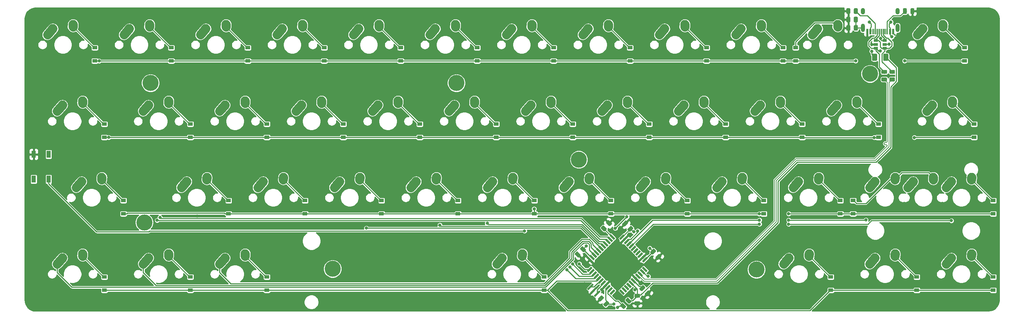
<source format=gbr>
G04 #@! TF.GenerationSoftware,KiCad,Pcbnew,(5.1.4)-1*
G04 #@! TF.CreationDate,2020-11-14T13:14:41-08:00*
G04 #@! TF.ProjectId,vanish,76616e69-7368-42e6-9b69-6361645f7063,rev?*
G04 #@! TF.SameCoordinates,Original*
G04 #@! TF.FileFunction,Copper,L2,Bot*
G04 #@! TF.FilePolarity,Positive*
%FSLAX46Y46*%
G04 Gerber Fmt 4.6, Leading zero omitted, Abs format (unit mm)*
G04 Created by KiCad (PCBNEW (5.1.4)-1) date 2020-11-14 13:14:41*
%MOMM*%
%LPD*%
G04 APERTURE LIST*
%ADD10C,2.250000*%
%ADD11C,2.250000*%
%ADD12C,0.100000*%
%ADD13C,0.975000*%
%ADD14R,0.600000X1.450000*%
%ADD15R,0.300000X1.450000*%
%ADD16O,1.000000X2.100000*%
%ADD17O,1.000000X1.600000*%
%ADD18C,0.500000*%
%ADD19C,4.000000*%
%ADD20C,0.400000*%
%ADD21R,1.060000X0.650000*%
%ADD22R,1.100000X1.800000*%
%ADD23R,1.200000X0.900000*%
%ADD24C,1.250000*%
%ADD25C,0.550000*%
%ADD26C,0.800000*%
%ADD27C,0.250000*%
%ADD28C,0.200000*%
%ADD29C,0.254000*%
G04 APERTURE END LIST*
D10*
X135612500Y-79343750D03*
X134957501Y-80073750D03*
D11*
X134302500Y-80803750D02*
X135612502Y-79343750D01*
D10*
X140652500Y-78263750D03*
X140632500Y-78553750D03*
D11*
X140612500Y-78843750D02*
X140652500Y-78263750D01*
D12*
G36*
X165635719Y-90550362D02*
G01*
X165659380Y-90553872D01*
X165682584Y-90559684D01*
X165705106Y-90567742D01*
X165726730Y-90577970D01*
X165747247Y-90590267D01*
X165766460Y-90604517D01*
X165784184Y-90620581D01*
X166429419Y-91265816D01*
X166445483Y-91283540D01*
X166459733Y-91302753D01*
X166472030Y-91323270D01*
X166482258Y-91344894D01*
X166490316Y-91367416D01*
X166496128Y-91390620D01*
X166499638Y-91414281D01*
X166500812Y-91438173D01*
X166499638Y-91462065D01*
X166496128Y-91485726D01*
X166490316Y-91508930D01*
X166482258Y-91531452D01*
X166472030Y-91553076D01*
X166459733Y-91573593D01*
X166445483Y-91592806D01*
X166429419Y-91610530D01*
X166084704Y-91955245D01*
X166066980Y-91971309D01*
X166047767Y-91985559D01*
X166027250Y-91997856D01*
X166005626Y-92008084D01*
X165983104Y-92016142D01*
X165959900Y-92021954D01*
X165936239Y-92025464D01*
X165912347Y-92026638D01*
X165888455Y-92025464D01*
X165864794Y-92021954D01*
X165841590Y-92016142D01*
X165819068Y-92008084D01*
X165797444Y-91997856D01*
X165776927Y-91985559D01*
X165757714Y-91971309D01*
X165739990Y-91955245D01*
X165094755Y-91310010D01*
X165078691Y-91292286D01*
X165064441Y-91273073D01*
X165052144Y-91252556D01*
X165041916Y-91230932D01*
X165033858Y-91208410D01*
X165028046Y-91185206D01*
X165024536Y-91161545D01*
X165023362Y-91137653D01*
X165024536Y-91113761D01*
X165028046Y-91090100D01*
X165033858Y-91066896D01*
X165041916Y-91044374D01*
X165052144Y-91022750D01*
X165064441Y-91002233D01*
X165078691Y-90983020D01*
X165094755Y-90965296D01*
X165439470Y-90620581D01*
X165457194Y-90604517D01*
X165476407Y-90590267D01*
X165496924Y-90577970D01*
X165518548Y-90567742D01*
X165541070Y-90559684D01*
X165564274Y-90553872D01*
X165587935Y-90550362D01*
X165611827Y-90549188D01*
X165635719Y-90550362D01*
X165635719Y-90550362D01*
G37*
D13*
X165762087Y-91287913D03*
D12*
G36*
X166961545Y-89224536D02*
G01*
X166985206Y-89228046D01*
X167008410Y-89233858D01*
X167030932Y-89241916D01*
X167052556Y-89252144D01*
X167073073Y-89264441D01*
X167092286Y-89278691D01*
X167110010Y-89294755D01*
X167755245Y-89939990D01*
X167771309Y-89957714D01*
X167785559Y-89976927D01*
X167797856Y-89997444D01*
X167808084Y-90019068D01*
X167816142Y-90041590D01*
X167821954Y-90064794D01*
X167825464Y-90088455D01*
X167826638Y-90112347D01*
X167825464Y-90136239D01*
X167821954Y-90159900D01*
X167816142Y-90183104D01*
X167808084Y-90205626D01*
X167797856Y-90227250D01*
X167785559Y-90247767D01*
X167771309Y-90266980D01*
X167755245Y-90284704D01*
X167410530Y-90629419D01*
X167392806Y-90645483D01*
X167373593Y-90659733D01*
X167353076Y-90672030D01*
X167331452Y-90682258D01*
X167308930Y-90690316D01*
X167285726Y-90696128D01*
X167262065Y-90699638D01*
X167238173Y-90700812D01*
X167214281Y-90699638D01*
X167190620Y-90696128D01*
X167167416Y-90690316D01*
X167144894Y-90682258D01*
X167123270Y-90672030D01*
X167102753Y-90659733D01*
X167083540Y-90645483D01*
X167065816Y-90629419D01*
X166420581Y-89984184D01*
X166404517Y-89966460D01*
X166390267Y-89947247D01*
X166377970Y-89926730D01*
X166367742Y-89905106D01*
X166359684Y-89882584D01*
X166353872Y-89859380D01*
X166350362Y-89835719D01*
X166349188Y-89811827D01*
X166350362Y-89787935D01*
X166353872Y-89764274D01*
X166359684Y-89741070D01*
X166367742Y-89718548D01*
X166377970Y-89696924D01*
X166390267Y-89676407D01*
X166404517Y-89657194D01*
X166420581Y-89639470D01*
X166765296Y-89294755D01*
X166783020Y-89278691D01*
X166802233Y-89264441D01*
X166822750Y-89252144D01*
X166844374Y-89241916D01*
X166866896Y-89233858D01*
X166890100Y-89228046D01*
X166913761Y-89224536D01*
X166937653Y-89223362D01*
X166961545Y-89224536D01*
X166961545Y-89224536D01*
G37*
D13*
X167087913Y-89962087D03*
D12*
G36*
X172037065Y-87425362D02*
G01*
X172060726Y-87428872D01*
X172083930Y-87434684D01*
X172106452Y-87442742D01*
X172128076Y-87452970D01*
X172148593Y-87465267D01*
X172167806Y-87479517D01*
X172185530Y-87495581D01*
X172530245Y-87840296D01*
X172546309Y-87858020D01*
X172560559Y-87877233D01*
X172572856Y-87897750D01*
X172583084Y-87919374D01*
X172591142Y-87941896D01*
X172596954Y-87965100D01*
X172600464Y-87988761D01*
X172601638Y-88012653D01*
X172600464Y-88036545D01*
X172596954Y-88060206D01*
X172591142Y-88083410D01*
X172583084Y-88105932D01*
X172572856Y-88127556D01*
X172560559Y-88148073D01*
X172546309Y-88167286D01*
X172530245Y-88185010D01*
X171885010Y-88830245D01*
X171867286Y-88846309D01*
X171848073Y-88860559D01*
X171827556Y-88872856D01*
X171805932Y-88883084D01*
X171783410Y-88891142D01*
X171760206Y-88896954D01*
X171736545Y-88900464D01*
X171712653Y-88901638D01*
X171688761Y-88900464D01*
X171665100Y-88896954D01*
X171641896Y-88891142D01*
X171619374Y-88883084D01*
X171597750Y-88872856D01*
X171577233Y-88860559D01*
X171558020Y-88846309D01*
X171540296Y-88830245D01*
X171195581Y-88485530D01*
X171179517Y-88467806D01*
X171165267Y-88448593D01*
X171152970Y-88428076D01*
X171142742Y-88406452D01*
X171134684Y-88383930D01*
X171128872Y-88360726D01*
X171125362Y-88337065D01*
X171124188Y-88313173D01*
X171125362Y-88289281D01*
X171128872Y-88265620D01*
X171134684Y-88242416D01*
X171142742Y-88219894D01*
X171152970Y-88198270D01*
X171165267Y-88177753D01*
X171179517Y-88158540D01*
X171195581Y-88140816D01*
X171840816Y-87495581D01*
X171858540Y-87479517D01*
X171877753Y-87465267D01*
X171898270Y-87452970D01*
X171919894Y-87442742D01*
X171942416Y-87434684D01*
X171965620Y-87428872D01*
X171989281Y-87425362D01*
X172013173Y-87424188D01*
X172037065Y-87425362D01*
X172037065Y-87425362D01*
G37*
D13*
X171862913Y-88162913D03*
D12*
G36*
X170711239Y-86099536D02*
G01*
X170734900Y-86103046D01*
X170758104Y-86108858D01*
X170780626Y-86116916D01*
X170802250Y-86127144D01*
X170822767Y-86139441D01*
X170841980Y-86153691D01*
X170859704Y-86169755D01*
X171204419Y-86514470D01*
X171220483Y-86532194D01*
X171234733Y-86551407D01*
X171247030Y-86571924D01*
X171257258Y-86593548D01*
X171265316Y-86616070D01*
X171271128Y-86639274D01*
X171274638Y-86662935D01*
X171275812Y-86686827D01*
X171274638Y-86710719D01*
X171271128Y-86734380D01*
X171265316Y-86757584D01*
X171257258Y-86780106D01*
X171247030Y-86801730D01*
X171234733Y-86822247D01*
X171220483Y-86841460D01*
X171204419Y-86859184D01*
X170559184Y-87504419D01*
X170541460Y-87520483D01*
X170522247Y-87534733D01*
X170501730Y-87547030D01*
X170480106Y-87557258D01*
X170457584Y-87565316D01*
X170434380Y-87571128D01*
X170410719Y-87574638D01*
X170386827Y-87575812D01*
X170362935Y-87574638D01*
X170339274Y-87571128D01*
X170316070Y-87565316D01*
X170293548Y-87557258D01*
X170271924Y-87547030D01*
X170251407Y-87534733D01*
X170232194Y-87520483D01*
X170214470Y-87504419D01*
X169869755Y-87159704D01*
X169853691Y-87141980D01*
X169839441Y-87122767D01*
X169827144Y-87102250D01*
X169816916Y-87080626D01*
X169808858Y-87058104D01*
X169803046Y-87034900D01*
X169799536Y-87011239D01*
X169798362Y-86987347D01*
X169799536Y-86963455D01*
X169803046Y-86939794D01*
X169808858Y-86916590D01*
X169816916Y-86894068D01*
X169827144Y-86872444D01*
X169839441Y-86851927D01*
X169853691Y-86832714D01*
X169869755Y-86814990D01*
X170514990Y-86169755D01*
X170532714Y-86153691D01*
X170551927Y-86139441D01*
X170572444Y-86127144D01*
X170594068Y-86116916D01*
X170616590Y-86108858D01*
X170639794Y-86103046D01*
X170663455Y-86099536D01*
X170687347Y-86098362D01*
X170711239Y-86099536D01*
X170711239Y-86099536D01*
G37*
D13*
X170537087Y-86837087D03*
D12*
G36*
X222130142Y-17101174D02*
G01*
X222153803Y-17104684D01*
X222177007Y-17110496D01*
X222199529Y-17118554D01*
X222221153Y-17128782D01*
X222241670Y-17141079D01*
X222260883Y-17155329D01*
X222278607Y-17171393D01*
X222294671Y-17189117D01*
X222308921Y-17208330D01*
X222321218Y-17228847D01*
X222331446Y-17250471D01*
X222339504Y-17272993D01*
X222345316Y-17296197D01*
X222348826Y-17319858D01*
X222350000Y-17343750D01*
X222350000Y-18256250D01*
X222348826Y-18280142D01*
X222345316Y-18303803D01*
X222339504Y-18327007D01*
X222331446Y-18349529D01*
X222321218Y-18371153D01*
X222308921Y-18391670D01*
X222294671Y-18410883D01*
X222278607Y-18428607D01*
X222260883Y-18444671D01*
X222241670Y-18458921D01*
X222221153Y-18471218D01*
X222199529Y-18481446D01*
X222177007Y-18489504D01*
X222153803Y-18495316D01*
X222130142Y-18498826D01*
X222106250Y-18500000D01*
X221618750Y-18500000D01*
X221594858Y-18498826D01*
X221571197Y-18495316D01*
X221547993Y-18489504D01*
X221525471Y-18481446D01*
X221503847Y-18471218D01*
X221483330Y-18458921D01*
X221464117Y-18444671D01*
X221446393Y-18428607D01*
X221430329Y-18410883D01*
X221416079Y-18391670D01*
X221403782Y-18371153D01*
X221393554Y-18349529D01*
X221385496Y-18327007D01*
X221379684Y-18303803D01*
X221376174Y-18280142D01*
X221375000Y-18256250D01*
X221375000Y-17343750D01*
X221376174Y-17319858D01*
X221379684Y-17296197D01*
X221385496Y-17272993D01*
X221393554Y-17250471D01*
X221403782Y-17228847D01*
X221416079Y-17208330D01*
X221430329Y-17189117D01*
X221446393Y-17171393D01*
X221464117Y-17155329D01*
X221483330Y-17141079D01*
X221503847Y-17128782D01*
X221525471Y-17118554D01*
X221547993Y-17110496D01*
X221571197Y-17104684D01*
X221594858Y-17101174D01*
X221618750Y-17100000D01*
X222106250Y-17100000D01*
X222130142Y-17101174D01*
X222130142Y-17101174D01*
G37*
D13*
X221862500Y-17800000D03*
D12*
G36*
X224005142Y-17101174D02*
G01*
X224028803Y-17104684D01*
X224052007Y-17110496D01*
X224074529Y-17118554D01*
X224096153Y-17128782D01*
X224116670Y-17141079D01*
X224135883Y-17155329D01*
X224153607Y-17171393D01*
X224169671Y-17189117D01*
X224183921Y-17208330D01*
X224196218Y-17228847D01*
X224206446Y-17250471D01*
X224214504Y-17272993D01*
X224220316Y-17296197D01*
X224223826Y-17319858D01*
X224225000Y-17343750D01*
X224225000Y-18256250D01*
X224223826Y-18280142D01*
X224220316Y-18303803D01*
X224214504Y-18327007D01*
X224206446Y-18349529D01*
X224196218Y-18371153D01*
X224183921Y-18391670D01*
X224169671Y-18410883D01*
X224153607Y-18428607D01*
X224135883Y-18444671D01*
X224116670Y-18458921D01*
X224096153Y-18471218D01*
X224074529Y-18481446D01*
X224052007Y-18489504D01*
X224028803Y-18495316D01*
X224005142Y-18498826D01*
X223981250Y-18500000D01*
X223493750Y-18500000D01*
X223469858Y-18498826D01*
X223446197Y-18495316D01*
X223422993Y-18489504D01*
X223400471Y-18481446D01*
X223378847Y-18471218D01*
X223358330Y-18458921D01*
X223339117Y-18444671D01*
X223321393Y-18428607D01*
X223305329Y-18410883D01*
X223291079Y-18391670D01*
X223278782Y-18371153D01*
X223268554Y-18349529D01*
X223260496Y-18327007D01*
X223254684Y-18303803D01*
X223251174Y-18280142D01*
X223250000Y-18256250D01*
X223250000Y-17343750D01*
X223251174Y-17319858D01*
X223254684Y-17296197D01*
X223260496Y-17272993D01*
X223268554Y-17250471D01*
X223278782Y-17228847D01*
X223291079Y-17208330D01*
X223305329Y-17189117D01*
X223321393Y-17171393D01*
X223339117Y-17155329D01*
X223358330Y-17141079D01*
X223378847Y-17128782D01*
X223400471Y-17118554D01*
X223422993Y-17110496D01*
X223446197Y-17104684D01*
X223469858Y-17101174D01*
X223493750Y-17100000D01*
X223981250Y-17100000D01*
X224005142Y-17101174D01*
X224005142Y-17101174D01*
G37*
D13*
X223737500Y-17800000D03*
D14*
X233015000Y-22895000D03*
X226565000Y-22895000D03*
X232240000Y-22895000D03*
X227340000Y-22895000D03*
D15*
X228040000Y-22895000D03*
X231540000Y-22895000D03*
X228540000Y-22895000D03*
X231040000Y-22895000D03*
X229040000Y-22895000D03*
X230540000Y-22895000D03*
X230040000Y-22895000D03*
X229540000Y-22895000D03*
D16*
X225470000Y-21980000D03*
X234110000Y-21980000D03*
D17*
X225470000Y-17800000D03*
X234110000Y-17800000D03*
D12*
G36*
X231280142Y-32476174D02*
G01*
X231303803Y-32479684D01*
X231327007Y-32485496D01*
X231349529Y-32493554D01*
X231371153Y-32503782D01*
X231391670Y-32516079D01*
X231410883Y-32530329D01*
X231428607Y-32546393D01*
X231444671Y-32564117D01*
X231458921Y-32583330D01*
X231471218Y-32603847D01*
X231481446Y-32625471D01*
X231489504Y-32647993D01*
X231495316Y-32671197D01*
X231498826Y-32694858D01*
X231500000Y-32718750D01*
X231500000Y-33206250D01*
X231498826Y-33230142D01*
X231495316Y-33253803D01*
X231489504Y-33277007D01*
X231481446Y-33299529D01*
X231471218Y-33321153D01*
X231458921Y-33341670D01*
X231444671Y-33360883D01*
X231428607Y-33378607D01*
X231410883Y-33394671D01*
X231391670Y-33408921D01*
X231371153Y-33421218D01*
X231349529Y-33431446D01*
X231327007Y-33439504D01*
X231303803Y-33445316D01*
X231280142Y-33448826D01*
X231256250Y-33450000D01*
X230343750Y-33450000D01*
X230319858Y-33448826D01*
X230296197Y-33445316D01*
X230272993Y-33439504D01*
X230250471Y-33431446D01*
X230228847Y-33421218D01*
X230208330Y-33408921D01*
X230189117Y-33394671D01*
X230171393Y-33378607D01*
X230155329Y-33360883D01*
X230141079Y-33341670D01*
X230128782Y-33321153D01*
X230118554Y-33299529D01*
X230110496Y-33277007D01*
X230104684Y-33253803D01*
X230101174Y-33230142D01*
X230100000Y-33206250D01*
X230100000Y-32718750D01*
X230101174Y-32694858D01*
X230104684Y-32671197D01*
X230110496Y-32647993D01*
X230118554Y-32625471D01*
X230128782Y-32603847D01*
X230141079Y-32583330D01*
X230155329Y-32564117D01*
X230171393Y-32546393D01*
X230189117Y-32530329D01*
X230208330Y-32516079D01*
X230228847Y-32503782D01*
X230250471Y-32493554D01*
X230272993Y-32485496D01*
X230296197Y-32479684D01*
X230319858Y-32476174D01*
X230343750Y-32475000D01*
X231256250Y-32475000D01*
X231280142Y-32476174D01*
X231280142Y-32476174D01*
G37*
D13*
X230800000Y-32962500D03*
D12*
G36*
X231280142Y-34351174D02*
G01*
X231303803Y-34354684D01*
X231327007Y-34360496D01*
X231349529Y-34368554D01*
X231371153Y-34378782D01*
X231391670Y-34391079D01*
X231410883Y-34405329D01*
X231428607Y-34421393D01*
X231444671Y-34439117D01*
X231458921Y-34458330D01*
X231471218Y-34478847D01*
X231481446Y-34500471D01*
X231489504Y-34522993D01*
X231495316Y-34546197D01*
X231498826Y-34569858D01*
X231500000Y-34593750D01*
X231500000Y-35081250D01*
X231498826Y-35105142D01*
X231495316Y-35128803D01*
X231489504Y-35152007D01*
X231481446Y-35174529D01*
X231471218Y-35196153D01*
X231458921Y-35216670D01*
X231444671Y-35235883D01*
X231428607Y-35253607D01*
X231410883Y-35269671D01*
X231391670Y-35283921D01*
X231371153Y-35296218D01*
X231349529Y-35306446D01*
X231327007Y-35314504D01*
X231303803Y-35320316D01*
X231280142Y-35323826D01*
X231256250Y-35325000D01*
X230343750Y-35325000D01*
X230319858Y-35323826D01*
X230296197Y-35320316D01*
X230272993Y-35314504D01*
X230250471Y-35306446D01*
X230228847Y-35296218D01*
X230208330Y-35283921D01*
X230189117Y-35269671D01*
X230171393Y-35253607D01*
X230155329Y-35235883D01*
X230141079Y-35216670D01*
X230128782Y-35196153D01*
X230118554Y-35174529D01*
X230110496Y-35152007D01*
X230104684Y-35128803D01*
X230101174Y-35105142D01*
X230100000Y-35081250D01*
X230100000Y-34593750D01*
X230101174Y-34569858D01*
X230104684Y-34546197D01*
X230110496Y-34522993D01*
X230118554Y-34500471D01*
X230128782Y-34478847D01*
X230141079Y-34458330D01*
X230155329Y-34439117D01*
X230171393Y-34421393D01*
X230189117Y-34405329D01*
X230208330Y-34391079D01*
X230228847Y-34378782D01*
X230250471Y-34368554D01*
X230272993Y-34360496D01*
X230296197Y-34354684D01*
X230319858Y-34351174D01*
X230343750Y-34350000D01*
X231256250Y-34350000D01*
X231280142Y-34351174D01*
X231280142Y-34351174D01*
G37*
D13*
X230800000Y-34837500D03*
D12*
G36*
X233280142Y-32476174D02*
G01*
X233303803Y-32479684D01*
X233327007Y-32485496D01*
X233349529Y-32493554D01*
X233371153Y-32503782D01*
X233391670Y-32516079D01*
X233410883Y-32530329D01*
X233428607Y-32546393D01*
X233444671Y-32564117D01*
X233458921Y-32583330D01*
X233471218Y-32603847D01*
X233481446Y-32625471D01*
X233489504Y-32647993D01*
X233495316Y-32671197D01*
X233498826Y-32694858D01*
X233500000Y-32718750D01*
X233500000Y-33206250D01*
X233498826Y-33230142D01*
X233495316Y-33253803D01*
X233489504Y-33277007D01*
X233481446Y-33299529D01*
X233471218Y-33321153D01*
X233458921Y-33341670D01*
X233444671Y-33360883D01*
X233428607Y-33378607D01*
X233410883Y-33394671D01*
X233391670Y-33408921D01*
X233371153Y-33421218D01*
X233349529Y-33431446D01*
X233327007Y-33439504D01*
X233303803Y-33445316D01*
X233280142Y-33448826D01*
X233256250Y-33450000D01*
X232343750Y-33450000D01*
X232319858Y-33448826D01*
X232296197Y-33445316D01*
X232272993Y-33439504D01*
X232250471Y-33431446D01*
X232228847Y-33421218D01*
X232208330Y-33408921D01*
X232189117Y-33394671D01*
X232171393Y-33378607D01*
X232155329Y-33360883D01*
X232141079Y-33341670D01*
X232128782Y-33321153D01*
X232118554Y-33299529D01*
X232110496Y-33277007D01*
X232104684Y-33253803D01*
X232101174Y-33230142D01*
X232100000Y-33206250D01*
X232100000Y-32718750D01*
X232101174Y-32694858D01*
X232104684Y-32671197D01*
X232110496Y-32647993D01*
X232118554Y-32625471D01*
X232128782Y-32603847D01*
X232141079Y-32583330D01*
X232155329Y-32564117D01*
X232171393Y-32546393D01*
X232189117Y-32530329D01*
X232208330Y-32516079D01*
X232228847Y-32503782D01*
X232250471Y-32493554D01*
X232272993Y-32485496D01*
X232296197Y-32479684D01*
X232319858Y-32476174D01*
X232343750Y-32475000D01*
X233256250Y-32475000D01*
X233280142Y-32476174D01*
X233280142Y-32476174D01*
G37*
D13*
X232800000Y-32962500D03*
D12*
G36*
X233280142Y-34351174D02*
G01*
X233303803Y-34354684D01*
X233327007Y-34360496D01*
X233349529Y-34368554D01*
X233371153Y-34378782D01*
X233391670Y-34391079D01*
X233410883Y-34405329D01*
X233428607Y-34421393D01*
X233444671Y-34439117D01*
X233458921Y-34458330D01*
X233471218Y-34478847D01*
X233481446Y-34500471D01*
X233489504Y-34522993D01*
X233495316Y-34546197D01*
X233498826Y-34569858D01*
X233500000Y-34593750D01*
X233500000Y-35081250D01*
X233498826Y-35105142D01*
X233495316Y-35128803D01*
X233489504Y-35152007D01*
X233481446Y-35174529D01*
X233471218Y-35196153D01*
X233458921Y-35216670D01*
X233444671Y-35235883D01*
X233428607Y-35253607D01*
X233410883Y-35269671D01*
X233391670Y-35283921D01*
X233371153Y-35296218D01*
X233349529Y-35306446D01*
X233327007Y-35314504D01*
X233303803Y-35320316D01*
X233280142Y-35323826D01*
X233256250Y-35325000D01*
X232343750Y-35325000D01*
X232319858Y-35323826D01*
X232296197Y-35320316D01*
X232272993Y-35314504D01*
X232250471Y-35306446D01*
X232228847Y-35296218D01*
X232208330Y-35283921D01*
X232189117Y-35269671D01*
X232171393Y-35253607D01*
X232155329Y-35235883D01*
X232141079Y-35216670D01*
X232128782Y-35196153D01*
X232118554Y-35174529D01*
X232110496Y-35152007D01*
X232104684Y-35128803D01*
X232101174Y-35105142D01*
X232100000Y-35081250D01*
X232100000Y-34593750D01*
X232101174Y-34569858D01*
X232104684Y-34546197D01*
X232110496Y-34522993D01*
X232118554Y-34500471D01*
X232128782Y-34478847D01*
X232141079Y-34458330D01*
X232155329Y-34439117D01*
X232171393Y-34421393D01*
X232189117Y-34405329D01*
X232208330Y-34391079D01*
X232228847Y-34378782D01*
X232250471Y-34368554D01*
X232272993Y-34360496D01*
X232296197Y-34354684D01*
X232319858Y-34351174D01*
X232343750Y-34350000D01*
X233256250Y-34350000D01*
X233280142Y-34351174D01*
X233280142Y-34351174D01*
G37*
D13*
X232800000Y-34837500D03*
D18*
X155778800Y-53765500D03*
X153658800Y-53765500D03*
X153658800Y-55885500D03*
X155778800Y-55885500D03*
X154718800Y-53325500D03*
X154718800Y-56325500D03*
X153218800Y-54825500D03*
X156218800Y-54825500D03*
D19*
X154718800Y-54825500D03*
D18*
X200028799Y-81165401D03*
X197908799Y-81165401D03*
X197908799Y-83285401D03*
X200028799Y-83285401D03*
X198968799Y-80725401D03*
X198968799Y-83725401D03*
X197468799Y-82225401D03*
X200468799Y-82225401D03*
D19*
X198968799Y-82225401D03*
D18*
X228328800Y-32365500D03*
X226208800Y-32365500D03*
X226208800Y-34485500D03*
X228328800Y-34485500D03*
X227268800Y-31925500D03*
X227268800Y-34925500D03*
X225768800Y-33425500D03*
X228768800Y-33425500D03*
D19*
X227268800Y-33425500D03*
D18*
X125291506Y-34665501D03*
X123171506Y-34665501D03*
X123171506Y-36785501D03*
X125291506Y-36785501D03*
X124231506Y-34225501D03*
X124231506Y-37225501D03*
X122731506Y-35725501D03*
X125731506Y-35725501D03*
D19*
X124231506Y-35725501D03*
D18*
X94441506Y-80965401D03*
X92321506Y-80965401D03*
X92321506Y-83085401D03*
X94441506Y-83085401D03*
X93381506Y-80525401D03*
X93381506Y-83525401D03*
X91881506Y-82025401D03*
X94881506Y-82025401D03*
D19*
X93381506Y-82025401D03*
D18*
X47541506Y-69415401D03*
X45421506Y-69415401D03*
X45421506Y-71535401D03*
X47541506Y-71535401D03*
X46481506Y-68975401D03*
X46481506Y-71975401D03*
X44981506Y-70475401D03*
X47981506Y-70475401D03*
D19*
X46481506Y-70475401D03*
D18*
X49091506Y-34665500D03*
X46971506Y-34665500D03*
X46971506Y-36785500D03*
X49091506Y-36785500D03*
X48031506Y-34225500D03*
X48031506Y-37225500D03*
X46531506Y-35725500D03*
X49531506Y-35725500D03*
D19*
X48031506Y-35725500D03*
D20*
X159300000Y-88200000D03*
D12*
G36*
X158486827Y-88730330D02*
G01*
X159830330Y-87386827D01*
X160113173Y-87669670D01*
X158769670Y-89013173D01*
X158486827Y-88730330D01*
X158486827Y-88730330D01*
G37*
D20*
X158451472Y-87351472D03*
D12*
G36*
X157638299Y-87881802D02*
G01*
X158981802Y-86538299D01*
X159264645Y-86821142D01*
X157921142Y-88164645D01*
X157638299Y-87881802D01*
X157638299Y-87881802D01*
G37*
D20*
X157602944Y-86502944D03*
D12*
G36*
X156789771Y-87033274D02*
G01*
X158133274Y-85689771D01*
X158416117Y-85972614D01*
X157072614Y-87316117D01*
X156789771Y-87033274D01*
X156789771Y-87033274D01*
G37*
G36*
X222130142Y-21301174D02*
G01*
X222153803Y-21304684D01*
X222177007Y-21310496D01*
X222199529Y-21318554D01*
X222221153Y-21328782D01*
X222241670Y-21341079D01*
X222260883Y-21355329D01*
X222278607Y-21371393D01*
X222294671Y-21389117D01*
X222308921Y-21408330D01*
X222321218Y-21428847D01*
X222331446Y-21450471D01*
X222339504Y-21472993D01*
X222345316Y-21496197D01*
X222348826Y-21519858D01*
X222350000Y-21543750D01*
X222350000Y-22456250D01*
X222348826Y-22480142D01*
X222345316Y-22503803D01*
X222339504Y-22527007D01*
X222331446Y-22549529D01*
X222321218Y-22571153D01*
X222308921Y-22591670D01*
X222294671Y-22610883D01*
X222278607Y-22628607D01*
X222260883Y-22644671D01*
X222241670Y-22658921D01*
X222221153Y-22671218D01*
X222199529Y-22681446D01*
X222177007Y-22689504D01*
X222153803Y-22695316D01*
X222130142Y-22698826D01*
X222106250Y-22700000D01*
X221618750Y-22700000D01*
X221594858Y-22698826D01*
X221571197Y-22695316D01*
X221547993Y-22689504D01*
X221525471Y-22681446D01*
X221503847Y-22671218D01*
X221483330Y-22658921D01*
X221464117Y-22644671D01*
X221446393Y-22628607D01*
X221430329Y-22610883D01*
X221416079Y-22591670D01*
X221403782Y-22571153D01*
X221393554Y-22549529D01*
X221385496Y-22527007D01*
X221379684Y-22503803D01*
X221376174Y-22480142D01*
X221375000Y-22456250D01*
X221375000Y-21543750D01*
X221376174Y-21519858D01*
X221379684Y-21496197D01*
X221385496Y-21472993D01*
X221393554Y-21450471D01*
X221403782Y-21428847D01*
X221416079Y-21408330D01*
X221430329Y-21389117D01*
X221446393Y-21371393D01*
X221464117Y-21355329D01*
X221483330Y-21341079D01*
X221503847Y-21328782D01*
X221525471Y-21318554D01*
X221547993Y-21310496D01*
X221571197Y-21304684D01*
X221594858Y-21301174D01*
X221618750Y-21300000D01*
X222106250Y-21300000D01*
X222130142Y-21301174D01*
X222130142Y-21301174D01*
G37*
D13*
X221862500Y-22000000D03*
D12*
G36*
X224005142Y-21301174D02*
G01*
X224028803Y-21304684D01*
X224052007Y-21310496D01*
X224074529Y-21318554D01*
X224096153Y-21328782D01*
X224116670Y-21341079D01*
X224135883Y-21355329D01*
X224153607Y-21371393D01*
X224169671Y-21389117D01*
X224183921Y-21408330D01*
X224196218Y-21428847D01*
X224206446Y-21450471D01*
X224214504Y-21472993D01*
X224220316Y-21496197D01*
X224223826Y-21519858D01*
X224225000Y-21543750D01*
X224225000Y-22456250D01*
X224223826Y-22480142D01*
X224220316Y-22503803D01*
X224214504Y-22527007D01*
X224206446Y-22549529D01*
X224196218Y-22571153D01*
X224183921Y-22591670D01*
X224169671Y-22610883D01*
X224153607Y-22628607D01*
X224135883Y-22644671D01*
X224116670Y-22658921D01*
X224096153Y-22671218D01*
X224074529Y-22681446D01*
X224052007Y-22689504D01*
X224028803Y-22695316D01*
X224005142Y-22698826D01*
X223981250Y-22700000D01*
X223493750Y-22700000D01*
X223469858Y-22698826D01*
X223446197Y-22695316D01*
X223422993Y-22689504D01*
X223400471Y-22681446D01*
X223378847Y-22671218D01*
X223358330Y-22658921D01*
X223339117Y-22644671D01*
X223321393Y-22628607D01*
X223305329Y-22610883D01*
X223291079Y-22591670D01*
X223278782Y-22571153D01*
X223268554Y-22549529D01*
X223260496Y-22527007D01*
X223254684Y-22503803D01*
X223251174Y-22480142D01*
X223250000Y-22456250D01*
X223250000Y-21543750D01*
X223251174Y-21519858D01*
X223254684Y-21496197D01*
X223260496Y-21472993D01*
X223268554Y-21450471D01*
X223278782Y-21428847D01*
X223291079Y-21408330D01*
X223305329Y-21389117D01*
X223321393Y-21371393D01*
X223339117Y-21355329D01*
X223358330Y-21341079D01*
X223378847Y-21328782D01*
X223400471Y-21318554D01*
X223422993Y-21310496D01*
X223446197Y-21304684D01*
X223469858Y-21301174D01*
X223493750Y-21300000D01*
X223981250Y-21300000D01*
X224005142Y-21301174D01*
X224005142Y-21301174D01*
G37*
D13*
X223737500Y-22000000D03*
D12*
G36*
X224005142Y-19201174D02*
G01*
X224028803Y-19204684D01*
X224052007Y-19210496D01*
X224074529Y-19218554D01*
X224096153Y-19228782D01*
X224116670Y-19241079D01*
X224135883Y-19255329D01*
X224153607Y-19271393D01*
X224169671Y-19289117D01*
X224183921Y-19308330D01*
X224196218Y-19328847D01*
X224206446Y-19350471D01*
X224214504Y-19372993D01*
X224220316Y-19396197D01*
X224223826Y-19419858D01*
X224225000Y-19443750D01*
X224225000Y-20356250D01*
X224223826Y-20380142D01*
X224220316Y-20403803D01*
X224214504Y-20427007D01*
X224206446Y-20449529D01*
X224196218Y-20471153D01*
X224183921Y-20491670D01*
X224169671Y-20510883D01*
X224153607Y-20528607D01*
X224135883Y-20544671D01*
X224116670Y-20558921D01*
X224096153Y-20571218D01*
X224074529Y-20581446D01*
X224052007Y-20589504D01*
X224028803Y-20595316D01*
X224005142Y-20598826D01*
X223981250Y-20600000D01*
X223493750Y-20600000D01*
X223469858Y-20598826D01*
X223446197Y-20595316D01*
X223422993Y-20589504D01*
X223400471Y-20581446D01*
X223378847Y-20571218D01*
X223358330Y-20558921D01*
X223339117Y-20544671D01*
X223321393Y-20528607D01*
X223305329Y-20510883D01*
X223291079Y-20491670D01*
X223278782Y-20471153D01*
X223268554Y-20449529D01*
X223260496Y-20427007D01*
X223254684Y-20403803D01*
X223251174Y-20380142D01*
X223250000Y-20356250D01*
X223250000Y-19443750D01*
X223251174Y-19419858D01*
X223254684Y-19396197D01*
X223260496Y-19372993D01*
X223268554Y-19350471D01*
X223278782Y-19328847D01*
X223291079Y-19308330D01*
X223305329Y-19289117D01*
X223321393Y-19271393D01*
X223339117Y-19255329D01*
X223358330Y-19241079D01*
X223378847Y-19228782D01*
X223400471Y-19218554D01*
X223422993Y-19210496D01*
X223446197Y-19204684D01*
X223469858Y-19201174D01*
X223493750Y-19200000D01*
X223981250Y-19200000D01*
X224005142Y-19201174D01*
X224005142Y-19201174D01*
G37*
D13*
X223737500Y-19900000D03*
D12*
G36*
X222130142Y-19201174D02*
G01*
X222153803Y-19204684D01*
X222177007Y-19210496D01*
X222199529Y-19218554D01*
X222221153Y-19228782D01*
X222241670Y-19241079D01*
X222260883Y-19255329D01*
X222278607Y-19271393D01*
X222294671Y-19289117D01*
X222308921Y-19308330D01*
X222321218Y-19328847D01*
X222331446Y-19350471D01*
X222339504Y-19372993D01*
X222345316Y-19396197D01*
X222348826Y-19419858D01*
X222350000Y-19443750D01*
X222350000Y-20356250D01*
X222348826Y-20380142D01*
X222345316Y-20403803D01*
X222339504Y-20427007D01*
X222331446Y-20449529D01*
X222321218Y-20471153D01*
X222308921Y-20491670D01*
X222294671Y-20510883D01*
X222278607Y-20528607D01*
X222260883Y-20544671D01*
X222241670Y-20558921D01*
X222221153Y-20571218D01*
X222199529Y-20581446D01*
X222177007Y-20589504D01*
X222153803Y-20595316D01*
X222130142Y-20598826D01*
X222106250Y-20600000D01*
X221618750Y-20600000D01*
X221594858Y-20598826D01*
X221571197Y-20595316D01*
X221547993Y-20589504D01*
X221525471Y-20581446D01*
X221503847Y-20571218D01*
X221483330Y-20558921D01*
X221464117Y-20544671D01*
X221446393Y-20528607D01*
X221430329Y-20510883D01*
X221416079Y-20491670D01*
X221403782Y-20471153D01*
X221393554Y-20449529D01*
X221385496Y-20427007D01*
X221379684Y-20403803D01*
X221376174Y-20380142D01*
X221375000Y-20356250D01*
X221375000Y-19443750D01*
X221376174Y-19419858D01*
X221379684Y-19396197D01*
X221385496Y-19372993D01*
X221393554Y-19350471D01*
X221403782Y-19328847D01*
X221416079Y-19308330D01*
X221430329Y-19289117D01*
X221446393Y-19271393D01*
X221464117Y-19255329D01*
X221483330Y-19241079D01*
X221503847Y-19228782D01*
X221525471Y-19218554D01*
X221547993Y-19210496D01*
X221571197Y-19204684D01*
X221594858Y-19201174D01*
X221618750Y-19200000D01*
X222106250Y-19200000D01*
X222130142Y-19201174D01*
X222130142Y-19201174D01*
G37*
D13*
X221862500Y-19900000D03*
D21*
X230900000Y-26100000D03*
X230900000Y-27050000D03*
X230900000Y-25150000D03*
X228700000Y-25150000D03*
X228700000Y-26100000D03*
X228700000Y-27050000D03*
D22*
X18931625Y-59700000D03*
X22631625Y-53500000D03*
X22631625Y-59700000D03*
X18931625Y-53500000D03*
D10*
X190381250Y-60293750D03*
X189726251Y-61023750D03*
D11*
X189071250Y-61753750D02*
X190381252Y-60293750D01*
D10*
X195421250Y-59213750D03*
X195401250Y-59503750D03*
D11*
X195381250Y-59793750D02*
X195421250Y-59213750D01*
D10*
X240387500Y-22193750D03*
X239732501Y-22923750D03*
D11*
X239077500Y-23653750D02*
X240387502Y-22193750D01*
D10*
X245427500Y-21113750D03*
X245407500Y-21403750D03*
D11*
X245387500Y-21693750D02*
X245427500Y-21113750D01*
D10*
X85606250Y-41243750D03*
X84951251Y-41973750D03*
D11*
X84296250Y-42703750D02*
X85606252Y-41243750D01*
D10*
X90646250Y-40163750D03*
X90626250Y-40453750D03*
D11*
X90606250Y-40743750D02*
X90646250Y-40163750D01*
D10*
X247531250Y-79343750D03*
X246876251Y-80073750D03*
D11*
X246221250Y-80803750D02*
X247531252Y-79343750D01*
D10*
X252571250Y-78263750D03*
X252551250Y-78553750D03*
D11*
X252531250Y-78843750D02*
X252571250Y-78263750D01*
D10*
X207050000Y-79343750D03*
X206395001Y-80073750D03*
D11*
X205740000Y-80803750D02*
X207050002Y-79343750D01*
D10*
X212090000Y-78263750D03*
X212070000Y-78553750D03*
D11*
X212050000Y-78843750D02*
X212090000Y-78263750D01*
D23*
X146050000Y-84075000D03*
X146050000Y-87375000D03*
D12*
G36*
X154310719Y-77725362D02*
G01*
X154334380Y-77728872D01*
X154357584Y-77734684D01*
X154380106Y-77742742D01*
X154401730Y-77752970D01*
X154422247Y-77765267D01*
X154441460Y-77779517D01*
X154459184Y-77795581D01*
X155104419Y-78440816D01*
X155120483Y-78458540D01*
X155134733Y-78477753D01*
X155147030Y-78498270D01*
X155157258Y-78519894D01*
X155165316Y-78542416D01*
X155171128Y-78565620D01*
X155174638Y-78589281D01*
X155175812Y-78613173D01*
X155174638Y-78637065D01*
X155171128Y-78660726D01*
X155165316Y-78683930D01*
X155157258Y-78706452D01*
X155147030Y-78728076D01*
X155134733Y-78748593D01*
X155120483Y-78767806D01*
X155104419Y-78785530D01*
X154759704Y-79130245D01*
X154741980Y-79146309D01*
X154722767Y-79160559D01*
X154702250Y-79172856D01*
X154680626Y-79183084D01*
X154658104Y-79191142D01*
X154634900Y-79196954D01*
X154611239Y-79200464D01*
X154587347Y-79201638D01*
X154563455Y-79200464D01*
X154539794Y-79196954D01*
X154516590Y-79191142D01*
X154494068Y-79183084D01*
X154472444Y-79172856D01*
X154451927Y-79160559D01*
X154432714Y-79146309D01*
X154414990Y-79130245D01*
X153769755Y-78485010D01*
X153753691Y-78467286D01*
X153739441Y-78448073D01*
X153727144Y-78427556D01*
X153716916Y-78405932D01*
X153708858Y-78383410D01*
X153703046Y-78360206D01*
X153699536Y-78336545D01*
X153698362Y-78312653D01*
X153699536Y-78288761D01*
X153703046Y-78265100D01*
X153708858Y-78241896D01*
X153716916Y-78219374D01*
X153727144Y-78197750D01*
X153739441Y-78177233D01*
X153753691Y-78158020D01*
X153769755Y-78140296D01*
X154114470Y-77795581D01*
X154132194Y-77779517D01*
X154151407Y-77765267D01*
X154171924Y-77752970D01*
X154193548Y-77742742D01*
X154216070Y-77734684D01*
X154239274Y-77728872D01*
X154262935Y-77725362D01*
X154286827Y-77724188D01*
X154310719Y-77725362D01*
X154310719Y-77725362D01*
G37*
D13*
X154437087Y-78462913D03*
D12*
G36*
X155636545Y-76399536D02*
G01*
X155660206Y-76403046D01*
X155683410Y-76408858D01*
X155705932Y-76416916D01*
X155727556Y-76427144D01*
X155748073Y-76439441D01*
X155767286Y-76453691D01*
X155785010Y-76469755D01*
X156430245Y-77114990D01*
X156446309Y-77132714D01*
X156460559Y-77151927D01*
X156472856Y-77172444D01*
X156483084Y-77194068D01*
X156491142Y-77216590D01*
X156496954Y-77239794D01*
X156500464Y-77263455D01*
X156501638Y-77287347D01*
X156500464Y-77311239D01*
X156496954Y-77334900D01*
X156491142Y-77358104D01*
X156483084Y-77380626D01*
X156472856Y-77402250D01*
X156460559Y-77422767D01*
X156446309Y-77441980D01*
X156430245Y-77459704D01*
X156085530Y-77804419D01*
X156067806Y-77820483D01*
X156048593Y-77834733D01*
X156028076Y-77847030D01*
X156006452Y-77857258D01*
X155983930Y-77865316D01*
X155960726Y-77871128D01*
X155937065Y-77874638D01*
X155913173Y-77875812D01*
X155889281Y-77874638D01*
X155865620Y-77871128D01*
X155842416Y-77865316D01*
X155819894Y-77857258D01*
X155798270Y-77847030D01*
X155777753Y-77834733D01*
X155758540Y-77820483D01*
X155740816Y-77804419D01*
X155095581Y-77159184D01*
X155079517Y-77141460D01*
X155065267Y-77122247D01*
X155052970Y-77101730D01*
X155042742Y-77080106D01*
X155034684Y-77057584D01*
X155028872Y-77034380D01*
X155025362Y-77010719D01*
X155024188Y-76986827D01*
X155025362Y-76962935D01*
X155028872Y-76939274D01*
X155034684Y-76916070D01*
X155042742Y-76893548D01*
X155052970Y-76871924D01*
X155065267Y-76851407D01*
X155079517Y-76832194D01*
X155095581Y-76814470D01*
X155440296Y-76469755D01*
X155458020Y-76453691D01*
X155477233Y-76439441D01*
X155497750Y-76427144D01*
X155519374Y-76416916D01*
X155541896Y-76408858D01*
X155565100Y-76403046D01*
X155588761Y-76399536D01*
X155612653Y-76398362D01*
X155636545Y-76399536D01*
X155636545Y-76399536D01*
G37*
D13*
X155762913Y-77137087D03*
D12*
G36*
X238105142Y-17101174D02*
G01*
X238128803Y-17104684D01*
X238152007Y-17110496D01*
X238174529Y-17118554D01*
X238196153Y-17128782D01*
X238216670Y-17141079D01*
X238235883Y-17155329D01*
X238253607Y-17171393D01*
X238269671Y-17189117D01*
X238283921Y-17208330D01*
X238296218Y-17228847D01*
X238306446Y-17250471D01*
X238314504Y-17272993D01*
X238320316Y-17296197D01*
X238323826Y-17319858D01*
X238325000Y-17343750D01*
X238325000Y-18256250D01*
X238323826Y-18280142D01*
X238320316Y-18303803D01*
X238314504Y-18327007D01*
X238306446Y-18349529D01*
X238296218Y-18371153D01*
X238283921Y-18391670D01*
X238269671Y-18410883D01*
X238253607Y-18428607D01*
X238235883Y-18444671D01*
X238216670Y-18458921D01*
X238196153Y-18471218D01*
X238174529Y-18481446D01*
X238152007Y-18489504D01*
X238128803Y-18495316D01*
X238105142Y-18498826D01*
X238081250Y-18500000D01*
X237593750Y-18500000D01*
X237569858Y-18498826D01*
X237546197Y-18495316D01*
X237522993Y-18489504D01*
X237500471Y-18481446D01*
X237478847Y-18471218D01*
X237458330Y-18458921D01*
X237439117Y-18444671D01*
X237421393Y-18428607D01*
X237405329Y-18410883D01*
X237391079Y-18391670D01*
X237378782Y-18371153D01*
X237368554Y-18349529D01*
X237360496Y-18327007D01*
X237354684Y-18303803D01*
X237351174Y-18280142D01*
X237350000Y-18256250D01*
X237350000Y-17343750D01*
X237351174Y-17319858D01*
X237354684Y-17296197D01*
X237360496Y-17272993D01*
X237368554Y-17250471D01*
X237378782Y-17228847D01*
X237391079Y-17208330D01*
X237405329Y-17189117D01*
X237421393Y-17171393D01*
X237439117Y-17155329D01*
X237458330Y-17141079D01*
X237478847Y-17128782D01*
X237500471Y-17118554D01*
X237522993Y-17110496D01*
X237546197Y-17104684D01*
X237569858Y-17101174D01*
X237593750Y-17100000D01*
X238081250Y-17100000D01*
X238105142Y-17101174D01*
X238105142Y-17101174D01*
G37*
D13*
X237837500Y-17800000D03*
D12*
G36*
X236230142Y-17101174D02*
G01*
X236253803Y-17104684D01*
X236277007Y-17110496D01*
X236299529Y-17118554D01*
X236321153Y-17128782D01*
X236341670Y-17141079D01*
X236360883Y-17155329D01*
X236378607Y-17171393D01*
X236394671Y-17189117D01*
X236408921Y-17208330D01*
X236421218Y-17228847D01*
X236431446Y-17250471D01*
X236439504Y-17272993D01*
X236445316Y-17296197D01*
X236448826Y-17319858D01*
X236450000Y-17343750D01*
X236450000Y-18256250D01*
X236448826Y-18280142D01*
X236445316Y-18303803D01*
X236439504Y-18327007D01*
X236431446Y-18349529D01*
X236421218Y-18371153D01*
X236408921Y-18391670D01*
X236394671Y-18410883D01*
X236378607Y-18428607D01*
X236360883Y-18444671D01*
X236341670Y-18458921D01*
X236321153Y-18471218D01*
X236299529Y-18481446D01*
X236277007Y-18489504D01*
X236253803Y-18495316D01*
X236230142Y-18498826D01*
X236206250Y-18500000D01*
X235718750Y-18500000D01*
X235694858Y-18498826D01*
X235671197Y-18495316D01*
X235647993Y-18489504D01*
X235625471Y-18481446D01*
X235603847Y-18471218D01*
X235583330Y-18458921D01*
X235564117Y-18444671D01*
X235546393Y-18428607D01*
X235530329Y-18410883D01*
X235516079Y-18391670D01*
X235503782Y-18371153D01*
X235493554Y-18349529D01*
X235485496Y-18327007D01*
X235479684Y-18303803D01*
X235476174Y-18280142D01*
X235475000Y-18256250D01*
X235475000Y-17343750D01*
X235476174Y-17319858D01*
X235479684Y-17296197D01*
X235485496Y-17272993D01*
X235493554Y-17250471D01*
X235503782Y-17228847D01*
X235516079Y-17208330D01*
X235530329Y-17189117D01*
X235546393Y-17171393D01*
X235564117Y-17155329D01*
X235583330Y-17141079D01*
X235603847Y-17128782D01*
X235625471Y-17118554D01*
X235647993Y-17110496D01*
X235671197Y-17104684D01*
X235694858Y-17101174D01*
X235718750Y-17100000D01*
X236206250Y-17100000D01*
X236230142Y-17101174D01*
X236230142Y-17101174D01*
G37*
D13*
X235962500Y-17800000D03*
D12*
G36*
X228799504Y-28426204D02*
G01*
X228823773Y-28429804D01*
X228847571Y-28435765D01*
X228870671Y-28444030D01*
X228892849Y-28454520D01*
X228913893Y-28467133D01*
X228933598Y-28481747D01*
X228951777Y-28498223D01*
X228968253Y-28516402D01*
X228982867Y-28536107D01*
X228995480Y-28557151D01*
X229005970Y-28579329D01*
X229014235Y-28602429D01*
X229020196Y-28626227D01*
X229023796Y-28650496D01*
X229025000Y-28675000D01*
X229025000Y-29925000D01*
X229023796Y-29949504D01*
X229020196Y-29973773D01*
X229014235Y-29997571D01*
X229005970Y-30020671D01*
X228995480Y-30042849D01*
X228982867Y-30063893D01*
X228968253Y-30083598D01*
X228951777Y-30101777D01*
X228933598Y-30118253D01*
X228913893Y-30132867D01*
X228892849Y-30145480D01*
X228870671Y-30155970D01*
X228847571Y-30164235D01*
X228823773Y-30170196D01*
X228799504Y-30173796D01*
X228775000Y-30175000D01*
X228025000Y-30175000D01*
X228000496Y-30173796D01*
X227976227Y-30170196D01*
X227952429Y-30164235D01*
X227929329Y-30155970D01*
X227907151Y-30145480D01*
X227886107Y-30132867D01*
X227866402Y-30118253D01*
X227848223Y-30101777D01*
X227831747Y-30083598D01*
X227817133Y-30063893D01*
X227804520Y-30042849D01*
X227794030Y-30020671D01*
X227785765Y-29997571D01*
X227779804Y-29973773D01*
X227776204Y-29949504D01*
X227775000Y-29925000D01*
X227775000Y-28675000D01*
X227776204Y-28650496D01*
X227779804Y-28626227D01*
X227785765Y-28602429D01*
X227794030Y-28579329D01*
X227804520Y-28557151D01*
X227817133Y-28536107D01*
X227831747Y-28516402D01*
X227848223Y-28498223D01*
X227866402Y-28481747D01*
X227886107Y-28467133D01*
X227907151Y-28454520D01*
X227929329Y-28444030D01*
X227952429Y-28435765D01*
X227976227Y-28429804D01*
X228000496Y-28426204D01*
X228025000Y-28425000D01*
X228775000Y-28425000D01*
X228799504Y-28426204D01*
X228799504Y-28426204D01*
G37*
D24*
X228400000Y-29300000D03*
D12*
G36*
X231599504Y-28426204D02*
G01*
X231623773Y-28429804D01*
X231647571Y-28435765D01*
X231670671Y-28444030D01*
X231692849Y-28454520D01*
X231713893Y-28467133D01*
X231733598Y-28481747D01*
X231751777Y-28498223D01*
X231768253Y-28516402D01*
X231782867Y-28536107D01*
X231795480Y-28557151D01*
X231805970Y-28579329D01*
X231814235Y-28602429D01*
X231820196Y-28626227D01*
X231823796Y-28650496D01*
X231825000Y-28675000D01*
X231825000Y-29925000D01*
X231823796Y-29949504D01*
X231820196Y-29973773D01*
X231814235Y-29997571D01*
X231805970Y-30020671D01*
X231795480Y-30042849D01*
X231782867Y-30063893D01*
X231768253Y-30083598D01*
X231751777Y-30101777D01*
X231733598Y-30118253D01*
X231713893Y-30132867D01*
X231692849Y-30145480D01*
X231670671Y-30155970D01*
X231647571Y-30164235D01*
X231623773Y-30170196D01*
X231599504Y-30173796D01*
X231575000Y-30175000D01*
X230825000Y-30175000D01*
X230800496Y-30173796D01*
X230776227Y-30170196D01*
X230752429Y-30164235D01*
X230729329Y-30155970D01*
X230707151Y-30145480D01*
X230686107Y-30132867D01*
X230666402Y-30118253D01*
X230648223Y-30101777D01*
X230631747Y-30083598D01*
X230617133Y-30063893D01*
X230604520Y-30042849D01*
X230594030Y-30020671D01*
X230585765Y-29997571D01*
X230579804Y-29973773D01*
X230576204Y-29949504D01*
X230575000Y-29925000D01*
X230575000Y-28675000D01*
X230576204Y-28650496D01*
X230579804Y-28626227D01*
X230585765Y-28602429D01*
X230594030Y-28579329D01*
X230604520Y-28557151D01*
X230617133Y-28536107D01*
X230631747Y-28516402D01*
X230648223Y-28498223D01*
X230666402Y-28481747D01*
X230686107Y-28467133D01*
X230707151Y-28454520D01*
X230729329Y-28444030D01*
X230752429Y-28435765D01*
X230776227Y-28429804D01*
X230800496Y-28426204D01*
X230825000Y-28425000D01*
X231575000Y-28425000D01*
X231599504Y-28426204D01*
X231599504Y-28426204D01*
G37*
D24*
X231200000Y-29300000D03*
D10*
X238006250Y-60293750D03*
X237351251Y-61023750D03*
D11*
X236696250Y-61753750D02*
X238006252Y-60293750D01*
D10*
X243046250Y-59213750D03*
X243026250Y-59503750D03*
D11*
X243006250Y-59793750D02*
X243046250Y-59213750D01*
D10*
X26075000Y-79343750D03*
X25420001Y-80073750D03*
D11*
X24765000Y-80803750D02*
X26075002Y-79343750D01*
D10*
X31115000Y-78263750D03*
X31095000Y-78553750D03*
D11*
X31075000Y-78843750D02*
X31115000Y-78263750D01*
D10*
X30837500Y-60293750D03*
X30182501Y-61023750D03*
D11*
X29527500Y-61753750D02*
X30837502Y-60293750D01*
D10*
X35877500Y-59213750D03*
X35857500Y-59503750D03*
D11*
X35837500Y-59793750D02*
X35877500Y-59213750D01*
D10*
X242768750Y-41243750D03*
X242113751Y-41973750D03*
D11*
X241458750Y-42703750D02*
X242768752Y-41243750D01*
D10*
X247808750Y-40163750D03*
X247788750Y-40453750D03*
D11*
X247768750Y-40743750D02*
X247808750Y-40163750D01*
D10*
X26075000Y-41243750D03*
X25420001Y-41973750D03*
D11*
X24765000Y-42703750D02*
X26075002Y-41243750D01*
D10*
X31115000Y-40163750D03*
X31095000Y-40453750D03*
D11*
X31075000Y-40743750D02*
X31115000Y-40163750D01*
D25*
X171165186Y-79760418D03*
D12*
G36*
X170829310Y-80485202D02*
G01*
X170440402Y-80096294D01*
X171501062Y-79035634D01*
X171889970Y-79424542D01*
X170829310Y-80485202D01*
X170829310Y-80485202D01*
G37*
D25*
X170599500Y-79194733D03*
D12*
G36*
X170263624Y-79919517D02*
G01*
X169874716Y-79530609D01*
X170935376Y-78469949D01*
X171324284Y-78858857D01*
X170263624Y-79919517D01*
X170263624Y-79919517D01*
G37*
D25*
X170033815Y-78629048D03*
D12*
G36*
X169697939Y-79353832D02*
G01*
X169309031Y-78964924D01*
X170369691Y-77904264D01*
X170758599Y-78293172D01*
X169697939Y-79353832D01*
X169697939Y-79353832D01*
G37*
D25*
X169468130Y-78063362D03*
D12*
G36*
X169132254Y-78788146D02*
G01*
X168743346Y-78399238D01*
X169804006Y-77338578D01*
X170192914Y-77727486D01*
X169132254Y-78788146D01*
X169132254Y-78788146D01*
G37*
D25*
X168902444Y-77497677D03*
D12*
G36*
X168566568Y-78222461D02*
G01*
X168177660Y-77833553D01*
X169238320Y-76772893D01*
X169627228Y-77161801D01*
X168566568Y-78222461D01*
X168566568Y-78222461D01*
G37*
D25*
X168336759Y-76931991D03*
D12*
G36*
X168000883Y-77656775D02*
G01*
X167611975Y-77267867D01*
X168672635Y-76207207D01*
X169061543Y-76596115D01*
X168000883Y-77656775D01*
X168000883Y-77656775D01*
G37*
D25*
X167771073Y-76366306D03*
D12*
G36*
X167435197Y-77091090D02*
G01*
X167046289Y-76702182D01*
X168106949Y-75641522D01*
X168495857Y-76030430D01*
X167435197Y-77091090D01*
X167435197Y-77091090D01*
G37*
D25*
X167205388Y-75800620D03*
D12*
G36*
X166869512Y-76525404D02*
G01*
X166480604Y-76136496D01*
X167541264Y-75075836D01*
X167930172Y-75464744D01*
X166869512Y-76525404D01*
X166869512Y-76525404D01*
G37*
D25*
X166639702Y-75234935D03*
D12*
G36*
X166303826Y-75959719D02*
G01*
X165914918Y-75570811D01*
X166975578Y-74510151D01*
X167364486Y-74899059D01*
X166303826Y-75959719D01*
X166303826Y-75959719D01*
G37*
D25*
X166074017Y-74669250D03*
D12*
G36*
X165738141Y-75394034D02*
G01*
X165349233Y-75005126D01*
X166409893Y-73944466D01*
X166798801Y-74333374D01*
X165738141Y-75394034D01*
X165738141Y-75394034D01*
G37*
D25*
X165508332Y-74103564D03*
D12*
G36*
X165172456Y-74828348D02*
G01*
X164783548Y-74439440D01*
X165844208Y-73378780D01*
X166233116Y-73767688D01*
X165172456Y-74828348D01*
X165172456Y-74828348D01*
G37*
D25*
X163104168Y-74103564D03*
D12*
G36*
X163828952Y-74439440D02*
G01*
X163440044Y-74828348D01*
X162379384Y-73767688D01*
X162768292Y-73378780D01*
X163828952Y-74439440D01*
X163828952Y-74439440D01*
G37*
D25*
X162538483Y-74669250D03*
D12*
G36*
X163263267Y-75005126D02*
G01*
X162874359Y-75394034D01*
X161813699Y-74333374D01*
X162202607Y-73944466D01*
X163263267Y-75005126D01*
X163263267Y-75005126D01*
G37*
D25*
X161972798Y-75234935D03*
D12*
G36*
X162697582Y-75570811D02*
G01*
X162308674Y-75959719D01*
X161248014Y-74899059D01*
X161636922Y-74510151D01*
X162697582Y-75570811D01*
X162697582Y-75570811D01*
G37*
D25*
X161407112Y-75800620D03*
D12*
G36*
X162131896Y-76136496D02*
G01*
X161742988Y-76525404D01*
X160682328Y-75464744D01*
X161071236Y-75075836D01*
X162131896Y-76136496D01*
X162131896Y-76136496D01*
G37*
D25*
X160841427Y-76366306D03*
D12*
G36*
X161566211Y-76702182D02*
G01*
X161177303Y-77091090D01*
X160116643Y-76030430D01*
X160505551Y-75641522D01*
X161566211Y-76702182D01*
X161566211Y-76702182D01*
G37*
D25*
X160275741Y-76931991D03*
D12*
G36*
X161000525Y-77267867D02*
G01*
X160611617Y-77656775D01*
X159550957Y-76596115D01*
X159939865Y-76207207D01*
X161000525Y-77267867D01*
X161000525Y-77267867D01*
G37*
D25*
X159710056Y-77497677D03*
D12*
G36*
X160434840Y-77833553D02*
G01*
X160045932Y-78222461D01*
X158985272Y-77161801D01*
X159374180Y-76772893D01*
X160434840Y-77833553D01*
X160434840Y-77833553D01*
G37*
D25*
X159144370Y-78063362D03*
D12*
G36*
X159869154Y-78399238D02*
G01*
X159480246Y-78788146D01*
X158419586Y-77727486D01*
X158808494Y-77338578D01*
X159869154Y-78399238D01*
X159869154Y-78399238D01*
G37*
D25*
X158578685Y-78629048D03*
D12*
G36*
X159303469Y-78964924D02*
G01*
X158914561Y-79353832D01*
X157853901Y-78293172D01*
X158242809Y-77904264D01*
X159303469Y-78964924D01*
X159303469Y-78964924D01*
G37*
D25*
X158013000Y-79194733D03*
D12*
G36*
X158737784Y-79530609D02*
G01*
X158348876Y-79919517D01*
X157288216Y-78858857D01*
X157677124Y-78469949D01*
X158737784Y-79530609D01*
X158737784Y-79530609D01*
G37*
D25*
X157447314Y-79760418D03*
D12*
G36*
X158172098Y-80096294D02*
G01*
X157783190Y-80485202D01*
X156722530Y-79424542D01*
X157111438Y-79035634D01*
X158172098Y-80096294D01*
X158172098Y-80096294D01*
G37*
D25*
X157447314Y-82164582D03*
D12*
G36*
X157111438Y-82889366D02*
G01*
X156722530Y-82500458D01*
X157783190Y-81439798D01*
X158172098Y-81828706D01*
X157111438Y-82889366D01*
X157111438Y-82889366D01*
G37*
D25*
X158013000Y-82730267D03*
D12*
G36*
X157677124Y-83455051D02*
G01*
X157288216Y-83066143D01*
X158348876Y-82005483D01*
X158737784Y-82394391D01*
X157677124Y-83455051D01*
X157677124Y-83455051D01*
G37*
D25*
X158578685Y-83295952D03*
D12*
G36*
X158242809Y-84020736D02*
G01*
X157853901Y-83631828D01*
X158914561Y-82571168D01*
X159303469Y-82960076D01*
X158242809Y-84020736D01*
X158242809Y-84020736D01*
G37*
D25*
X159144370Y-83861638D03*
D12*
G36*
X158808494Y-84586422D02*
G01*
X158419586Y-84197514D01*
X159480246Y-83136854D01*
X159869154Y-83525762D01*
X158808494Y-84586422D01*
X158808494Y-84586422D01*
G37*
D25*
X159710056Y-84427323D03*
D12*
G36*
X159374180Y-85152107D02*
G01*
X158985272Y-84763199D01*
X160045932Y-83702539D01*
X160434840Y-84091447D01*
X159374180Y-85152107D01*
X159374180Y-85152107D01*
G37*
D25*
X160275741Y-84993009D03*
D12*
G36*
X159939865Y-85717793D02*
G01*
X159550957Y-85328885D01*
X160611617Y-84268225D01*
X161000525Y-84657133D01*
X159939865Y-85717793D01*
X159939865Y-85717793D01*
G37*
D25*
X160841427Y-85558694D03*
D12*
G36*
X160505551Y-86283478D02*
G01*
X160116643Y-85894570D01*
X161177303Y-84833910D01*
X161566211Y-85222818D01*
X160505551Y-86283478D01*
X160505551Y-86283478D01*
G37*
D25*
X161407112Y-86124380D03*
D12*
G36*
X161071236Y-86849164D02*
G01*
X160682328Y-86460256D01*
X161742988Y-85399596D01*
X162131896Y-85788504D01*
X161071236Y-86849164D01*
X161071236Y-86849164D01*
G37*
D25*
X161972798Y-86690065D03*
D12*
G36*
X161636922Y-87414849D02*
G01*
X161248014Y-87025941D01*
X162308674Y-85965281D01*
X162697582Y-86354189D01*
X161636922Y-87414849D01*
X161636922Y-87414849D01*
G37*
D25*
X162538483Y-87255750D03*
D12*
G36*
X162202607Y-87980534D02*
G01*
X161813699Y-87591626D01*
X162874359Y-86530966D01*
X163263267Y-86919874D01*
X162202607Y-87980534D01*
X162202607Y-87980534D01*
G37*
D25*
X163104168Y-87821436D03*
D12*
G36*
X162768292Y-88546220D02*
G01*
X162379384Y-88157312D01*
X163440044Y-87096652D01*
X163828952Y-87485560D01*
X162768292Y-88546220D01*
X162768292Y-88546220D01*
G37*
D25*
X165508332Y-87821436D03*
D12*
G36*
X166233116Y-88157312D02*
G01*
X165844208Y-88546220D01*
X164783548Y-87485560D01*
X165172456Y-87096652D01*
X166233116Y-88157312D01*
X166233116Y-88157312D01*
G37*
D25*
X166074017Y-87255750D03*
D12*
G36*
X166798801Y-87591626D02*
G01*
X166409893Y-87980534D01*
X165349233Y-86919874D01*
X165738141Y-86530966D01*
X166798801Y-87591626D01*
X166798801Y-87591626D01*
G37*
D25*
X166639702Y-86690065D03*
D12*
G36*
X167364486Y-87025941D02*
G01*
X166975578Y-87414849D01*
X165914918Y-86354189D01*
X166303826Y-85965281D01*
X167364486Y-87025941D01*
X167364486Y-87025941D01*
G37*
D25*
X167205388Y-86124380D03*
D12*
G36*
X167930172Y-86460256D02*
G01*
X167541264Y-86849164D01*
X166480604Y-85788504D01*
X166869512Y-85399596D01*
X167930172Y-86460256D01*
X167930172Y-86460256D01*
G37*
D25*
X167771073Y-85558694D03*
D12*
G36*
X168495857Y-85894570D02*
G01*
X168106949Y-86283478D01*
X167046289Y-85222818D01*
X167435197Y-84833910D01*
X168495857Y-85894570D01*
X168495857Y-85894570D01*
G37*
D25*
X168336759Y-84993009D03*
D12*
G36*
X169061543Y-85328885D02*
G01*
X168672635Y-85717793D01*
X167611975Y-84657133D01*
X168000883Y-84268225D01*
X169061543Y-85328885D01*
X169061543Y-85328885D01*
G37*
D25*
X168902444Y-84427323D03*
D12*
G36*
X169627228Y-84763199D02*
G01*
X169238320Y-85152107D01*
X168177660Y-84091447D01*
X168566568Y-83702539D01*
X169627228Y-84763199D01*
X169627228Y-84763199D01*
G37*
D25*
X169468130Y-83861638D03*
D12*
G36*
X170192914Y-84197514D02*
G01*
X169804006Y-84586422D01*
X168743346Y-83525762D01*
X169132254Y-83136854D01*
X170192914Y-84197514D01*
X170192914Y-84197514D01*
G37*
D25*
X170033815Y-83295952D03*
D12*
G36*
X170758599Y-83631828D02*
G01*
X170369691Y-84020736D01*
X169309031Y-82960076D01*
X169697939Y-82571168D01*
X170758599Y-83631828D01*
X170758599Y-83631828D01*
G37*
D25*
X170599500Y-82730267D03*
D12*
G36*
X171324284Y-83066143D02*
G01*
X170935376Y-83455051D01*
X169874716Y-82394391D01*
X170263624Y-82005483D01*
X171324284Y-83066143D01*
X171324284Y-83066143D01*
G37*
D25*
X171165186Y-82164582D03*
D12*
G36*
X171889970Y-82500458D02*
G01*
X171501062Y-82889366D01*
X170440402Y-81828706D01*
X170829310Y-81439798D01*
X171889970Y-82500458D01*
X171889970Y-82500458D01*
G37*
G36*
X160810719Y-71225362D02*
G01*
X160834380Y-71228872D01*
X160857584Y-71234684D01*
X160880106Y-71242742D01*
X160901730Y-71252970D01*
X160922247Y-71265267D01*
X160941460Y-71279517D01*
X160959184Y-71295581D01*
X161604419Y-71940816D01*
X161620483Y-71958540D01*
X161634733Y-71977753D01*
X161647030Y-71998270D01*
X161657258Y-72019894D01*
X161665316Y-72042416D01*
X161671128Y-72065620D01*
X161674638Y-72089281D01*
X161675812Y-72113173D01*
X161674638Y-72137065D01*
X161671128Y-72160726D01*
X161665316Y-72183930D01*
X161657258Y-72206452D01*
X161647030Y-72228076D01*
X161634733Y-72248593D01*
X161620483Y-72267806D01*
X161604419Y-72285530D01*
X161259704Y-72630245D01*
X161241980Y-72646309D01*
X161222767Y-72660559D01*
X161202250Y-72672856D01*
X161180626Y-72683084D01*
X161158104Y-72691142D01*
X161134900Y-72696954D01*
X161111239Y-72700464D01*
X161087347Y-72701638D01*
X161063455Y-72700464D01*
X161039794Y-72696954D01*
X161016590Y-72691142D01*
X160994068Y-72683084D01*
X160972444Y-72672856D01*
X160951927Y-72660559D01*
X160932714Y-72646309D01*
X160914990Y-72630245D01*
X160269755Y-71985010D01*
X160253691Y-71967286D01*
X160239441Y-71948073D01*
X160227144Y-71927556D01*
X160216916Y-71905932D01*
X160208858Y-71883410D01*
X160203046Y-71860206D01*
X160199536Y-71836545D01*
X160198362Y-71812653D01*
X160199536Y-71788761D01*
X160203046Y-71765100D01*
X160208858Y-71741896D01*
X160216916Y-71719374D01*
X160227144Y-71697750D01*
X160239441Y-71677233D01*
X160253691Y-71658020D01*
X160269755Y-71640296D01*
X160614470Y-71295581D01*
X160632194Y-71279517D01*
X160651407Y-71265267D01*
X160671924Y-71252970D01*
X160693548Y-71242742D01*
X160716070Y-71234684D01*
X160739274Y-71228872D01*
X160762935Y-71225362D01*
X160786827Y-71224188D01*
X160810719Y-71225362D01*
X160810719Y-71225362D01*
G37*
D13*
X160937087Y-71962913D03*
D12*
G36*
X162136545Y-69899536D02*
G01*
X162160206Y-69903046D01*
X162183410Y-69908858D01*
X162205932Y-69916916D01*
X162227556Y-69927144D01*
X162248073Y-69939441D01*
X162267286Y-69953691D01*
X162285010Y-69969755D01*
X162930245Y-70614990D01*
X162946309Y-70632714D01*
X162960559Y-70651927D01*
X162972856Y-70672444D01*
X162983084Y-70694068D01*
X162991142Y-70716590D01*
X162996954Y-70739794D01*
X163000464Y-70763455D01*
X163001638Y-70787347D01*
X163000464Y-70811239D01*
X162996954Y-70834900D01*
X162991142Y-70858104D01*
X162983084Y-70880626D01*
X162972856Y-70902250D01*
X162960559Y-70922767D01*
X162946309Y-70941980D01*
X162930245Y-70959704D01*
X162585530Y-71304419D01*
X162567806Y-71320483D01*
X162548593Y-71334733D01*
X162528076Y-71347030D01*
X162506452Y-71357258D01*
X162483930Y-71365316D01*
X162460726Y-71371128D01*
X162437065Y-71374638D01*
X162413173Y-71375812D01*
X162389281Y-71374638D01*
X162365620Y-71371128D01*
X162342416Y-71365316D01*
X162319894Y-71357258D01*
X162298270Y-71347030D01*
X162277753Y-71334733D01*
X162258540Y-71320483D01*
X162240816Y-71304419D01*
X161595581Y-70659184D01*
X161579517Y-70641460D01*
X161565267Y-70622247D01*
X161552970Y-70601730D01*
X161542742Y-70580106D01*
X161534684Y-70557584D01*
X161528872Y-70534380D01*
X161525362Y-70510719D01*
X161524188Y-70486827D01*
X161525362Y-70462935D01*
X161528872Y-70439274D01*
X161534684Y-70416070D01*
X161542742Y-70393548D01*
X161552970Y-70371924D01*
X161565267Y-70351407D01*
X161579517Y-70332194D01*
X161595581Y-70314470D01*
X161940296Y-69969755D01*
X161958020Y-69953691D01*
X161977233Y-69939441D01*
X161997750Y-69927144D01*
X162019374Y-69916916D01*
X162041896Y-69908858D01*
X162065100Y-69903046D01*
X162088761Y-69899536D01*
X162112653Y-69898362D01*
X162136545Y-69899536D01*
X162136545Y-69899536D01*
G37*
D13*
X162262913Y-70637087D03*
D10*
X228481250Y-79343750D03*
X227826251Y-80073750D03*
D11*
X227171250Y-80803750D02*
X228481252Y-79343750D01*
D10*
X233521250Y-78263750D03*
X233501250Y-78553750D03*
D11*
X233481250Y-78843750D02*
X233521250Y-78263750D01*
D10*
X66556250Y-79343750D03*
X65901251Y-80073750D03*
D11*
X65246250Y-80803750D02*
X66556252Y-79343750D01*
D10*
X71596250Y-78263750D03*
X71576250Y-78553750D03*
D11*
X71556250Y-78843750D02*
X71596250Y-78263750D01*
D10*
X47506250Y-79343750D03*
X46851251Y-80073750D03*
D11*
X46196250Y-80803750D02*
X47506252Y-79343750D01*
D10*
X52546250Y-78263750D03*
X52526250Y-78553750D03*
D11*
X52506250Y-78843750D02*
X52546250Y-78263750D01*
D10*
X247531250Y-60293750D03*
X246876251Y-61023750D03*
D11*
X246221250Y-61753750D02*
X247531252Y-60293750D01*
D10*
X252571250Y-59213750D03*
X252551250Y-59503750D03*
D11*
X252531250Y-59793750D02*
X252571250Y-59213750D01*
D10*
X228481250Y-60293750D03*
X227826251Y-61023750D03*
D11*
X227171250Y-61753750D02*
X228481252Y-60293750D01*
D10*
X233521250Y-59213750D03*
X233501250Y-59503750D03*
D11*
X233481250Y-59793750D02*
X233521250Y-59213750D01*
D10*
X209431250Y-60293750D03*
X208776251Y-61023750D03*
D11*
X208121250Y-61753750D02*
X209431252Y-60293750D01*
D10*
X214471250Y-59213750D03*
X214451250Y-59503750D03*
D11*
X214431250Y-59793750D02*
X214471250Y-59213750D01*
D10*
X171331250Y-60293750D03*
X170676251Y-61023750D03*
D11*
X170021250Y-61753750D02*
X171331252Y-60293750D01*
D10*
X176371250Y-59213750D03*
X176351250Y-59503750D03*
D11*
X176331250Y-59793750D02*
X176371250Y-59213750D01*
D10*
X152281250Y-60293750D03*
X151626251Y-61023750D03*
D11*
X150971250Y-61753750D02*
X152281252Y-60293750D01*
D10*
X157321250Y-59213750D03*
X157301250Y-59503750D03*
D11*
X157281250Y-59793750D02*
X157321250Y-59213750D01*
D10*
X133231250Y-60293750D03*
X132576251Y-61023750D03*
D11*
X131921250Y-61753750D02*
X133231252Y-60293750D01*
D10*
X138271250Y-59213750D03*
X138251250Y-59503750D03*
D11*
X138231250Y-59793750D02*
X138271250Y-59213750D01*
D10*
X114181250Y-60293750D03*
X113526251Y-61023750D03*
D11*
X112871250Y-61753750D02*
X114181252Y-60293750D01*
D10*
X119221250Y-59213750D03*
X119201250Y-59503750D03*
D11*
X119181250Y-59793750D02*
X119221250Y-59213750D01*
D10*
X95131250Y-60293750D03*
X94476251Y-61023750D03*
D11*
X93821250Y-61753750D02*
X95131252Y-60293750D01*
D10*
X100171250Y-59213750D03*
X100151250Y-59503750D03*
D11*
X100131250Y-59793750D02*
X100171250Y-59213750D01*
D10*
X76081250Y-60293750D03*
X75426251Y-61023750D03*
D11*
X74771250Y-61753750D02*
X76081252Y-60293750D01*
D10*
X81121250Y-59213750D03*
X81101250Y-59503750D03*
D11*
X81081250Y-59793750D02*
X81121250Y-59213750D01*
D10*
X57031250Y-60293750D03*
X56376251Y-61023750D03*
D11*
X55721250Y-61753750D02*
X57031252Y-60293750D01*
D10*
X62071250Y-59213750D03*
X62051250Y-59503750D03*
D11*
X62031250Y-59793750D02*
X62071250Y-59213750D01*
D10*
X218956250Y-41243750D03*
X218301251Y-41973750D03*
D11*
X217646250Y-42703750D02*
X218956252Y-41243750D01*
D10*
X223996250Y-40163750D03*
X223976250Y-40453750D03*
D11*
X223956250Y-40743750D02*
X223996250Y-40163750D01*
D10*
X199906250Y-41243750D03*
X199251251Y-41973750D03*
D11*
X198596250Y-42703750D02*
X199906252Y-41243750D01*
D10*
X204946250Y-40163750D03*
X204926250Y-40453750D03*
D11*
X204906250Y-40743750D02*
X204946250Y-40163750D01*
D10*
X180856250Y-41243750D03*
X180201251Y-41973750D03*
D11*
X179546250Y-42703750D02*
X180856252Y-41243750D01*
D10*
X185896250Y-40163750D03*
X185876250Y-40453750D03*
D11*
X185856250Y-40743750D02*
X185896250Y-40163750D01*
D10*
X161806250Y-41243750D03*
X161151251Y-41973750D03*
D11*
X160496250Y-42703750D02*
X161806252Y-41243750D01*
D10*
X166846250Y-40163750D03*
X166826250Y-40453750D03*
D11*
X166806250Y-40743750D02*
X166846250Y-40163750D01*
D10*
X142756250Y-41243750D03*
X142101251Y-41973750D03*
D11*
X141446250Y-42703750D02*
X142756252Y-41243750D01*
D10*
X147796250Y-40163750D03*
X147776250Y-40453750D03*
D11*
X147756250Y-40743750D02*
X147796250Y-40163750D01*
D10*
X123706250Y-41243750D03*
X123051251Y-41973750D03*
D11*
X122396250Y-42703750D02*
X123706252Y-41243750D01*
D10*
X128746250Y-40163750D03*
X128726250Y-40453750D03*
D11*
X128706250Y-40743750D02*
X128746250Y-40163750D01*
D10*
X104656250Y-41243750D03*
X104001251Y-41973750D03*
D11*
X103346250Y-42703750D02*
X104656252Y-41243750D01*
D10*
X109696250Y-40163750D03*
X109676250Y-40453750D03*
D11*
X109656250Y-40743750D02*
X109696250Y-40163750D01*
D10*
X66556250Y-41243750D03*
X65901251Y-41973750D03*
D11*
X65246250Y-42703750D02*
X66556252Y-41243750D01*
D10*
X71596250Y-40163750D03*
X71576250Y-40453750D03*
D11*
X71556250Y-40743750D02*
X71596250Y-40163750D01*
D10*
X47506250Y-41243750D03*
X46851251Y-41973750D03*
D11*
X46196250Y-42703750D02*
X47506252Y-41243750D01*
D10*
X52546250Y-40163750D03*
X52526250Y-40453750D03*
D11*
X52506250Y-40743750D02*
X52546250Y-40163750D01*
D10*
X214193750Y-22193750D03*
X213538751Y-22923750D03*
D11*
X212883750Y-23653750D02*
X214193752Y-22193750D01*
D10*
X219233750Y-21113750D03*
X219213750Y-21403750D03*
D11*
X219193750Y-21693750D02*
X219233750Y-21113750D01*
D10*
X195143750Y-22193750D03*
X194488751Y-22923750D03*
D11*
X193833750Y-23653750D02*
X195143752Y-22193750D01*
D10*
X200183750Y-21113750D03*
X200163750Y-21403750D03*
D11*
X200143750Y-21693750D02*
X200183750Y-21113750D01*
D10*
X176093750Y-22193750D03*
X175438751Y-22923750D03*
D11*
X174783750Y-23653750D02*
X176093752Y-22193750D01*
D10*
X181133750Y-21113750D03*
X181113750Y-21403750D03*
D11*
X181093750Y-21693750D02*
X181133750Y-21113750D01*
D10*
X157043750Y-22193750D03*
X156388751Y-22923750D03*
D11*
X155733750Y-23653750D02*
X157043752Y-22193750D01*
D10*
X162083750Y-21113750D03*
X162063750Y-21403750D03*
D11*
X162043750Y-21693750D02*
X162083750Y-21113750D01*
D10*
X137993750Y-22193750D03*
X137338751Y-22923750D03*
D11*
X136683750Y-23653750D02*
X137993752Y-22193750D01*
D10*
X143033750Y-21113750D03*
X143013750Y-21403750D03*
D11*
X142993750Y-21693750D02*
X143033750Y-21113750D01*
D10*
X118943750Y-22193750D03*
X118288751Y-22923750D03*
D11*
X117633750Y-23653750D02*
X118943752Y-22193750D01*
D10*
X123983750Y-21113750D03*
X123963750Y-21403750D03*
D11*
X123943750Y-21693750D02*
X123983750Y-21113750D01*
D10*
X99893750Y-22193750D03*
X99238751Y-22923750D03*
D11*
X98583750Y-23653750D02*
X99893752Y-22193750D01*
D10*
X104933750Y-21113750D03*
X104913750Y-21403750D03*
D11*
X104893750Y-21693750D02*
X104933750Y-21113750D01*
D10*
X80843750Y-22193750D03*
X80188751Y-22923750D03*
D11*
X79533750Y-23653750D02*
X80843752Y-22193750D01*
D10*
X85883750Y-21113750D03*
X85863750Y-21403750D03*
D11*
X85843750Y-21693750D02*
X85883750Y-21113750D01*
D10*
X61793750Y-22193750D03*
X61138751Y-22923750D03*
D11*
X60483750Y-23653750D02*
X61793752Y-22193750D01*
D10*
X66833750Y-21113750D03*
X66813750Y-21403750D03*
D11*
X66793750Y-21693750D02*
X66833750Y-21113750D01*
D10*
X42743750Y-22193750D03*
X42088751Y-22923750D03*
D11*
X41433750Y-23653750D02*
X42743752Y-22193750D01*
D10*
X47783750Y-21113750D03*
X47763750Y-21403750D03*
D11*
X47743750Y-21693750D02*
X47783750Y-21113750D01*
D10*
X23693750Y-22193750D03*
X23038751Y-22923750D03*
D11*
X22383750Y-23653750D02*
X23693752Y-22193750D01*
D10*
X28733750Y-21113750D03*
X28713750Y-21403750D03*
D11*
X28693750Y-21693750D02*
X28733750Y-21113750D01*
D23*
X257968750Y-84075000D03*
X257968750Y-87375000D03*
X238918750Y-84075000D03*
X238918750Y-87375000D03*
X217487500Y-84075000D03*
X217487500Y-87375000D03*
X76993750Y-84075000D03*
X76993750Y-87375000D03*
X57943750Y-84075000D03*
X57943750Y-87375000D03*
X36512500Y-84075000D03*
X36512500Y-87375000D03*
X257968750Y-65025000D03*
X257968750Y-68325000D03*
X223043750Y-65025000D03*
X223043750Y-68325000D03*
X219868750Y-65025000D03*
X219868750Y-68325000D03*
X200818750Y-65025000D03*
X200818750Y-68325000D03*
X181768750Y-65025000D03*
X181768750Y-68325000D03*
X162718750Y-65025000D03*
X162718750Y-68325000D03*
X143668750Y-65025000D03*
X143668750Y-68325000D03*
X124618750Y-65025000D03*
X124618750Y-68325000D03*
X105568750Y-65025000D03*
X105568750Y-68325000D03*
X86518750Y-65025000D03*
X86518750Y-68325000D03*
X67468750Y-65025000D03*
X67468750Y-68325000D03*
X41275000Y-65025000D03*
X41275000Y-68325000D03*
X253206250Y-45975000D03*
X253206250Y-49275000D03*
X229393750Y-45975000D03*
X229393750Y-49275000D03*
X210343750Y-45975000D03*
X210343750Y-49275000D03*
X191293750Y-45975000D03*
X191293750Y-49275000D03*
X172243750Y-45975000D03*
X172243750Y-49275000D03*
X153193750Y-45975000D03*
X153193750Y-49275000D03*
X134143750Y-45975000D03*
X134143750Y-49275000D03*
X115093750Y-45975000D03*
X115093750Y-49275000D03*
X96043750Y-45975000D03*
X96043750Y-49275000D03*
X76993750Y-45975000D03*
X76993750Y-49275000D03*
X57943750Y-45975000D03*
X57943750Y-49275000D03*
X36512500Y-45975000D03*
X36512500Y-49275000D03*
X250825000Y-26925000D03*
X250825000Y-30225000D03*
X208756250Y-26925000D03*
X208756250Y-30225000D03*
X205581250Y-26925000D03*
X205581250Y-30225000D03*
X186531250Y-26925000D03*
X186531250Y-30225000D03*
X167481250Y-26925000D03*
X167481250Y-30225000D03*
X148431250Y-26925000D03*
X148431250Y-30225000D03*
X129381250Y-26925000D03*
X129381250Y-30225000D03*
X110331250Y-26925000D03*
X110331250Y-30225000D03*
X91281250Y-26925000D03*
X91281250Y-30225000D03*
X72231250Y-26925000D03*
X72231250Y-30225000D03*
X53181250Y-26925000D03*
X53181250Y-30225000D03*
X34131250Y-26925000D03*
X34131250Y-30225000D03*
D12*
G36*
X169780142Y-90151174D02*
G01*
X169803803Y-90154684D01*
X169827007Y-90160496D01*
X169849529Y-90168554D01*
X169871153Y-90178782D01*
X169891670Y-90191079D01*
X169910883Y-90205329D01*
X169928607Y-90221393D01*
X169944671Y-90239117D01*
X169958921Y-90258330D01*
X169971218Y-90278847D01*
X169981446Y-90300471D01*
X169989504Y-90322993D01*
X169995316Y-90346197D01*
X169998826Y-90369858D01*
X170000000Y-90393750D01*
X170000000Y-90881250D01*
X169998826Y-90905142D01*
X169995316Y-90928803D01*
X169989504Y-90952007D01*
X169981446Y-90974529D01*
X169971218Y-90996153D01*
X169958921Y-91016670D01*
X169944671Y-91035883D01*
X169928607Y-91053607D01*
X169910883Y-91069671D01*
X169891670Y-91083921D01*
X169871153Y-91096218D01*
X169849529Y-91106446D01*
X169827007Y-91114504D01*
X169803803Y-91120316D01*
X169780142Y-91123826D01*
X169756250Y-91125000D01*
X168843750Y-91125000D01*
X168819858Y-91123826D01*
X168796197Y-91120316D01*
X168772993Y-91114504D01*
X168750471Y-91106446D01*
X168728847Y-91096218D01*
X168708330Y-91083921D01*
X168689117Y-91069671D01*
X168671393Y-91053607D01*
X168655329Y-91035883D01*
X168641079Y-91016670D01*
X168628782Y-90996153D01*
X168618554Y-90974529D01*
X168610496Y-90952007D01*
X168604684Y-90928803D01*
X168601174Y-90905142D01*
X168600000Y-90881250D01*
X168600000Y-90393750D01*
X168601174Y-90369858D01*
X168604684Y-90346197D01*
X168610496Y-90322993D01*
X168618554Y-90300471D01*
X168628782Y-90278847D01*
X168641079Y-90258330D01*
X168655329Y-90239117D01*
X168671393Y-90221393D01*
X168689117Y-90205329D01*
X168708330Y-90191079D01*
X168728847Y-90178782D01*
X168750471Y-90168554D01*
X168772993Y-90160496D01*
X168796197Y-90154684D01*
X168819858Y-90151174D01*
X168843750Y-90150000D01*
X169756250Y-90150000D01*
X169780142Y-90151174D01*
X169780142Y-90151174D01*
G37*
D13*
X169300000Y-90637500D03*
D12*
G36*
X169780142Y-88276174D02*
G01*
X169803803Y-88279684D01*
X169827007Y-88285496D01*
X169849529Y-88293554D01*
X169871153Y-88303782D01*
X169891670Y-88316079D01*
X169910883Y-88330329D01*
X169928607Y-88346393D01*
X169944671Y-88364117D01*
X169958921Y-88383330D01*
X169971218Y-88403847D01*
X169981446Y-88425471D01*
X169989504Y-88447993D01*
X169995316Y-88471197D01*
X169998826Y-88494858D01*
X170000000Y-88518750D01*
X170000000Y-89006250D01*
X169998826Y-89030142D01*
X169995316Y-89053803D01*
X169989504Y-89077007D01*
X169981446Y-89099529D01*
X169971218Y-89121153D01*
X169958921Y-89141670D01*
X169944671Y-89160883D01*
X169928607Y-89178607D01*
X169910883Y-89194671D01*
X169891670Y-89208921D01*
X169871153Y-89221218D01*
X169849529Y-89231446D01*
X169827007Y-89239504D01*
X169803803Y-89245316D01*
X169780142Y-89248826D01*
X169756250Y-89250000D01*
X168843750Y-89250000D01*
X168819858Y-89248826D01*
X168796197Y-89245316D01*
X168772993Y-89239504D01*
X168750471Y-89231446D01*
X168728847Y-89221218D01*
X168708330Y-89208921D01*
X168689117Y-89194671D01*
X168671393Y-89178607D01*
X168655329Y-89160883D01*
X168641079Y-89141670D01*
X168628782Y-89121153D01*
X168618554Y-89099529D01*
X168610496Y-89077007D01*
X168604684Y-89053803D01*
X168601174Y-89030142D01*
X168600000Y-89006250D01*
X168600000Y-88518750D01*
X168601174Y-88494858D01*
X168604684Y-88471197D01*
X168610496Y-88447993D01*
X168618554Y-88425471D01*
X168628782Y-88403847D01*
X168641079Y-88383330D01*
X168655329Y-88364117D01*
X168671393Y-88346393D01*
X168689117Y-88330329D01*
X168708330Y-88316079D01*
X168728847Y-88303782D01*
X168750471Y-88293554D01*
X168772993Y-88285496D01*
X168796197Y-88279684D01*
X168819858Y-88276174D01*
X168843750Y-88275000D01*
X169756250Y-88275000D01*
X169780142Y-88276174D01*
X169780142Y-88276174D01*
G37*
D13*
X169300000Y-88762500D03*
D12*
G36*
X166411239Y-69999536D02*
G01*
X166434900Y-70003046D01*
X166458104Y-70008858D01*
X166480626Y-70016916D01*
X166502250Y-70027144D01*
X166522767Y-70039441D01*
X166541980Y-70053691D01*
X166559704Y-70069755D01*
X166904419Y-70414470D01*
X166920483Y-70432194D01*
X166934733Y-70451407D01*
X166947030Y-70471924D01*
X166957258Y-70493548D01*
X166965316Y-70516070D01*
X166971128Y-70539274D01*
X166974638Y-70562935D01*
X166975812Y-70586827D01*
X166974638Y-70610719D01*
X166971128Y-70634380D01*
X166965316Y-70657584D01*
X166957258Y-70680106D01*
X166947030Y-70701730D01*
X166934733Y-70722247D01*
X166920483Y-70741460D01*
X166904419Y-70759184D01*
X166259184Y-71404419D01*
X166241460Y-71420483D01*
X166222247Y-71434733D01*
X166201730Y-71447030D01*
X166180106Y-71457258D01*
X166157584Y-71465316D01*
X166134380Y-71471128D01*
X166110719Y-71474638D01*
X166086827Y-71475812D01*
X166062935Y-71474638D01*
X166039274Y-71471128D01*
X166016070Y-71465316D01*
X165993548Y-71457258D01*
X165971924Y-71447030D01*
X165951407Y-71434733D01*
X165932194Y-71420483D01*
X165914470Y-71404419D01*
X165569755Y-71059704D01*
X165553691Y-71041980D01*
X165539441Y-71022767D01*
X165527144Y-71002250D01*
X165516916Y-70980626D01*
X165508858Y-70958104D01*
X165503046Y-70934900D01*
X165499536Y-70911239D01*
X165498362Y-70887347D01*
X165499536Y-70863455D01*
X165503046Y-70839794D01*
X165508858Y-70816590D01*
X165516916Y-70794068D01*
X165527144Y-70772444D01*
X165539441Y-70751927D01*
X165553691Y-70732714D01*
X165569755Y-70714990D01*
X166214990Y-70069755D01*
X166232714Y-70053691D01*
X166251927Y-70039441D01*
X166272444Y-70027144D01*
X166294068Y-70016916D01*
X166316590Y-70008858D01*
X166339794Y-70003046D01*
X166363455Y-69999536D01*
X166387347Y-69998362D01*
X166411239Y-69999536D01*
X166411239Y-69999536D01*
G37*
D13*
X166237087Y-70737087D03*
D12*
G36*
X167737065Y-71325362D02*
G01*
X167760726Y-71328872D01*
X167783930Y-71334684D01*
X167806452Y-71342742D01*
X167828076Y-71352970D01*
X167848593Y-71365267D01*
X167867806Y-71379517D01*
X167885530Y-71395581D01*
X168230245Y-71740296D01*
X168246309Y-71758020D01*
X168260559Y-71777233D01*
X168272856Y-71797750D01*
X168283084Y-71819374D01*
X168291142Y-71841896D01*
X168296954Y-71865100D01*
X168300464Y-71888761D01*
X168301638Y-71912653D01*
X168300464Y-71936545D01*
X168296954Y-71960206D01*
X168291142Y-71983410D01*
X168283084Y-72005932D01*
X168272856Y-72027556D01*
X168260559Y-72048073D01*
X168246309Y-72067286D01*
X168230245Y-72085010D01*
X167585010Y-72730245D01*
X167567286Y-72746309D01*
X167548073Y-72760559D01*
X167527556Y-72772856D01*
X167505932Y-72783084D01*
X167483410Y-72791142D01*
X167460206Y-72796954D01*
X167436545Y-72800464D01*
X167412653Y-72801638D01*
X167388761Y-72800464D01*
X167365100Y-72796954D01*
X167341896Y-72791142D01*
X167319374Y-72783084D01*
X167297750Y-72772856D01*
X167277233Y-72760559D01*
X167258020Y-72746309D01*
X167240296Y-72730245D01*
X166895581Y-72385530D01*
X166879517Y-72367806D01*
X166865267Y-72348593D01*
X166852970Y-72328076D01*
X166842742Y-72306452D01*
X166834684Y-72283930D01*
X166828872Y-72260726D01*
X166825362Y-72237065D01*
X166824188Y-72213173D01*
X166825362Y-72189281D01*
X166828872Y-72165620D01*
X166834684Y-72142416D01*
X166842742Y-72119894D01*
X166852970Y-72098270D01*
X166865267Y-72077753D01*
X166879517Y-72058540D01*
X166895581Y-72040816D01*
X167540816Y-71395581D01*
X167558540Y-71379517D01*
X167577753Y-71365267D01*
X167598270Y-71352970D01*
X167619894Y-71342742D01*
X167642416Y-71334684D01*
X167665620Y-71328872D01*
X167689281Y-71325362D01*
X167713173Y-71324188D01*
X167737065Y-71325362D01*
X167737065Y-71325362D01*
G37*
D13*
X167562913Y-72062913D03*
D12*
G36*
X160411239Y-88674536D02*
G01*
X160434900Y-88678046D01*
X160458104Y-88683858D01*
X160480626Y-88691916D01*
X160502250Y-88702144D01*
X160522767Y-88714441D01*
X160541980Y-88728691D01*
X160559704Y-88744755D01*
X160904419Y-89089470D01*
X160920483Y-89107194D01*
X160934733Y-89126407D01*
X160947030Y-89146924D01*
X160957258Y-89168548D01*
X160965316Y-89191070D01*
X160971128Y-89214274D01*
X160974638Y-89237935D01*
X160975812Y-89261827D01*
X160974638Y-89285719D01*
X160971128Y-89309380D01*
X160965316Y-89332584D01*
X160957258Y-89355106D01*
X160947030Y-89376730D01*
X160934733Y-89397247D01*
X160920483Y-89416460D01*
X160904419Y-89434184D01*
X160259184Y-90079419D01*
X160241460Y-90095483D01*
X160222247Y-90109733D01*
X160201730Y-90122030D01*
X160180106Y-90132258D01*
X160157584Y-90140316D01*
X160134380Y-90146128D01*
X160110719Y-90149638D01*
X160086827Y-90150812D01*
X160062935Y-90149638D01*
X160039274Y-90146128D01*
X160016070Y-90140316D01*
X159993548Y-90132258D01*
X159971924Y-90122030D01*
X159951407Y-90109733D01*
X159932194Y-90095483D01*
X159914470Y-90079419D01*
X159569755Y-89734704D01*
X159553691Y-89716980D01*
X159539441Y-89697767D01*
X159527144Y-89677250D01*
X159516916Y-89655626D01*
X159508858Y-89633104D01*
X159503046Y-89609900D01*
X159499536Y-89586239D01*
X159498362Y-89562347D01*
X159499536Y-89538455D01*
X159503046Y-89514794D01*
X159508858Y-89491590D01*
X159516916Y-89469068D01*
X159527144Y-89447444D01*
X159539441Y-89426927D01*
X159553691Y-89407714D01*
X159569755Y-89389990D01*
X160214990Y-88744755D01*
X160232714Y-88728691D01*
X160251927Y-88714441D01*
X160272444Y-88702144D01*
X160294068Y-88691916D01*
X160316590Y-88683858D01*
X160339794Y-88678046D01*
X160363455Y-88674536D01*
X160387347Y-88673362D01*
X160411239Y-88674536D01*
X160411239Y-88674536D01*
G37*
D13*
X160237087Y-89412087D03*
D12*
G36*
X161737065Y-90000362D02*
G01*
X161760726Y-90003872D01*
X161783930Y-90009684D01*
X161806452Y-90017742D01*
X161828076Y-90027970D01*
X161848593Y-90040267D01*
X161867806Y-90054517D01*
X161885530Y-90070581D01*
X162230245Y-90415296D01*
X162246309Y-90433020D01*
X162260559Y-90452233D01*
X162272856Y-90472750D01*
X162283084Y-90494374D01*
X162291142Y-90516896D01*
X162296954Y-90540100D01*
X162300464Y-90563761D01*
X162301638Y-90587653D01*
X162300464Y-90611545D01*
X162296954Y-90635206D01*
X162291142Y-90658410D01*
X162283084Y-90680932D01*
X162272856Y-90702556D01*
X162260559Y-90723073D01*
X162246309Y-90742286D01*
X162230245Y-90760010D01*
X161585010Y-91405245D01*
X161567286Y-91421309D01*
X161548073Y-91435559D01*
X161527556Y-91447856D01*
X161505932Y-91458084D01*
X161483410Y-91466142D01*
X161460206Y-91471954D01*
X161436545Y-91475464D01*
X161412653Y-91476638D01*
X161388761Y-91475464D01*
X161365100Y-91471954D01*
X161341896Y-91466142D01*
X161319374Y-91458084D01*
X161297750Y-91447856D01*
X161277233Y-91435559D01*
X161258020Y-91421309D01*
X161240296Y-91405245D01*
X160895581Y-91060530D01*
X160879517Y-91042806D01*
X160865267Y-91023593D01*
X160852970Y-91003076D01*
X160842742Y-90981452D01*
X160834684Y-90958930D01*
X160828872Y-90935726D01*
X160825362Y-90912065D01*
X160824188Y-90888173D01*
X160825362Y-90864281D01*
X160828872Y-90840620D01*
X160834684Y-90817416D01*
X160842742Y-90794894D01*
X160852970Y-90773270D01*
X160865267Y-90752753D01*
X160879517Y-90733540D01*
X160895581Y-90715816D01*
X161540816Y-90070581D01*
X161558540Y-90054517D01*
X161577753Y-90040267D01*
X161598270Y-90027970D01*
X161619894Y-90017742D01*
X161642416Y-90009684D01*
X161665620Y-90003872D01*
X161689281Y-90000362D01*
X161713173Y-89999188D01*
X161737065Y-90000362D01*
X161737065Y-90000362D01*
G37*
D13*
X161562913Y-90737913D03*
D12*
G36*
X174737065Y-78325362D02*
G01*
X174760726Y-78328872D01*
X174783930Y-78334684D01*
X174806452Y-78342742D01*
X174828076Y-78352970D01*
X174848593Y-78365267D01*
X174867806Y-78379517D01*
X174885530Y-78395581D01*
X175230245Y-78740296D01*
X175246309Y-78758020D01*
X175260559Y-78777233D01*
X175272856Y-78797750D01*
X175283084Y-78819374D01*
X175291142Y-78841896D01*
X175296954Y-78865100D01*
X175300464Y-78888761D01*
X175301638Y-78912653D01*
X175300464Y-78936545D01*
X175296954Y-78960206D01*
X175291142Y-78983410D01*
X175283084Y-79005932D01*
X175272856Y-79027556D01*
X175260559Y-79048073D01*
X175246309Y-79067286D01*
X175230245Y-79085010D01*
X174585010Y-79730245D01*
X174567286Y-79746309D01*
X174548073Y-79760559D01*
X174527556Y-79772856D01*
X174505932Y-79783084D01*
X174483410Y-79791142D01*
X174460206Y-79796954D01*
X174436545Y-79800464D01*
X174412653Y-79801638D01*
X174388761Y-79800464D01*
X174365100Y-79796954D01*
X174341896Y-79791142D01*
X174319374Y-79783084D01*
X174297750Y-79772856D01*
X174277233Y-79760559D01*
X174258020Y-79746309D01*
X174240296Y-79730245D01*
X173895581Y-79385530D01*
X173879517Y-79367806D01*
X173865267Y-79348593D01*
X173852970Y-79328076D01*
X173842742Y-79306452D01*
X173834684Y-79283930D01*
X173828872Y-79260726D01*
X173825362Y-79237065D01*
X173824188Y-79213173D01*
X173825362Y-79189281D01*
X173828872Y-79165620D01*
X173834684Y-79142416D01*
X173842742Y-79119894D01*
X173852970Y-79098270D01*
X173865267Y-79077753D01*
X173879517Y-79058540D01*
X173895581Y-79040816D01*
X174540816Y-78395581D01*
X174558540Y-78379517D01*
X174577753Y-78365267D01*
X174598270Y-78352970D01*
X174619894Y-78342742D01*
X174642416Y-78334684D01*
X174665620Y-78328872D01*
X174689281Y-78325362D01*
X174713173Y-78324188D01*
X174737065Y-78325362D01*
X174737065Y-78325362D01*
G37*
D13*
X174562913Y-79062913D03*
D12*
G36*
X173411239Y-76999536D02*
G01*
X173434900Y-77003046D01*
X173458104Y-77008858D01*
X173480626Y-77016916D01*
X173502250Y-77027144D01*
X173522767Y-77039441D01*
X173541980Y-77053691D01*
X173559704Y-77069755D01*
X173904419Y-77414470D01*
X173920483Y-77432194D01*
X173934733Y-77451407D01*
X173947030Y-77471924D01*
X173957258Y-77493548D01*
X173965316Y-77516070D01*
X173971128Y-77539274D01*
X173974638Y-77562935D01*
X173975812Y-77586827D01*
X173974638Y-77610719D01*
X173971128Y-77634380D01*
X173965316Y-77657584D01*
X173957258Y-77680106D01*
X173947030Y-77701730D01*
X173934733Y-77722247D01*
X173920483Y-77741460D01*
X173904419Y-77759184D01*
X173259184Y-78404419D01*
X173241460Y-78420483D01*
X173222247Y-78434733D01*
X173201730Y-78447030D01*
X173180106Y-78457258D01*
X173157584Y-78465316D01*
X173134380Y-78471128D01*
X173110719Y-78474638D01*
X173086827Y-78475812D01*
X173062935Y-78474638D01*
X173039274Y-78471128D01*
X173016070Y-78465316D01*
X172993548Y-78457258D01*
X172971924Y-78447030D01*
X172951407Y-78434733D01*
X172932194Y-78420483D01*
X172914470Y-78404419D01*
X172569755Y-78059704D01*
X172553691Y-78041980D01*
X172539441Y-78022767D01*
X172527144Y-78002250D01*
X172516916Y-77980626D01*
X172508858Y-77958104D01*
X172503046Y-77934900D01*
X172499536Y-77911239D01*
X172498362Y-77887347D01*
X172499536Y-77863455D01*
X172503046Y-77839794D01*
X172508858Y-77816590D01*
X172516916Y-77794068D01*
X172527144Y-77772444D01*
X172539441Y-77751927D01*
X172553691Y-77732714D01*
X172569755Y-77714990D01*
X173214990Y-77069755D01*
X173232714Y-77053691D01*
X173251927Y-77039441D01*
X173272444Y-77027144D01*
X173294068Y-77016916D01*
X173316590Y-77008858D01*
X173339794Y-77003046D01*
X173363455Y-76999536D01*
X173387347Y-76998362D01*
X173411239Y-76999536D01*
X173411239Y-76999536D01*
G37*
D13*
X173237087Y-77737087D03*
D26*
X227700000Y-26100000D03*
X150140000Y-89500000D03*
X148710000Y-90330000D03*
X164340000Y-69700000D03*
X166470000Y-67200000D03*
X168260000Y-69590000D03*
X156190000Y-85780000D03*
X51200000Y-71400000D03*
X59600000Y-68900000D03*
X227137158Y-20553324D03*
X232462842Y-20553324D03*
X232699162Y-24219445D03*
X232000001Y-26073848D03*
X227700000Y-27800000D03*
X223700000Y-30200000D03*
X235900000Y-30200000D03*
X35225000Y-30225000D03*
X50369608Y-69228749D03*
X238300000Y-49300000D03*
X228300000Y-49300000D03*
X37625000Y-49275000D03*
X49662500Y-69937500D03*
X199675000Y-68325000D03*
X207000000Y-68300000D03*
X151791717Y-82266411D03*
X143600000Y-67100000D03*
X101800000Y-71875000D03*
X120100000Y-71149999D03*
X131921250Y-70678750D03*
X152498825Y-81559302D03*
X153205934Y-80852194D03*
X154825153Y-80800153D03*
X163800000Y-71925000D03*
X166700000Y-69050000D03*
X169390351Y-72590351D03*
X199700000Y-69900000D03*
X207000000Y-69900000D03*
X226249349Y-69850651D03*
X199700000Y-70900003D03*
X207000000Y-70900000D03*
X247531250Y-70031250D03*
X164360000Y-91630000D03*
X141200000Y-72600000D03*
X229843539Y-27720220D03*
X229922289Y-24603030D03*
X168700000Y-87300000D03*
X172000000Y-83900000D03*
X168400000Y-72800000D03*
X172400000Y-76900000D03*
X156600000Y-76300000D03*
X163400000Y-90800000D03*
D27*
X223737500Y-21962500D02*
X223700000Y-22000000D01*
X223737500Y-19900000D02*
X223737500Y-21962500D01*
X223720000Y-21980000D02*
X223700000Y-22000000D01*
X225480000Y-21980000D02*
X223720000Y-21980000D01*
X228700000Y-26100000D02*
X227700000Y-26100000D01*
X233025000Y-22895000D02*
X233025000Y-23320000D01*
X233015000Y-23320000D02*
X233495000Y-23800000D01*
X233015000Y-22895000D02*
X233015000Y-23320000D01*
X233495000Y-23800000D02*
X234200000Y-23800000D01*
X169765412Y-86421662D02*
X168937799Y-85594049D01*
X168937799Y-85594049D02*
X168336759Y-84993009D01*
X170121662Y-86421662D02*
X169765412Y-86421662D01*
X170537087Y-86837087D02*
X170121662Y-86421662D01*
X227560001Y-20976167D02*
X227137158Y-20553324D01*
X227350000Y-22895000D02*
X227560001Y-22684999D01*
X232039999Y-20976167D02*
X232462842Y-20553324D01*
X232039999Y-21762001D02*
X232039999Y-20976167D01*
X232250000Y-22895000D02*
X232250000Y-21972002D01*
X232250000Y-21972002D02*
X232039999Y-21762001D01*
X232250000Y-22895000D02*
X232250000Y-23770283D01*
X232250000Y-23770283D02*
X232699162Y-24219445D01*
X230926152Y-26073848D02*
X230900000Y-26100000D01*
X232000001Y-26073848D02*
X230926152Y-26073848D01*
X227700000Y-28600000D02*
X228400000Y-29300000D01*
X227700000Y-27800000D02*
X227700000Y-28600000D01*
X227560001Y-21752001D02*
X227560001Y-20976167D01*
X227340000Y-21972002D02*
X227560001Y-21752001D01*
X227340000Y-22895000D02*
X227340000Y-21972002D01*
X33981250Y-26925000D02*
X34131250Y-26925000D01*
X28750000Y-21693750D02*
X33981250Y-26925000D01*
X28693750Y-21693750D02*
X28750000Y-21693750D01*
X34131250Y-30225000D02*
X34981250Y-30225000D01*
X53181250Y-30225000D02*
X72231250Y-30225000D01*
X72231250Y-30225000D02*
X91281250Y-30225000D01*
X91281250Y-30225000D02*
X110331250Y-30225000D01*
X111181250Y-30225000D02*
X129381250Y-30225000D01*
X110331250Y-30225000D02*
X111181250Y-30225000D01*
X130231250Y-30225000D02*
X148431250Y-30225000D01*
X129381250Y-30225000D02*
X130231250Y-30225000D01*
X149281250Y-30225000D02*
X167481250Y-30225000D01*
X148431250Y-30225000D02*
X149281250Y-30225000D01*
X168331250Y-30225000D02*
X186531250Y-30225000D01*
X167481250Y-30225000D02*
X168331250Y-30225000D01*
X187381250Y-30225000D02*
X205581250Y-30225000D01*
X186531250Y-30225000D02*
X187381250Y-30225000D01*
X205581250Y-30225000D02*
X208756250Y-30225000D01*
X208756250Y-30225000D02*
X223675000Y-30225000D01*
X223675000Y-30225000D02*
X223700000Y-30200000D01*
X250800000Y-30200000D02*
X250825000Y-30225000D01*
X235900000Y-30200000D02*
X250800000Y-30200000D01*
X35325000Y-30225000D02*
X53181250Y-30225000D01*
X35325000Y-30225000D02*
X35225000Y-30225000D01*
X34981250Y-30225000D02*
X35325000Y-30225000D01*
X155393129Y-69503739D02*
X50703739Y-69503739D01*
X50703739Y-69503739D02*
X50428749Y-69228749D01*
X161937443Y-74068210D02*
X159957600Y-74068210D01*
X159957600Y-74068210D02*
X155393129Y-69503739D01*
X50428749Y-69228749D02*
X50369608Y-69228749D01*
X162538483Y-74669250D02*
X161937443Y-74068210D01*
X53031250Y-26925000D02*
X53181250Y-26925000D01*
X47800000Y-21693750D02*
X53031250Y-26925000D01*
X47743750Y-21693750D02*
X47800000Y-21693750D01*
X72081250Y-26925000D02*
X72231250Y-26925000D01*
X66850000Y-21693750D02*
X72081250Y-26925000D01*
X66793750Y-21693750D02*
X66850000Y-21693750D01*
X91131250Y-26925000D02*
X91281250Y-26925000D01*
X85900000Y-21693750D02*
X91131250Y-26925000D01*
X85843750Y-21693750D02*
X85900000Y-21693750D01*
X110181250Y-26925000D02*
X110331250Y-26925000D01*
X104950000Y-21693750D02*
X110181250Y-26925000D01*
X104893750Y-21693750D02*
X104950000Y-21693750D01*
X129231250Y-26925000D02*
X129381250Y-26925000D01*
X124000000Y-21693750D02*
X129231250Y-26925000D01*
X123943750Y-21693750D02*
X124000000Y-21693750D01*
X148281250Y-26925000D02*
X148431250Y-26925000D01*
X143050000Y-21693750D02*
X148281250Y-26925000D01*
X142993750Y-21693750D02*
X143050000Y-21693750D01*
X167331250Y-26925000D02*
X167481250Y-26925000D01*
X162100000Y-21693750D02*
X167331250Y-26925000D01*
X162043750Y-21693750D02*
X162100000Y-21693750D01*
X181150000Y-21693750D02*
X186381250Y-26925000D01*
X186381250Y-26925000D02*
X186531250Y-26925000D01*
X181093750Y-21693750D02*
X181150000Y-21693750D01*
X205431250Y-26925000D02*
X205581250Y-26925000D01*
X200200000Y-21693750D02*
X205431250Y-26925000D01*
X200143750Y-21693750D02*
X200200000Y-21693750D01*
X208756250Y-26225000D02*
X208756250Y-26925000D01*
X208756250Y-25485248D02*
X208756250Y-26225000D01*
X213497749Y-20743749D02*
X208756250Y-25485248D01*
X218243749Y-20743749D02*
X213497749Y-20743749D01*
X219193750Y-21693750D02*
X218243749Y-20743749D01*
X250675000Y-26925000D02*
X250825000Y-26925000D01*
X245443750Y-21693750D02*
X250675000Y-26925000D01*
X245387500Y-21693750D02*
X245443750Y-21693750D01*
X31131250Y-40743750D02*
X36362500Y-45975000D01*
X36362500Y-45975000D02*
X36512500Y-45975000D01*
X31075000Y-40743750D02*
X31131250Y-40743750D01*
X253206250Y-49275000D02*
X238325000Y-49275000D01*
X238325000Y-49275000D02*
X238300000Y-49300000D01*
X229368750Y-49300000D02*
X229393750Y-49275000D01*
X228300000Y-49300000D02*
X229368750Y-49300000D01*
X210368750Y-49300000D02*
X210343750Y-49275000D01*
X228300000Y-49300000D02*
X210368750Y-49300000D01*
X210343750Y-49275000D02*
X191293750Y-49275000D01*
X190443750Y-49275000D02*
X172243750Y-49275000D01*
X191293750Y-49275000D02*
X190443750Y-49275000D01*
X171393750Y-49275000D02*
X153193750Y-49275000D01*
X172243750Y-49275000D02*
X171393750Y-49275000D01*
X153193750Y-49275000D02*
X134143750Y-49275000D01*
X134143750Y-49275000D02*
X115093750Y-49275000D01*
X115093750Y-49275000D02*
X96043750Y-49275000D01*
X96043750Y-49275000D02*
X76993750Y-49275000D01*
X76993750Y-49275000D02*
X57943750Y-49275000D01*
X37625000Y-49275000D02*
X36512500Y-49275000D01*
X57943750Y-49275000D02*
X37625000Y-49275000D01*
X49678749Y-69953749D02*
X49662500Y-69937500D01*
X155206729Y-69953749D02*
X49678749Y-69953749D01*
X159886875Y-74633895D02*
X155206729Y-69953749D01*
X161972798Y-75234935D02*
X161371758Y-74633895D01*
X161371758Y-74633895D02*
X159886875Y-74633895D01*
X57793750Y-45975000D02*
X57943750Y-45975000D01*
X52562500Y-40743750D02*
X57793750Y-45975000D01*
X52506250Y-40743750D02*
X52562500Y-40743750D01*
X76843750Y-45975000D02*
X76993750Y-45975000D01*
X71612500Y-40743750D02*
X76843750Y-45975000D01*
X71556250Y-40743750D02*
X71612500Y-40743750D01*
X90662500Y-40743750D02*
X90606250Y-40743750D01*
X95893750Y-45975000D02*
X90662500Y-40743750D01*
X96043750Y-45975000D02*
X95893750Y-45975000D01*
X114943750Y-45975000D02*
X115093750Y-45975000D01*
X109712500Y-40743750D02*
X114943750Y-45975000D01*
X109656250Y-40743750D02*
X109712500Y-40743750D01*
X133993750Y-45975000D02*
X134143750Y-45975000D01*
X128762500Y-40743750D02*
X133993750Y-45975000D01*
X128706250Y-40743750D02*
X128762500Y-40743750D01*
X153043750Y-45975000D02*
X153193750Y-45975000D01*
X147812500Y-40743750D02*
X153043750Y-45975000D01*
X147756250Y-40743750D02*
X147812500Y-40743750D01*
X172093750Y-45975000D02*
X172243750Y-45975000D01*
X166862500Y-40743750D02*
X172093750Y-45975000D01*
X166806250Y-40743750D02*
X166862500Y-40743750D01*
X191143750Y-45975000D02*
X191293750Y-45975000D01*
X185912500Y-40743750D02*
X191143750Y-45975000D01*
X185856250Y-40743750D02*
X185912500Y-40743750D01*
X210193750Y-45975000D02*
X210343750Y-45975000D01*
X204962500Y-40743750D02*
X210193750Y-45975000D01*
X204906250Y-40743750D02*
X204962500Y-40743750D01*
X229243750Y-45975000D02*
X229393750Y-45975000D01*
X224012500Y-40743750D02*
X229243750Y-45975000D01*
X223956250Y-40743750D02*
X224012500Y-40743750D01*
X253056250Y-45975000D02*
X253206250Y-45975000D01*
X247825000Y-40743750D02*
X253056250Y-45975000D01*
X247768750Y-40743750D02*
X247825000Y-40743750D01*
X41125000Y-65025000D02*
X41275000Y-65025000D01*
X35893750Y-59793750D02*
X41125000Y-65025000D01*
X35837500Y-59793750D02*
X35893750Y-59793750D01*
X66444150Y-68150400D02*
X66618750Y-68325000D01*
X42299600Y-68150400D02*
X66444150Y-68150400D01*
X42125000Y-68325000D02*
X42299600Y-68150400D01*
X66618750Y-68325000D02*
X67468750Y-68325000D01*
X41275000Y-68325000D02*
X42125000Y-68325000D01*
X68318750Y-68325000D02*
X86518750Y-68325000D01*
X67468750Y-68325000D02*
X68318750Y-68325000D01*
X87368750Y-68325000D02*
X105568750Y-68325000D01*
X86518750Y-68325000D02*
X87368750Y-68325000D01*
X105568750Y-68325000D02*
X124618750Y-68325000D01*
X125468750Y-68325000D02*
X143668750Y-68325000D01*
X124618750Y-68325000D02*
X125468750Y-68325000D01*
X143668750Y-68325000D02*
X162718750Y-68325000D01*
X163568750Y-68325000D02*
X181768750Y-68325000D01*
X162718750Y-68325000D02*
X163568750Y-68325000D01*
X200818750Y-68325000D02*
X199675000Y-68325000D01*
X181768750Y-68325000D02*
X199675000Y-68325000D01*
X219843750Y-68300000D02*
X219868750Y-68325000D01*
X207000000Y-68300000D02*
X219843750Y-68300000D01*
X219868750Y-68325000D02*
X223043750Y-68325000D01*
X223893750Y-68325000D02*
X257968750Y-68325000D01*
X223043750Y-68325000D02*
X223893750Y-68325000D01*
X153987984Y-84462678D02*
X151791717Y-82266411D01*
X159144370Y-83861638D02*
X158543330Y-84462678D01*
X158543330Y-84462678D02*
X153987984Y-84462678D01*
X143600000Y-68256250D02*
X143668750Y-68325000D01*
X143600000Y-67100000D02*
X143600000Y-68256250D01*
X62087500Y-59793750D02*
X67318750Y-65025000D01*
X67318750Y-65025000D02*
X67468750Y-65025000D01*
X62031250Y-59793750D02*
X62087500Y-59793750D01*
X86368750Y-65025000D02*
X86518750Y-65025000D01*
X81137500Y-59793750D02*
X86368750Y-65025000D01*
X81081250Y-59793750D02*
X81137500Y-59793750D01*
X105418750Y-65025000D02*
X105568750Y-65025000D01*
X100187500Y-59793750D02*
X105418750Y-65025000D01*
X100131250Y-59793750D02*
X100187500Y-59793750D01*
X124468750Y-65025000D02*
X124618750Y-65025000D01*
X119237500Y-59793750D02*
X124468750Y-65025000D01*
X119181250Y-59793750D02*
X119237500Y-59793750D01*
X143518750Y-65025000D02*
X143668750Y-65025000D01*
X138287500Y-59793750D02*
X143518750Y-65025000D01*
X138231250Y-59793750D02*
X138287500Y-59793750D01*
X162568750Y-65025000D02*
X162718750Y-65025000D01*
X157337500Y-59793750D02*
X162568750Y-65025000D01*
X157281250Y-59793750D02*
X157337500Y-59793750D01*
X181618750Y-65025000D02*
X181768750Y-65025000D01*
X176387500Y-59793750D02*
X181618750Y-65025000D01*
X176331250Y-59793750D02*
X176387500Y-59793750D01*
X200668750Y-65025000D02*
X200818750Y-65025000D01*
X195437500Y-59793750D02*
X200668750Y-65025000D01*
X195381250Y-59793750D02*
X195437500Y-59793750D01*
X219718750Y-65025000D02*
X219868750Y-65025000D01*
X214487500Y-59793750D02*
X219718750Y-65025000D01*
X214431250Y-59793750D02*
X214487500Y-59793750D01*
X241921251Y-58088751D02*
X243046250Y-59213750D01*
X235186249Y-58088751D02*
X241921251Y-58088751D01*
X233481250Y-59793750D02*
X235186249Y-58088751D01*
X223193750Y-65025000D02*
X223043750Y-65025000D01*
X223893750Y-65725000D02*
X223193750Y-65025000D01*
X226246002Y-65725000D02*
X223893750Y-65725000D01*
X232177252Y-59793750D02*
X226246002Y-65725000D01*
X233481250Y-59793750D02*
X232177252Y-59793750D01*
X257818750Y-65025000D02*
X257968750Y-65025000D01*
X252587500Y-59793750D02*
X257818750Y-65025000D01*
X252531250Y-59793750D02*
X252587500Y-59793750D01*
X36362500Y-84075000D02*
X36512500Y-84075000D01*
X31131250Y-78843750D02*
X36362500Y-84075000D01*
X31075000Y-78843750D02*
X31131250Y-78843750D01*
X257118750Y-87375000D02*
X238918750Y-87375000D01*
X257968750Y-87375000D02*
X257118750Y-87375000D01*
X238068750Y-87375000D02*
X217487500Y-87375000D01*
X238918750Y-87375000D02*
X238068750Y-87375000D01*
X217337500Y-87375000D02*
X212287109Y-92425391D01*
X217487500Y-87375000D02*
X217337500Y-87375000D01*
X146900000Y-87375000D02*
X146050000Y-87375000D01*
X151950391Y-92425391D02*
X146900000Y-87375000D01*
X212287109Y-92425391D02*
X151950391Y-92425391D01*
X145200000Y-87375000D02*
X76993750Y-87375000D01*
X146050000Y-87375000D02*
X145200000Y-87375000D01*
X76993750Y-87375000D02*
X57943750Y-87375000D01*
X57943750Y-87375000D02*
X36512500Y-87375000D01*
X149246637Y-85028363D02*
X146900000Y-87375000D01*
X159109016Y-85028363D02*
X149246637Y-85028363D01*
X159710056Y-84427323D02*
X159109016Y-85028363D01*
X57793750Y-84075000D02*
X57943750Y-84075000D01*
X52562500Y-78843750D02*
X57793750Y-84075000D01*
X52506250Y-78843750D02*
X52562500Y-78843750D01*
X76843750Y-84075000D02*
X76993750Y-84075000D01*
X71612500Y-78843750D02*
X76843750Y-84075000D01*
X71556250Y-78843750D02*
X71612500Y-78843750D01*
X145900000Y-84075000D02*
X146050000Y-84075000D01*
X140668750Y-78843750D02*
X145900000Y-84075000D01*
X140612500Y-78843750D02*
X140668750Y-78843750D01*
X217337500Y-84075000D02*
X217487500Y-84075000D01*
X212106250Y-78843750D02*
X217337500Y-84075000D01*
X212050000Y-78843750D02*
X212106250Y-78843750D01*
X238768750Y-84075000D02*
X238918750Y-84075000D01*
X233537500Y-78843750D02*
X238768750Y-84075000D01*
X233481250Y-78843750D02*
X233537500Y-78843750D01*
X257818750Y-84075000D02*
X257968750Y-84075000D01*
X252587500Y-78843750D02*
X257818750Y-84075000D01*
X252531250Y-78843750D02*
X252587500Y-78843750D01*
X24765000Y-82965724D02*
X24765000Y-80803750D01*
X28399275Y-86599999D02*
X24765000Y-82965724D01*
X146432823Y-86599999D02*
X28399275Y-86599999D01*
X153373350Y-79659472D02*
X146432823Y-86599999D01*
X156948001Y-75574999D02*
X155875417Y-75574999D01*
X158578685Y-78629048D02*
X157325001Y-77375364D01*
X157325001Y-77375364D02*
X157325001Y-75951999D01*
X157325001Y-75951999D02*
X156948001Y-75574999D01*
X155875417Y-75574999D02*
X153373352Y-78077064D01*
X153373352Y-78077064D02*
X153373350Y-79659472D01*
X155689016Y-75124990D02*
X152923342Y-77890664D01*
X157134401Y-75124989D02*
X155689016Y-75124990D01*
X159144370Y-78063362D02*
X157775011Y-76694003D01*
X157775010Y-75765598D02*
X157134401Y-75124989D01*
X157775011Y-76694003D02*
X157775010Y-75765598D01*
X46196250Y-82965724D02*
X46196250Y-80803750D01*
X49380515Y-86149989D02*
X46196250Y-82965724D01*
X152923341Y-79473071D02*
X146246423Y-86149989D01*
X152923342Y-77890664D02*
X152923341Y-79473071D01*
X146246423Y-86149989D02*
X49380515Y-86149989D01*
X158225019Y-76012640D02*
X159710056Y-77497677D01*
X158225019Y-75579197D02*
X158225019Y-76012640D01*
X157320801Y-74674979D02*
X158225019Y-75579197D01*
X155502615Y-74674981D02*
X157320801Y-74674979D01*
X65246250Y-80803750D02*
X65246250Y-82965724D01*
X146060023Y-85699979D02*
X152473332Y-79286670D01*
X67980505Y-85699979D02*
X146060023Y-85699979D01*
X152473332Y-79286670D02*
X152473332Y-77704264D01*
X65246250Y-82965724D02*
X67980505Y-85699979D01*
X152473332Y-77704264D02*
X155502615Y-74674981D01*
X155218749Y-71874999D02*
X160275741Y-76931991D01*
X101800000Y-71875000D02*
X102365686Y-71874999D01*
X102365686Y-71874999D02*
X155218749Y-71874999D01*
X120374990Y-71424989D02*
X120100000Y-71149999D01*
X159745426Y-75765266D02*
X155405149Y-71424989D01*
X155405149Y-71424989D02*
X120374990Y-71424989D01*
X160841427Y-76366306D02*
X160240387Y-75765266D01*
X160240387Y-75765266D02*
X159745426Y-75765266D01*
X159816150Y-75199580D02*
X155591549Y-70974979D01*
X161407112Y-75800620D02*
X160806072Y-75199580D01*
X160806072Y-75199580D02*
X159816150Y-75199580D01*
X132217479Y-70974979D02*
X131921250Y-70678750D01*
X155591549Y-70974979D02*
X132217479Y-70974979D01*
X158578685Y-83295952D02*
X157977645Y-83896992D01*
X154836515Y-83896992D02*
X152498825Y-81559302D01*
X157977645Y-83896992D02*
X154836515Y-83896992D01*
X155685047Y-83331307D02*
X153205934Y-80852194D01*
X158013000Y-82730267D02*
X157411960Y-83331307D01*
X157411960Y-83331307D02*
X155685047Y-83331307D01*
X157447314Y-82164582D02*
X156189582Y-82164582D01*
X156189582Y-82164582D02*
X154825153Y-80800153D01*
X163800000Y-71925000D02*
X166675000Y-69050000D01*
X166675000Y-69050000D02*
X166700000Y-69050000D01*
X169390351Y-72882651D02*
X169390351Y-72590351D01*
X167639107Y-74633895D02*
X169390351Y-72882651D01*
X167240742Y-74633895D02*
X167639107Y-74633895D01*
X166639702Y-75234935D02*
X167240742Y-74633895D01*
X167205388Y-75800620D02*
X173106008Y-69900000D01*
X173106008Y-69900000D02*
X199700000Y-69900000D01*
X218300000Y-69900000D02*
X217734315Y-69900000D01*
X217400000Y-69900000D02*
X207000000Y-69900000D01*
X217734315Y-69900000D02*
X217400000Y-69900000D01*
X217400000Y-69900000D02*
X226200000Y-69900000D01*
X226200000Y-69900000D02*
X226249349Y-69850651D01*
X199600003Y-71000000D02*
X199700000Y-70900003D01*
X167771073Y-76366306D02*
X173137379Y-71000000D01*
X173237376Y-70900003D02*
X173137379Y-71000000D01*
X199700000Y-70900003D02*
X173237376Y-70900003D01*
X227653776Y-70031250D02*
X247531250Y-70031250D01*
X226785026Y-70900000D02*
X227653776Y-70031250D01*
X207000000Y-70900000D02*
X226785026Y-70900000D01*
X34582027Y-72800402D02*
X22631625Y-60850000D01*
X22631625Y-60850000D02*
X22631625Y-59700000D01*
X47597507Y-72800402D02*
X34582027Y-72800402D01*
X47797909Y-72600000D02*
X47597507Y-72800402D01*
X141262500Y-72600000D02*
X141000000Y-72600000D01*
X141000000Y-72600000D02*
X47797909Y-72600000D01*
X141200000Y-72600000D02*
X141000000Y-72600000D01*
X165274174Y-90800000D02*
X165787087Y-91312913D01*
X161937443Y-88175005D02*
X161937443Y-87856790D01*
X163837437Y-90074999D02*
X161937443Y-88175005D01*
X161937443Y-87856790D02*
X162538483Y-87255750D01*
X164549173Y-90074999D02*
X163837437Y-90074999D01*
X165762087Y-91287913D02*
X164549173Y-90074999D01*
X165762087Y-91287913D02*
X165102087Y-91287913D01*
X164702087Y-91287913D02*
X164360000Y-91630000D01*
X165762087Y-91287913D02*
X164702087Y-91287913D01*
X229574999Y-23925001D02*
X228700000Y-24800000D01*
X229800000Y-26730000D02*
X230120000Y-27050000D01*
X230120000Y-27050000D02*
X230900000Y-27050000D01*
X229800000Y-25553743D02*
X229800000Y-26730000D01*
X228700000Y-24800000D02*
X228700000Y-25150000D01*
X228700000Y-25150000D02*
X229396257Y-25150000D01*
X229396257Y-25150000D02*
X229800000Y-25553743D01*
X232243763Y-32406263D02*
X232800000Y-32962500D01*
X230249990Y-30412490D02*
X232243763Y-32406263D01*
X230249990Y-28436820D02*
X230249990Y-30412490D01*
X230900000Y-27786810D02*
X230249990Y-28436820D01*
X230900000Y-27050000D02*
X230900000Y-27786810D01*
X229540000Y-23890002D02*
X229574999Y-23925001D01*
X229540000Y-22895000D02*
X229540000Y-23890002D01*
X231680000Y-27050000D02*
X230900000Y-27050000D01*
X231690001Y-24499999D02*
X232725001Y-25534999D01*
X230540000Y-22895000D02*
X230540000Y-23723590D01*
X231316409Y-24499999D02*
X231690001Y-24499999D01*
X230540000Y-23723590D02*
X231316409Y-24499999D01*
X232725001Y-25534999D02*
X232725001Y-26448001D01*
X232123002Y-27050000D02*
X231680000Y-27050000D01*
X232725001Y-26448001D02*
X232123002Y-27050000D01*
X230050000Y-23870000D02*
X230880000Y-24700000D01*
X230880000Y-25130000D02*
X230900000Y-25150000D01*
X230880000Y-24700000D02*
X230880000Y-25130000D01*
X229370220Y-27720220D02*
X228700000Y-27050000D01*
X229843539Y-27720220D02*
X229370220Y-27720220D01*
X230120000Y-25150000D02*
X229922289Y-24952289D01*
X229922289Y-24952289D02*
X229922289Y-24603030D01*
X230900000Y-25150000D02*
X230120000Y-25150000D01*
X227920000Y-27050000D02*
X228700000Y-27050000D01*
X227576998Y-27050000D02*
X227920000Y-27050000D01*
X226974999Y-26448001D02*
X227576998Y-27050000D01*
X226974999Y-25434999D02*
X226974999Y-26448001D01*
X227909999Y-24499999D02*
X226974999Y-25434999D01*
X228363591Y-24499999D02*
X227909999Y-24499999D01*
X229050000Y-23813590D02*
X228363591Y-24499999D01*
X228700000Y-27625000D02*
X229600000Y-28525000D01*
X228700000Y-27050000D02*
X228700000Y-27625000D01*
X229600000Y-31762500D02*
X230800000Y-32962500D01*
X229600000Y-28525000D02*
X229600000Y-31762500D01*
X229050000Y-23550000D02*
X229050000Y-23813590D01*
X229040000Y-23540000D02*
X229050000Y-23550000D01*
X229040000Y-22895000D02*
X229040000Y-23540000D01*
X230050000Y-23570000D02*
X230050000Y-23870000D01*
X230040000Y-23560000D02*
X230050000Y-23570000D01*
X230040000Y-22895000D02*
X230040000Y-23560000D01*
X162503128Y-73502524D02*
X163104168Y-74103564D01*
X163029390Y-74103564D02*
X163104168Y-74103564D01*
X160962913Y-72037087D02*
X163029390Y-74103564D01*
X159674701Y-85594049D02*
X160275741Y-84993009D01*
X159466417Y-85594049D02*
X159674701Y-85594049D01*
X158557522Y-86502944D02*
X159466417Y-85594049D01*
X157602944Y-86502944D02*
X158557522Y-86502944D01*
X160240387Y-86159734D02*
X160841427Y-85558694D01*
X160240387Y-86305035D02*
X160240387Y-86159734D01*
X159300000Y-87245422D02*
X160240387Y-86305035D01*
X159300000Y-88200000D02*
X159300000Y-87245422D01*
X171265408Y-79760418D02*
X171165186Y-79760418D01*
X170137500Y-88562500D02*
X169300000Y-88562500D01*
X173149990Y-85550010D02*
X170137500Y-88562500D01*
X189269244Y-85550010D02*
X173149990Y-85550010D01*
X204350010Y-70469244D02*
X189269244Y-85550010D01*
X204350010Y-60269244D02*
X204350010Y-70469244D01*
X233825010Y-31925010D02*
X233825010Y-35316840D01*
X231200000Y-29300000D02*
X233825010Y-31925010D01*
X228769244Y-55450010D02*
X209169244Y-55450010D01*
X233825010Y-35316840D02*
X232450010Y-36691840D01*
X232450010Y-36691840D02*
X232450010Y-51769244D01*
X209169244Y-55450010D02*
X204350010Y-60269244D01*
X232450010Y-51769244D02*
X228769244Y-55450010D01*
X169300000Y-87087621D02*
X167771073Y-85558694D01*
X169300000Y-88562500D02*
X169300000Y-87087621D01*
X169300000Y-87087621D02*
X168912379Y-87087621D01*
X168912379Y-87087621D02*
X168700000Y-87300000D01*
X171769233Y-83900000D02*
X170599500Y-82730267D01*
X172000000Y-83900000D02*
X171769233Y-83900000D01*
X155662913Y-77237087D02*
X155662913Y-77262913D01*
X168300000Y-72800000D02*
X167562913Y-72062913D01*
X168400000Y-72800000D02*
X168300000Y-72800000D01*
X165522262Y-74103564D02*
X165508332Y-74103564D01*
X167562913Y-72062913D02*
X165522262Y-74103564D01*
X172400000Y-76900000D02*
X173237087Y-77737087D01*
X171213756Y-79760418D02*
X171165186Y-79760418D01*
X173237087Y-77737087D02*
X171213756Y-79760418D01*
X157820559Y-79194733D02*
X158013000Y-79194733D01*
X155762913Y-77137087D02*
X157820559Y-79194733D01*
X156600000Y-76300000D02*
X155762913Y-77137087D01*
X168100413Y-89962087D02*
X167087913Y-89962087D01*
X169300000Y-88762500D02*
X168100413Y-89962087D01*
X161625000Y-90800000D02*
X161562913Y-90737913D01*
X163400000Y-90800000D02*
X161625000Y-90800000D01*
X161371758Y-87291105D02*
X161972798Y-86690065D01*
X161371758Y-89761291D02*
X161371758Y-87291105D01*
X161562913Y-89952446D02*
X161371758Y-89761291D01*
X161562913Y-90737913D02*
X161562913Y-89952446D01*
X228574999Y-22870001D02*
X228550000Y-22895000D01*
X226581846Y-18925010D02*
X228574999Y-20918163D01*
X223737500Y-17800000D02*
X224862510Y-18925010D01*
X224862510Y-18925010D02*
X226581846Y-18925010D01*
X228515001Y-20978161D02*
X228574999Y-20918163D01*
X228515001Y-22215001D02*
X228515001Y-20978161D01*
X228540000Y-22240000D02*
X228515001Y-22215001D01*
X228540000Y-22895000D02*
X228540000Y-22240000D01*
X231550000Y-22885000D02*
X231540000Y-22895000D01*
X233018154Y-18925010D02*
X234837490Y-18925010D01*
X231540000Y-22895000D02*
X231540000Y-20403164D01*
X234837490Y-18925010D02*
X235962500Y-17800000D01*
X231540000Y-20403164D02*
X233018154Y-18925010D01*
D28*
X232025000Y-35612500D02*
X232800000Y-34837500D01*
X208993200Y-55025000D02*
X228593200Y-55025000D01*
X169715616Y-83861638D02*
X170978978Y-85125000D01*
X232025000Y-51593200D02*
X232025000Y-35612500D01*
X169468130Y-83861638D02*
X169715616Y-83861638D01*
X170978978Y-85125000D02*
X189093200Y-85125000D01*
X189093200Y-85125000D02*
X203925000Y-70293200D01*
X228593200Y-55025000D02*
X232025000Y-51593200D01*
X203925000Y-70293200D02*
X203925000Y-60093200D01*
X203925000Y-60093200D02*
X208993200Y-55025000D01*
X231575000Y-35612500D02*
X230800000Y-34837500D01*
X231575000Y-50206800D02*
X231575000Y-35612500D01*
X231567479Y-50273556D02*
X231575000Y-50206800D01*
X231545291Y-50336965D02*
X231567479Y-50273556D01*
X231275000Y-51106800D02*
X231066919Y-51106800D01*
X231341757Y-51114321D02*
X231275000Y-51106800D01*
X231462047Y-51172250D02*
X231405166Y-51136509D01*
X230796629Y-50676634D02*
X230832370Y-50619753D01*
X231405166Y-51136509D02*
X231341757Y-51114321D01*
X231545291Y-51276634D02*
X231509550Y-51219753D01*
X230879873Y-50572250D02*
X230936754Y-50536509D01*
X228406800Y-54575000D02*
X231575000Y-51406800D01*
X208806800Y-54575000D02*
X228406800Y-54575000D01*
X231341757Y-50499278D02*
X231405166Y-50477090D01*
X170033815Y-83543439D02*
X171165376Y-84675000D01*
X231509550Y-51219753D02*
X231462047Y-51172250D01*
X170033815Y-83295952D02*
X170033815Y-83543439D01*
X231575000Y-51406800D02*
X231567479Y-51340043D01*
X171165376Y-84675000D02*
X188906800Y-84675000D01*
X231405166Y-50477090D02*
X231462047Y-50441349D01*
X188906800Y-84675000D02*
X203475000Y-70106800D01*
X203475000Y-70106800D02*
X203475000Y-59906800D01*
X231567479Y-51340043D02*
X231545291Y-51276634D01*
X203475000Y-59906800D02*
X208806800Y-54575000D01*
X231066919Y-51106800D02*
X231000163Y-51099278D01*
X231509550Y-50393846D02*
X231545291Y-50336965D01*
X231000163Y-51099278D02*
X230936754Y-51077090D01*
X230936754Y-51077090D02*
X230879873Y-51041349D01*
X230879873Y-51041349D02*
X230832370Y-50993846D01*
X230832370Y-50993846D02*
X230796629Y-50936965D01*
X231275000Y-50506800D02*
X231341757Y-50499278D01*
X230796629Y-50936965D02*
X230774441Y-50873556D01*
X230774441Y-50873556D02*
X230766919Y-50806800D01*
X230766919Y-50806800D02*
X230774441Y-50740043D01*
X230774441Y-50740043D02*
X230796629Y-50676634D01*
X231066919Y-50506800D02*
X231275000Y-50506800D01*
X230832370Y-50619753D02*
X230879873Y-50572250D01*
X230936754Y-50536509D02*
X231000163Y-50514321D01*
X231000163Y-50514321D02*
X231066919Y-50506800D01*
X231462047Y-50441349D02*
X231509550Y-50393846D01*
D29*
G36*
X220736928Y-17100000D02*
G01*
X220740000Y-17514250D01*
X220898750Y-17673000D01*
X221735500Y-17673000D01*
X221735500Y-17653000D01*
X221989500Y-17653000D01*
X221989500Y-17673000D01*
X222009500Y-17673000D01*
X222009500Y-17927000D01*
X221989500Y-17927000D01*
X221989500Y-19773000D01*
X222009500Y-19773000D01*
X222009500Y-20027000D01*
X221989500Y-20027000D01*
X221989500Y-21873000D01*
X222009500Y-21873000D01*
X222009500Y-22127000D01*
X221989500Y-22127000D01*
X221989500Y-23176250D01*
X222148250Y-23335000D01*
X222350000Y-23338072D01*
X222474482Y-23325812D01*
X222594180Y-23289502D01*
X222704494Y-23230537D01*
X222801185Y-23151185D01*
X222880537Y-23054494D01*
X222939502Y-22944180D01*
X222975812Y-22824482D01*
X222986536Y-22715594D01*
X223017873Y-22774221D01*
X223089050Y-22860950D01*
X223175779Y-22932127D01*
X223274728Y-22985016D01*
X223382094Y-23017585D01*
X223493750Y-23028582D01*
X223981250Y-23028582D01*
X224092906Y-23017585D01*
X224200272Y-22985016D01*
X224299221Y-22932127D01*
X224385950Y-22860950D01*
X224457127Y-22774221D01*
X224510016Y-22675272D01*
X224542585Y-22567906D01*
X224553582Y-22456250D01*
X224553582Y-22432000D01*
X224643001Y-22432000D01*
X224643001Y-22570624D01*
X224654967Y-22692120D01*
X224702256Y-22848010D01*
X224779049Y-22991679D01*
X224882395Y-23117606D01*
X225008322Y-23220952D01*
X225151991Y-23297745D01*
X225307881Y-23345034D01*
X225470000Y-23361001D01*
X225628849Y-23345356D01*
X225626928Y-23620000D01*
X225639188Y-23744482D01*
X225675498Y-23864180D01*
X225734463Y-23974494D01*
X225813815Y-24071185D01*
X225910506Y-24150537D01*
X226020820Y-24209502D01*
X226140518Y-24245812D01*
X226265000Y-24258072D01*
X226279250Y-24255000D01*
X226438000Y-24096250D01*
X226438000Y-23022000D01*
X226418000Y-23022000D01*
X226418000Y-22768000D01*
X226438000Y-22768000D01*
X226438000Y-22748000D01*
X226692000Y-22748000D01*
X226692000Y-22768000D01*
X226711418Y-22768000D01*
X226711418Y-23022000D01*
X226692000Y-23022000D01*
X226692000Y-24096250D01*
X226850750Y-24255000D01*
X226865000Y-24258072D01*
X226989482Y-24245812D01*
X227109180Y-24209502D01*
X227219494Y-24150537D01*
X227316185Y-24071185D01*
X227395537Y-23974494D01*
X227409387Y-23948582D01*
X227640000Y-23948582D01*
X227704103Y-23942268D01*
X227765000Y-23923795D01*
X227825897Y-23942268D01*
X227890000Y-23948582D01*
X228190000Y-23948582D01*
X228254103Y-23942268D01*
X228290000Y-23931379D01*
X228292292Y-23932074D01*
X228176368Y-24047999D01*
X227932204Y-24047999D01*
X227909999Y-24045812D01*
X227821391Y-24054539D01*
X227766517Y-24071185D01*
X227736189Y-24080385D01*
X227657666Y-24122356D01*
X227588840Y-24178840D01*
X227574680Y-24196094D01*
X226671099Y-25099676D01*
X226653840Y-25113840D01*
X226597356Y-25182667D01*
X226585621Y-25204622D01*
X226555385Y-25261190D01*
X226529539Y-25346392D01*
X226520812Y-25434999D01*
X226522999Y-25457204D01*
X226523000Y-26425786D01*
X226520812Y-26448001D01*
X226529539Y-26536608D01*
X226555385Y-26621810D01*
X226582569Y-26672667D01*
X226597357Y-26700334D01*
X226653841Y-26769160D01*
X226671094Y-26783319D01*
X227179820Y-27292046D01*
X227135302Y-27336564D01*
X227055741Y-27455636D01*
X227000938Y-27587942D01*
X226973000Y-27728397D01*
X226973000Y-27871603D01*
X227000938Y-28012058D01*
X227055741Y-28144364D01*
X227135302Y-28263436D01*
X227236564Y-28364698D01*
X227248001Y-28372340D01*
X227248001Y-28577785D01*
X227245813Y-28600000D01*
X227254540Y-28688607D01*
X227280386Y-28773809D01*
X227280387Y-28773810D01*
X227322358Y-28852333D01*
X227378842Y-28921159D01*
X227396095Y-28935319D01*
X227446418Y-28985641D01*
X227446418Y-29925000D01*
X227457535Y-30037876D01*
X227490460Y-30146414D01*
X227543927Y-30246443D01*
X227615881Y-30334119D01*
X227703557Y-30406073D01*
X227803586Y-30459540D01*
X227912124Y-30492465D01*
X228025000Y-30503582D01*
X228775000Y-30503582D01*
X228887876Y-30492465D01*
X228996414Y-30459540D01*
X229096443Y-30406073D01*
X229148001Y-30363761D01*
X229148001Y-31740285D01*
X229145813Y-31762500D01*
X229154540Y-31851107D01*
X229180386Y-31936309D01*
X229204985Y-31982330D01*
X229222358Y-32014833D01*
X229278842Y-32083659D01*
X229296096Y-32097819D01*
X229787758Y-32589482D01*
X229782415Y-32607094D01*
X229771418Y-32718750D01*
X229771418Y-33206250D01*
X229782415Y-33317906D01*
X229814984Y-33425272D01*
X229867873Y-33524221D01*
X229939050Y-33610950D01*
X230025779Y-33682127D01*
X230124728Y-33735016D01*
X230232094Y-33767585D01*
X230343750Y-33778582D01*
X231256250Y-33778582D01*
X231367906Y-33767585D01*
X231475272Y-33735016D01*
X231574221Y-33682127D01*
X231660950Y-33610950D01*
X231732127Y-33524221D01*
X231785016Y-33425272D01*
X231800000Y-33375876D01*
X231814984Y-33425272D01*
X231867873Y-33524221D01*
X231939050Y-33610950D01*
X232025779Y-33682127D01*
X232124728Y-33735016D01*
X232232094Y-33767585D01*
X232343750Y-33778582D01*
X233256250Y-33778582D01*
X233367906Y-33767585D01*
X233373011Y-33766037D01*
X233373011Y-34033963D01*
X233367906Y-34032415D01*
X233256250Y-34021418D01*
X232343750Y-34021418D01*
X232232094Y-34032415D01*
X232124728Y-34064984D01*
X232025779Y-34117873D01*
X231939050Y-34189050D01*
X231867873Y-34275779D01*
X231814984Y-34374728D01*
X231800000Y-34424124D01*
X231785016Y-34374728D01*
X231732127Y-34275779D01*
X231660950Y-34189050D01*
X231574221Y-34117873D01*
X231475272Y-34064984D01*
X231367906Y-34032415D01*
X231256250Y-34021418D01*
X230343750Y-34021418D01*
X230232094Y-34032415D01*
X230124728Y-34064984D01*
X230025779Y-34117873D01*
X229939050Y-34189050D01*
X229867873Y-34275779D01*
X229814984Y-34374728D01*
X229782415Y-34482094D01*
X229771418Y-34593750D01*
X229771418Y-35081250D01*
X229782415Y-35192906D01*
X229814984Y-35300272D01*
X229867873Y-35399221D01*
X229939050Y-35485950D01*
X230025779Y-35557127D01*
X230124728Y-35610016D01*
X230232094Y-35642585D01*
X230343750Y-35653582D01*
X231012213Y-35653582D01*
X231148001Y-35789370D01*
X231148000Y-50079800D01*
X231105952Y-50079800D01*
X231102985Y-50079253D01*
X231063942Y-50079800D01*
X231045941Y-50079800D01*
X231042956Y-50080094D01*
X231039959Y-50080136D01*
X231022113Y-50082147D01*
X230983212Y-50085978D01*
X230980318Y-50086856D01*
X230967244Y-50088329D01*
X230940182Y-50089468D01*
X230905120Y-50097990D01*
X230869869Y-50105517D01*
X230845000Y-50116229D01*
X230809860Y-50128525D01*
X230783739Y-50135655D01*
X230751474Y-50151755D01*
X230718755Y-50166950D01*
X230696893Y-50182928D01*
X230665375Y-50202732D01*
X230641497Y-50215495D01*
X230613611Y-50238380D01*
X230585105Y-50260466D01*
X230567351Y-50280903D01*
X230541026Y-50307229D01*
X230520586Y-50324985D01*
X230498492Y-50353502D01*
X230475615Y-50381377D01*
X230462852Y-50405255D01*
X230443048Y-50436773D01*
X230427070Y-50458635D01*
X230411875Y-50491354D01*
X230395775Y-50523619D01*
X230388646Y-50549737D01*
X230376351Y-50584874D01*
X230365638Y-50609744D01*
X230358104Y-50645025D01*
X230349588Y-50680063D01*
X230348449Y-50707116D01*
X230344282Y-50744105D01*
X230339371Y-50770740D01*
X230339877Y-50806801D01*
X230339371Y-50842861D01*
X230344283Y-50869501D01*
X230348449Y-50906475D01*
X230349588Y-50933536D01*
X230358108Y-50968589D01*
X230365638Y-51003855D01*
X230376351Y-51028725D01*
X230388646Y-51063862D01*
X230395775Y-51089980D01*
X230411875Y-51122245D01*
X230427070Y-51154964D01*
X230443048Y-51176826D01*
X230462852Y-51208344D01*
X230475615Y-51232222D01*
X230498492Y-51260097D01*
X230520586Y-51288614D01*
X230541026Y-51306370D01*
X230567351Y-51332696D01*
X230585105Y-51353133D01*
X230613611Y-51375219D01*
X230641497Y-51398104D01*
X230665375Y-51410867D01*
X230696893Y-51430671D01*
X230718755Y-51446649D01*
X230751474Y-51461844D01*
X230783739Y-51477944D01*
X230809860Y-51485074D01*
X230844997Y-51497369D01*
X230869855Y-51508076D01*
X228229932Y-54148000D01*
X208827767Y-54148000D01*
X208806800Y-54145935D01*
X208785833Y-54148000D01*
X208785822Y-54148000D01*
X208723093Y-54154178D01*
X208642604Y-54178595D01*
X208608073Y-54197052D01*
X208568423Y-54218245D01*
X208519699Y-54258232D01*
X208519695Y-54258236D01*
X208503405Y-54271605D01*
X208490036Y-54287895D01*
X203187896Y-59590036D01*
X203171606Y-59603405D01*
X203158237Y-59619695D01*
X203158232Y-59619700D01*
X203118245Y-59668424D01*
X203103081Y-59696795D01*
X203078596Y-59742604D01*
X203054179Y-59823093D01*
X203051054Y-59854824D01*
X203045935Y-59906800D01*
X203048001Y-59927777D01*
X203048000Y-69929931D01*
X188729932Y-84248000D01*
X172641830Y-84248000D01*
X172644259Y-84244364D01*
X172699062Y-84112058D01*
X172727000Y-83971603D01*
X172727000Y-83828397D01*
X172699062Y-83687942D01*
X172644259Y-83555636D01*
X172564698Y-83436564D01*
X172463436Y-83335302D01*
X172344364Y-83255741D01*
X172212058Y-83200938D01*
X172071603Y-83173000D01*
X171928397Y-83173000D01*
X171787942Y-83200938D01*
X171732401Y-83223944D01*
X171675412Y-83166955D01*
X171683612Y-83162572D01*
X171733405Y-83121709D01*
X172122313Y-82732801D01*
X172163176Y-82683008D01*
X172193540Y-82626201D01*
X172212238Y-82564561D01*
X172218552Y-82500458D01*
X172212238Y-82436355D01*
X172193540Y-82374715D01*
X172163176Y-82317908D01*
X172122313Y-82268115D01*
X171061653Y-81207455D01*
X171011860Y-81166592D01*
X170955053Y-81136228D01*
X170893413Y-81117530D01*
X170829310Y-81111216D01*
X170765207Y-81117530D01*
X170703567Y-81136228D01*
X170646760Y-81166592D01*
X170596967Y-81207455D01*
X170208059Y-81596363D01*
X170167196Y-81646156D01*
X170137198Y-81702278D01*
X170081074Y-81732277D01*
X170031281Y-81773140D01*
X169642373Y-82162048D01*
X169601510Y-82211841D01*
X169571512Y-82267964D01*
X169515389Y-82297962D01*
X169465596Y-82338825D01*
X169076688Y-82727733D01*
X169035825Y-82777526D01*
X169005826Y-82833650D01*
X168949704Y-82863648D01*
X168899911Y-82904511D01*
X168719307Y-83085115D01*
X168694200Y-83077361D01*
X168569781Y-83064474D01*
X168445239Y-83076108D01*
X168325360Y-83111814D01*
X168214750Y-83170223D01*
X168125157Y-83245924D01*
X168125157Y-83470431D01*
X168902444Y-84247718D01*
X168916587Y-84233576D01*
X169096192Y-84413181D01*
X169082049Y-84427323D01*
X169859336Y-85204610D01*
X170083843Y-85204610D01*
X170159544Y-85115017D01*
X170217953Y-85004407D01*
X170226344Y-84976235D01*
X170662214Y-85412105D01*
X170675583Y-85428395D01*
X170691873Y-85441764D01*
X170691877Y-85441768D01*
X170740601Y-85481756D01*
X170784915Y-85505441D01*
X170814782Y-85521405D01*
X170895271Y-85545822D01*
X170958000Y-85552000D01*
X170958011Y-85552000D01*
X170978978Y-85554065D01*
X170999945Y-85552000D01*
X172508775Y-85552000D01*
X171568309Y-86492467D01*
X171560828Y-86467805D01*
X171507939Y-86368856D01*
X171436762Y-86282127D01*
X171092047Y-85937412D01*
X171005318Y-85866235D01*
X170906369Y-85813346D01*
X170799003Y-85780777D01*
X170687347Y-85769780D01*
X170575691Y-85780777D01*
X170468325Y-85813346D01*
X170369376Y-85866235D01*
X170282647Y-85937412D01*
X170236040Y-85984019D01*
X170210269Y-85976202D01*
X170143867Y-85969662D01*
X170121662Y-85967475D01*
X170099457Y-85969662D01*
X169952636Y-85969662D01*
X169632014Y-85649040D01*
X169679731Y-85608722D01*
X169679731Y-85384215D01*
X168902444Y-84606928D01*
X168888302Y-84621071D01*
X168708697Y-84441466D01*
X168722839Y-84427323D01*
X167945552Y-83650036D01*
X167721045Y-83650036D01*
X167645344Y-83739629D01*
X167586935Y-83850239D01*
X167551229Y-83970118D01*
X167539595Y-84094660D01*
X167552482Y-84219079D01*
X167560236Y-84244186D01*
X167379632Y-84424790D01*
X167338769Y-84474583D01*
X167308771Y-84530705D01*
X167252647Y-84560704D01*
X167202854Y-84601567D01*
X166813946Y-84990475D01*
X166773083Y-85040268D01*
X166743084Y-85096392D01*
X166686962Y-85126390D01*
X166637169Y-85167253D01*
X166248261Y-85556161D01*
X166207398Y-85605954D01*
X166177400Y-85662076D01*
X166121276Y-85692075D01*
X166071483Y-85732938D01*
X165682575Y-86121846D01*
X165641712Y-86171639D01*
X165611714Y-86227762D01*
X165555591Y-86257760D01*
X165505798Y-86298623D01*
X165116890Y-86687531D01*
X165076027Y-86737324D01*
X165046028Y-86793448D01*
X164989906Y-86823446D01*
X164940113Y-86864309D01*
X164551205Y-87253217D01*
X164510342Y-87303010D01*
X164479978Y-87359817D01*
X164461280Y-87421457D01*
X164454966Y-87485560D01*
X164461280Y-87549663D01*
X164479978Y-87611303D01*
X164510342Y-87668110D01*
X164551205Y-87717903D01*
X165611865Y-88778563D01*
X165661658Y-88819426D01*
X165718465Y-88849790D01*
X165780105Y-88868488D01*
X165844208Y-88874802D01*
X165908311Y-88868488D01*
X165969951Y-88849790D01*
X166026758Y-88819426D01*
X166076551Y-88778563D01*
X166465459Y-88389655D01*
X166506322Y-88339862D01*
X166536321Y-88283738D01*
X166592443Y-88253740D01*
X166642236Y-88212877D01*
X167031144Y-87823969D01*
X167072007Y-87774176D01*
X167102005Y-87718053D01*
X167158128Y-87688055D01*
X167207921Y-87647192D01*
X167596829Y-87258284D01*
X167637692Y-87208491D01*
X167667690Y-87152369D01*
X167723814Y-87122370D01*
X167773607Y-87081507D01*
X168162515Y-86692599D01*
X168203378Y-86642806D01*
X168207761Y-86634606D01*
X168279661Y-86706506D01*
X168236564Y-86735302D01*
X168135302Y-86836564D01*
X168055741Y-86955636D01*
X168000938Y-87087942D01*
X167973000Y-87228397D01*
X167973000Y-87371603D01*
X168000938Y-87512058D01*
X168055741Y-87644364D01*
X168135302Y-87763436D01*
X168236564Y-87864698D01*
X168355636Y-87944259D01*
X168487942Y-87999062D01*
X168575253Y-88016429D01*
X168525779Y-88042873D01*
X168439050Y-88114050D01*
X168367873Y-88200779D01*
X168314984Y-88299728D01*
X168282415Y-88407094D01*
X168271418Y-88518750D01*
X168271418Y-89006250D01*
X168282415Y-89117906D01*
X168287758Y-89135518D01*
X167913190Y-89510087D01*
X167790028Y-89510087D01*
X167342353Y-89062412D01*
X167255624Y-88991235D01*
X167156675Y-88938346D01*
X167049309Y-88905777D01*
X166937653Y-88894780D01*
X166825997Y-88905777D01*
X166718631Y-88938346D01*
X166619682Y-88991235D01*
X166532953Y-89062412D01*
X166188238Y-89407127D01*
X166117061Y-89493856D01*
X166064172Y-89592805D01*
X166031603Y-89700171D01*
X166020606Y-89811827D01*
X166031603Y-89923483D01*
X166064172Y-90030849D01*
X166117061Y-90129798D01*
X166188238Y-90216527D01*
X166833473Y-90861762D01*
X166920202Y-90932939D01*
X167019151Y-90985828D01*
X167126517Y-91018397D01*
X167238173Y-91029394D01*
X167349829Y-91018397D01*
X167457195Y-90985828D01*
X167556144Y-90932939D01*
X167642873Y-90861762D01*
X167987588Y-90517047D01*
X168051915Y-90438665D01*
X168123750Y-90510500D01*
X169173000Y-90510500D01*
X169173000Y-90490500D01*
X169427000Y-90490500D01*
X169427000Y-90510500D01*
X170476250Y-90510500D01*
X170635000Y-90351750D01*
X170638072Y-90150000D01*
X170625812Y-90025518D01*
X170589502Y-89905820D01*
X170530537Y-89795506D01*
X170451185Y-89698815D01*
X170354494Y-89619463D01*
X170244180Y-89560498D01*
X170124482Y-89524188D01*
X170015594Y-89513464D01*
X170074221Y-89482127D01*
X170160950Y-89410950D01*
X170232127Y-89324221D01*
X170285016Y-89225272D01*
X170317585Y-89117906D01*
X170320880Y-89084450D01*
X171120981Y-89084450D01*
X171120981Y-89308956D01*
X171261468Y-89453787D01*
X171358159Y-89533140D01*
X171468473Y-89592104D01*
X171588172Y-89628414D01*
X171712653Y-89640674D01*
X171837134Y-89628414D01*
X171956832Y-89592104D01*
X172067147Y-89533140D01*
X172163838Y-89453787D01*
X172454585Y-89158696D01*
X172454585Y-88934190D01*
X171862913Y-88342518D01*
X171120981Y-89084450D01*
X170320880Y-89084450D01*
X170328582Y-89006250D01*
X170328582Y-88972882D01*
X170389833Y-88940143D01*
X170458659Y-88883659D01*
X170472823Y-88866400D01*
X170573474Y-88765750D01*
X170716870Y-88904845D01*
X170941376Y-88904845D01*
X171683308Y-88162913D01*
X172042518Y-88162913D01*
X172634190Y-88754585D01*
X172858696Y-88754585D01*
X173153787Y-88463838D01*
X173233140Y-88367147D01*
X173292104Y-88256832D01*
X173328414Y-88137134D01*
X173340674Y-88012653D01*
X173328414Y-87888172D01*
X173292104Y-87768473D01*
X173233140Y-87658159D01*
X173153787Y-87561468D01*
X173008956Y-87420981D01*
X172784450Y-87420981D01*
X172042518Y-88162913D01*
X171683308Y-88162913D01*
X171669166Y-88148771D01*
X171848771Y-87969166D01*
X171862913Y-87983308D01*
X172604845Y-87241376D01*
X172604845Y-87016870D01*
X172465750Y-86873474D01*
X173337215Y-86002010D01*
X189247039Y-86002010D01*
X189269244Y-86004197D01*
X189291449Y-86002010D01*
X189357851Y-85995470D01*
X189443054Y-85969624D01*
X189521577Y-85927653D01*
X189590403Y-85871169D01*
X189604567Y-85853910D01*
X193462265Y-81996212D01*
X196641799Y-81996212D01*
X196641799Y-82454590D01*
X196731225Y-82904162D01*
X196906639Y-83327649D01*
X197161300Y-83708777D01*
X197485423Y-84032900D01*
X197866551Y-84287561D01*
X198290038Y-84462975D01*
X198739610Y-84552401D01*
X199197988Y-84552401D01*
X199647560Y-84462975D01*
X200071047Y-84287561D01*
X200452175Y-84032900D01*
X200776298Y-83708777D01*
X201030959Y-83327649D01*
X201073327Y-83225363D01*
X203268000Y-83225363D01*
X203268000Y-83462137D01*
X203314192Y-83694360D01*
X203404801Y-83913111D01*
X203536346Y-84109980D01*
X203703770Y-84277404D01*
X203900639Y-84408949D01*
X204119390Y-84499558D01*
X204351613Y-84545750D01*
X204588387Y-84545750D01*
X204820610Y-84499558D01*
X205039361Y-84408949D01*
X205236230Y-84277404D01*
X205403654Y-84109980D01*
X205535199Y-83913111D01*
X205625808Y-83694360D01*
X205672000Y-83462137D01*
X205672000Y-83225363D01*
X205650080Y-83115161D01*
X207229100Y-83115161D01*
X207229100Y-83572339D01*
X207318291Y-84020732D01*
X207493245Y-84443108D01*
X207747239Y-84823238D01*
X208070512Y-85146511D01*
X208450642Y-85400505D01*
X208873018Y-85575459D01*
X209321411Y-85664650D01*
X209778589Y-85664650D01*
X210226982Y-85575459D01*
X210649358Y-85400505D01*
X211029488Y-85146511D01*
X211352761Y-84823238D01*
X211606755Y-84443108D01*
X211781709Y-84020732D01*
X211870900Y-83572339D01*
X211870900Y-83115161D01*
X211781709Y-82666768D01*
X211606755Y-82244392D01*
X211352761Y-81864262D01*
X211029488Y-81540989D01*
X210649358Y-81286995D01*
X210226982Y-81112041D01*
X209778589Y-81022850D01*
X209321411Y-81022850D01*
X208873018Y-81112041D01*
X208450642Y-81286995D01*
X208070512Y-81540989D01*
X207747239Y-81864262D01*
X207493245Y-82244392D01*
X207318291Y-82666768D01*
X207229100Y-83115161D01*
X205650080Y-83115161D01*
X205625808Y-82993140D01*
X205535199Y-82774389D01*
X205403654Y-82577520D01*
X205236230Y-82410096D01*
X205039361Y-82278551D01*
X204820610Y-82187942D01*
X204588387Y-82141750D01*
X204351613Y-82141750D01*
X204119390Y-82187942D01*
X203900639Y-82278551D01*
X203703770Y-82410096D01*
X203536346Y-82577520D01*
X203404801Y-82774389D01*
X203314192Y-82993140D01*
X203268000Y-83225363D01*
X201073327Y-83225363D01*
X201206373Y-82904162D01*
X201295799Y-82454590D01*
X201295799Y-81996212D01*
X201206373Y-81546640D01*
X201030959Y-81123153D01*
X200870255Y-80882641D01*
X204283111Y-80882641D01*
X204326495Y-81165351D01*
X204424200Y-81434164D01*
X204572470Y-81678750D01*
X204765608Y-81889712D01*
X204996192Y-82058940D01*
X205255360Y-82179931D01*
X205533151Y-82248037D01*
X205818891Y-82260639D01*
X206101601Y-82217255D01*
X206370414Y-82119550D01*
X206615000Y-81971280D01*
X206773099Y-81826538D01*
X208104518Y-80342670D01*
X208177842Y-80269346D01*
X208239502Y-80177066D01*
X208305192Y-80087559D01*
X208318835Y-80058336D01*
X208336746Y-80031530D01*
X208379220Y-79928990D01*
X208426184Y-79828391D01*
X208433863Y-79797069D01*
X208446201Y-79767283D01*
X208467852Y-79658437D01*
X208494290Y-79550600D01*
X208495711Y-79518377D01*
X208502000Y-79486760D01*
X208502000Y-79375768D01*
X208506891Y-79264859D01*
X208502000Y-79232987D01*
X208502000Y-79200740D01*
X208480344Y-79091868D01*
X208463507Y-78982149D01*
X208452492Y-78951843D01*
X208446201Y-78920217D01*
X208403721Y-78817662D01*
X208402756Y-78815006D01*
X210596534Y-78815006D01*
X210602818Y-79029262D01*
X210666816Y-79308029D01*
X210783970Y-79568953D01*
X210949777Y-79802009D01*
X211157864Y-79998239D01*
X211400236Y-80150103D01*
X211667578Y-80251765D01*
X211949617Y-80299317D01*
X212235512Y-80290932D01*
X212514279Y-80226934D01*
X212746117Y-80122840D01*
X214769158Y-82145882D01*
X214748387Y-82141750D01*
X214511613Y-82141750D01*
X214279390Y-82187942D01*
X214060639Y-82278551D01*
X213863770Y-82410096D01*
X213696346Y-82577520D01*
X213564801Y-82774389D01*
X213474192Y-82993140D01*
X213428000Y-83225363D01*
X213428000Y-83462137D01*
X213474192Y-83694360D01*
X213564801Y-83913111D01*
X213696346Y-84109980D01*
X213863770Y-84277404D01*
X214060639Y-84408949D01*
X214279390Y-84499558D01*
X214511613Y-84545750D01*
X214748387Y-84545750D01*
X214980610Y-84499558D01*
X215199361Y-84408949D01*
X215396230Y-84277404D01*
X215563654Y-84109980D01*
X215695199Y-83913111D01*
X215785808Y-83694360D01*
X215832000Y-83462137D01*
X215832000Y-83225363D01*
X215827868Y-83204592D01*
X216558918Y-83935642D01*
X216558918Y-84525000D01*
X216565232Y-84589103D01*
X216583930Y-84650743D01*
X216614294Y-84707550D01*
X216655157Y-84757343D01*
X216704950Y-84798206D01*
X216761757Y-84828570D01*
X216823397Y-84847268D01*
X216887500Y-84853582D01*
X218087500Y-84853582D01*
X218151603Y-84847268D01*
X218213243Y-84828570D01*
X218270050Y-84798206D01*
X218319843Y-84757343D01*
X218360706Y-84707550D01*
X218391070Y-84650743D01*
X218409768Y-84589103D01*
X218416082Y-84525000D01*
X218416082Y-83625000D01*
X218409768Y-83560897D01*
X218391070Y-83499257D01*
X218360706Y-83442450D01*
X218319843Y-83392657D01*
X218270050Y-83351794D01*
X218213243Y-83321430D01*
X218151603Y-83302732D01*
X218087500Y-83296418D01*
X217198142Y-83296418D01*
X217127087Y-83225363D01*
X224699250Y-83225363D01*
X224699250Y-83462137D01*
X224745442Y-83694360D01*
X224836051Y-83913111D01*
X224967596Y-84109980D01*
X225135020Y-84277404D01*
X225331889Y-84408949D01*
X225550640Y-84499558D01*
X225782863Y-84545750D01*
X226019637Y-84545750D01*
X226251860Y-84499558D01*
X226470611Y-84408949D01*
X226667480Y-84277404D01*
X226834904Y-84109980D01*
X226966449Y-83913111D01*
X227057058Y-83694360D01*
X227103250Y-83462137D01*
X227103250Y-83225363D01*
X227081330Y-83115161D01*
X228660350Y-83115161D01*
X228660350Y-83572339D01*
X228749541Y-84020732D01*
X228924495Y-84443108D01*
X229178489Y-84823238D01*
X229501762Y-85146511D01*
X229881892Y-85400505D01*
X230304268Y-85575459D01*
X230752661Y-85664650D01*
X231209839Y-85664650D01*
X231658232Y-85575459D01*
X232080608Y-85400505D01*
X232460738Y-85146511D01*
X232784011Y-84823238D01*
X233038005Y-84443108D01*
X233212959Y-84020732D01*
X233302150Y-83572339D01*
X233302150Y-83115161D01*
X233212959Y-82666768D01*
X233038005Y-82244392D01*
X232784011Y-81864262D01*
X232460738Y-81540989D01*
X232080608Y-81286995D01*
X231658232Y-81112041D01*
X231209839Y-81022850D01*
X230752661Y-81022850D01*
X230304268Y-81112041D01*
X229881892Y-81286995D01*
X229501762Y-81540989D01*
X229178489Y-81864262D01*
X228924495Y-82244392D01*
X228749541Y-82666768D01*
X228660350Y-83115161D01*
X227081330Y-83115161D01*
X227057058Y-82993140D01*
X226966449Y-82774389D01*
X226834904Y-82577520D01*
X226667480Y-82410096D01*
X226470611Y-82278551D01*
X226251860Y-82187942D01*
X226019637Y-82141750D01*
X225782863Y-82141750D01*
X225550640Y-82187942D01*
X225331889Y-82278551D01*
X225135020Y-82410096D01*
X224967596Y-82577520D01*
X224836051Y-82774389D01*
X224745442Y-82993140D01*
X224699250Y-83225363D01*
X217127087Y-83225363D01*
X214784365Y-80882641D01*
X225714361Y-80882641D01*
X225757745Y-81165351D01*
X225855450Y-81434164D01*
X226003720Y-81678750D01*
X226196858Y-81889712D01*
X226427442Y-82058940D01*
X226686610Y-82179931D01*
X226964401Y-82248037D01*
X227250141Y-82260639D01*
X227532851Y-82217255D01*
X227801664Y-82119550D01*
X228046250Y-81971280D01*
X228204349Y-81826538D01*
X229535768Y-80342670D01*
X229609092Y-80269346D01*
X229670752Y-80177066D01*
X229736442Y-80087559D01*
X229750085Y-80058336D01*
X229767996Y-80031530D01*
X229810470Y-79928990D01*
X229857434Y-79828391D01*
X229865113Y-79797069D01*
X229877451Y-79767283D01*
X229899102Y-79658437D01*
X229925540Y-79550600D01*
X229926961Y-79518377D01*
X229933250Y-79486760D01*
X229933250Y-79375768D01*
X229938141Y-79264859D01*
X229933250Y-79232987D01*
X229933250Y-79200740D01*
X229911594Y-79091868D01*
X229894757Y-78982149D01*
X229883742Y-78951843D01*
X229877451Y-78920217D01*
X229834971Y-78817662D01*
X229834006Y-78815006D01*
X232027784Y-78815006D01*
X232034068Y-79029262D01*
X232098066Y-79308029D01*
X232215220Y-79568953D01*
X232381027Y-79802009D01*
X232589114Y-79998239D01*
X232831486Y-80150103D01*
X233098828Y-80251765D01*
X233380867Y-80299317D01*
X233666762Y-80290932D01*
X233945529Y-80226934D01*
X234177367Y-80122840D01*
X236200408Y-82145882D01*
X236179637Y-82141750D01*
X235942863Y-82141750D01*
X235710640Y-82187942D01*
X235491889Y-82278551D01*
X235295020Y-82410096D01*
X235127596Y-82577520D01*
X234996051Y-82774389D01*
X234905442Y-82993140D01*
X234859250Y-83225363D01*
X234859250Y-83462137D01*
X234905442Y-83694360D01*
X234996051Y-83913111D01*
X235127596Y-84109980D01*
X235295020Y-84277404D01*
X235491889Y-84408949D01*
X235710640Y-84499558D01*
X235942863Y-84545750D01*
X236179637Y-84545750D01*
X236411860Y-84499558D01*
X236630611Y-84408949D01*
X236827480Y-84277404D01*
X236994904Y-84109980D01*
X237126449Y-83913111D01*
X237217058Y-83694360D01*
X237263250Y-83462137D01*
X237263250Y-83225363D01*
X237259118Y-83204592D01*
X237990168Y-83935642D01*
X237990168Y-84525000D01*
X237996482Y-84589103D01*
X238015180Y-84650743D01*
X238045544Y-84707550D01*
X238086407Y-84757343D01*
X238136200Y-84798206D01*
X238193007Y-84828570D01*
X238254647Y-84847268D01*
X238318750Y-84853582D01*
X239518750Y-84853582D01*
X239582853Y-84847268D01*
X239644493Y-84828570D01*
X239701300Y-84798206D01*
X239751093Y-84757343D01*
X239791956Y-84707550D01*
X239822320Y-84650743D01*
X239841018Y-84589103D01*
X239847332Y-84525000D01*
X239847332Y-83625000D01*
X239841018Y-83560897D01*
X239822320Y-83499257D01*
X239791956Y-83442450D01*
X239751093Y-83392657D01*
X239701300Y-83351794D01*
X239644493Y-83321430D01*
X239582853Y-83302732D01*
X239518750Y-83296418D01*
X238629392Y-83296418D01*
X238558337Y-83225363D01*
X243749250Y-83225363D01*
X243749250Y-83462137D01*
X243795442Y-83694360D01*
X243886051Y-83913111D01*
X244017596Y-84109980D01*
X244185020Y-84277404D01*
X244381889Y-84408949D01*
X244600640Y-84499558D01*
X244832863Y-84545750D01*
X245069637Y-84545750D01*
X245301860Y-84499558D01*
X245520611Y-84408949D01*
X245717480Y-84277404D01*
X245884904Y-84109980D01*
X246016449Y-83913111D01*
X246107058Y-83694360D01*
X246153250Y-83462137D01*
X246153250Y-83225363D01*
X246131330Y-83115161D01*
X247710350Y-83115161D01*
X247710350Y-83572339D01*
X247799541Y-84020732D01*
X247974495Y-84443108D01*
X248228489Y-84823238D01*
X248551762Y-85146511D01*
X248931892Y-85400505D01*
X249354268Y-85575459D01*
X249802661Y-85664650D01*
X250259839Y-85664650D01*
X250708232Y-85575459D01*
X251130608Y-85400505D01*
X251510738Y-85146511D01*
X251834011Y-84823238D01*
X252088005Y-84443108D01*
X252262959Y-84020732D01*
X252352150Y-83572339D01*
X252352150Y-83115161D01*
X252262959Y-82666768D01*
X252088005Y-82244392D01*
X251834011Y-81864262D01*
X251510738Y-81540989D01*
X251130608Y-81286995D01*
X250708232Y-81112041D01*
X250259839Y-81022850D01*
X249802661Y-81022850D01*
X249354268Y-81112041D01*
X248931892Y-81286995D01*
X248551762Y-81540989D01*
X248228489Y-81864262D01*
X247974495Y-82244392D01*
X247799541Y-82666768D01*
X247710350Y-83115161D01*
X246131330Y-83115161D01*
X246107058Y-82993140D01*
X246016449Y-82774389D01*
X245884904Y-82577520D01*
X245717480Y-82410096D01*
X245520611Y-82278551D01*
X245301860Y-82187942D01*
X245069637Y-82141750D01*
X244832863Y-82141750D01*
X244600640Y-82187942D01*
X244381889Y-82278551D01*
X244185020Y-82410096D01*
X244017596Y-82577520D01*
X243886051Y-82774389D01*
X243795442Y-82993140D01*
X243749250Y-83225363D01*
X238558337Y-83225363D01*
X236215615Y-80882641D01*
X244764361Y-80882641D01*
X244807745Y-81165351D01*
X244905450Y-81434164D01*
X245053720Y-81678750D01*
X245246858Y-81889712D01*
X245477442Y-82058940D01*
X245736610Y-82179931D01*
X246014401Y-82248037D01*
X246300141Y-82260639D01*
X246582851Y-82217255D01*
X246851664Y-82119550D01*
X247096250Y-81971280D01*
X247254349Y-81826538D01*
X248585768Y-80342670D01*
X248659092Y-80269346D01*
X248720752Y-80177066D01*
X248786442Y-80087559D01*
X248800085Y-80058336D01*
X248817996Y-80031530D01*
X248860470Y-79928990D01*
X248907434Y-79828391D01*
X248915113Y-79797069D01*
X248927451Y-79767283D01*
X248949102Y-79658437D01*
X248975540Y-79550600D01*
X248976961Y-79518377D01*
X248983250Y-79486760D01*
X248983250Y-79375768D01*
X248988141Y-79264859D01*
X248983250Y-79232987D01*
X248983250Y-79200740D01*
X248961594Y-79091868D01*
X248944757Y-78982149D01*
X248933742Y-78951843D01*
X248927451Y-78920217D01*
X248884971Y-78817662D01*
X248884006Y-78815006D01*
X251077784Y-78815006D01*
X251084068Y-79029262D01*
X251148066Y-79308029D01*
X251265220Y-79568953D01*
X251431027Y-79802009D01*
X251639114Y-79998239D01*
X251881486Y-80150103D01*
X252148828Y-80251765D01*
X252430867Y-80299317D01*
X252716762Y-80290932D01*
X252995529Y-80226934D01*
X253227367Y-80122840D01*
X255250408Y-82145882D01*
X255229637Y-82141750D01*
X254992863Y-82141750D01*
X254760640Y-82187942D01*
X254541889Y-82278551D01*
X254345020Y-82410096D01*
X254177596Y-82577520D01*
X254046051Y-82774389D01*
X253955442Y-82993140D01*
X253909250Y-83225363D01*
X253909250Y-83462137D01*
X253955442Y-83694360D01*
X254046051Y-83913111D01*
X254177596Y-84109980D01*
X254345020Y-84277404D01*
X254541889Y-84408949D01*
X254760640Y-84499558D01*
X254992863Y-84545750D01*
X255229637Y-84545750D01*
X255461860Y-84499558D01*
X255680611Y-84408949D01*
X255877480Y-84277404D01*
X256044904Y-84109980D01*
X256176449Y-83913111D01*
X256267058Y-83694360D01*
X256313250Y-83462137D01*
X256313250Y-83225363D01*
X256309118Y-83204592D01*
X257040168Y-83935642D01*
X257040168Y-84525000D01*
X257046482Y-84589103D01*
X257065180Y-84650743D01*
X257095544Y-84707550D01*
X257136407Y-84757343D01*
X257186200Y-84798206D01*
X257243007Y-84828570D01*
X257304647Y-84847268D01*
X257368750Y-84853582D01*
X258568750Y-84853582D01*
X258632853Y-84847268D01*
X258694493Y-84828570D01*
X258751300Y-84798206D01*
X258801093Y-84757343D01*
X258841956Y-84707550D01*
X258872320Y-84650743D01*
X258891018Y-84589103D01*
X258897332Y-84525000D01*
X258897332Y-83625000D01*
X258891018Y-83560897D01*
X258872320Y-83499257D01*
X258841956Y-83442450D01*
X258801093Y-83392657D01*
X258751300Y-83351794D01*
X258694493Y-83321430D01*
X258632853Y-83302732D01*
X258568750Y-83296418D01*
X257679392Y-83296418D01*
X253848316Y-79465343D01*
X253939265Y-79226172D01*
X253974901Y-79014806D01*
X254013431Y-78456123D01*
X254023250Y-78406760D01*
X254023250Y-78313752D01*
X254024716Y-78292495D01*
X254023250Y-78242503D01*
X254023250Y-78120740D01*
X254019062Y-78099685D01*
X254018433Y-78078238D01*
X253991206Y-77959643D01*
X253967451Y-77840217D01*
X253959234Y-77820380D01*
X253954434Y-77799471D01*
X253904596Y-77688471D01*
X253857996Y-77575970D01*
X253846068Y-77558118D01*
X253837280Y-77538546D01*
X253766743Y-77439401D01*
X253699092Y-77338154D01*
X253683910Y-77322972D01*
X253671473Y-77305491D01*
X253582945Y-77222007D01*
X253496846Y-77135908D01*
X253478997Y-77123982D01*
X253463386Y-77109260D01*
X253360271Y-77044651D01*
X253259030Y-76977004D01*
X253239192Y-76968787D01*
X253221014Y-76957397D01*
X253107295Y-76914153D01*
X252994783Y-76867549D01*
X252973724Y-76863360D01*
X252953672Y-76855735D01*
X252833692Y-76835506D01*
X252714260Y-76811750D01*
X252692789Y-76811750D01*
X252671633Y-76808183D01*
X252549998Y-76811750D01*
X252428240Y-76811750D01*
X252407185Y-76815938D01*
X252385738Y-76816567D01*
X252267143Y-76843794D01*
X252147717Y-76867549D01*
X252127880Y-76875766D01*
X252106971Y-76880566D01*
X251995977Y-76930402D01*
X251883470Y-76977004D01*
X251865616Y-76988933D01*
X251846047Y-76997720D01*
X251746910Y-77068251D01*
X251645654Y-77135908D01*
X251630471Y-77151091D01*
X251612991Y-77163527D01*
X251529514Y-77252048D01*
X251443408Y-77338154D01*
X251431480Y-77356006D01*
X251416761Y-77371614D01*
X251352160Y-77474715D01*
X251284504Y-77575970D01*
X251276287Y-77595808D01*
X251264897Y-77613986D01*
X251221653Y-77727705D01*
X251175049Y-77840217D01*
X251170860Y-77861276D01*
X251163235Y-77881328D01*
X251143008Y-78001300D01*
X251119250Y-78120740D01*
X251119250Y-78213754D01*
X251077784Y-78815006D01*
X248884006Y-78815006D01*
X248847052Y-78713336D01*
X248830336Y-78685761D01*
X248817996Y-78655970D01*
X248756326Y-78563675D01*
X248698782Y-78468750D01*
X248677007Y-78444965D01*
X248659092Y-78418154D01*
X248580606Y-78339668D01*
X248505644Y-78257788D01*
X248479645Y-78238707D01*
X248456846Y-78215908D01*
X248364550Y-78154237D01*
X248275060Y-78088560D01*
X248245844Y-78074921D01*
X248219030Y-78057004D01*
X248116461Y-78014518D01*
X248015892Y-77967568D01*
X247984579Y-77959891D01*
X247954783Y-77947549D01*
X247845899Y-77925891D01*
X247738101Y-77899462D01*
X247705890Y-77898042D01*
X247674260Y-77891750D01*
X247563223Y-77891750D01*
X247452360Y-77886861D01*
X247420500Y-77891750D01*
X247388240Y-77891750D01*
X247279334Y-77913412D01*
X247169650Y-77930244D01*
X247139352Y-77941256D01*
X247107717Y-77947549D01*
X247005118Y-77990047D01*
X246900838Y-78027950D01*
X246873278Y-78044657D01*
X246843470Y-78057004D01*
X246751129Y-78118704D01*
X246656251Y-78176220D01*
X246632477Y-78197985D01*
X246605654Y-78215908D01*
X246527128Y-78294434D01*
X246498152Y-78320962D01*
X246476773Y-78344789D01*
X246403408Y-78418154D01*
X246381423Y-78451057D01*
X245092884Y-79887138D01*
X244966060Y-80059942D01*
X244845069Y-80319110D01*
X244776963Y-80596901D01*
X244764361Y-80882641D01*
X236215615Y-80882641D01*
X234798316Y-79465343D01*
X234889265Y-79226172D01*
X234924901Y-79014806D01*
X234963431Y-78456123D01*
X234973250Y-78406760D01*
X234973250Y-78313752D01*
X234974716Y-78292495D01*
X234973250Y-78242503D01*
X234973250Y-78120740D01*
X234969062Y-78099685D01*
X234968433Y-78078238D01*
X234941206Y-77959643D01*
X234917451Y-77840217D01*
X234909234Y-77820380D01*
X234904434Y-77799471D01*
X234854596Y-77688471D01*
X234807996Y-77575970D01*
X234796068Y-77558118D01*
X234787280Y-77538546D01*
X234716743Y-77439401D01*
X234649092Y-77338154D01*
X234633910Y-77322972D01*
X234621473Y-77305491D01*
X234532945Y-77222007D01*
X234446846Y-77135908D01*
X234428997Y-77123982D01*
X234413386Y-77109260D01*
X234310271Y-77044651D01*
X234209030Y-76977004D01*
X234189192Y-76968787D01*
X234171014Y-76957397D01*
X234057295Y-76914153D01*
X233944783Y-76867549D01*
X233923724Y-76863360D01*
X233903672Y-76855735D01*
X233783692Y-76835506D01*
X233664260Y-76811750D01*
X233642789Y-76811750D01*
X233621633Y-76808183D01*
X233499998Y-76811750D01*
X233378240Y-76811750D01*
X233357185Y-76815938D01*
X233335738Y-76816567D01*
X233217143Y-76843794D01*
X233097717Y-76867549D01*
X233077880Y-76875766D01*
X233056971Y-76880566D01*
X232945977Y-76930402D01*
X232833470Y-76977004D01*
X232815616Y-76988933D01*
X232796047Y-76997720D01*
X232696910Y-77068251D01*
X232595654Y-77135908D01*
X232580471Y-77151091D01*
X232562991Y-77163527D01*
X232479514Y-77252048D01*
X232393408Y-77338154D01*
X232381480Y-77356006D01*
X232366761Y-77371614D01*
X232302160Y-77474715D01*
X232234504Y-77575970D01*
X232226287Y-77595808D01*
X232214897Y-77613986D01*
X232171653Y-77727705D01*
X232125049Y-77840217D01*
X232120860Y-77861276D01*
X232113235Y-77881328D01*
X232093008Y-78001300D01*
X232069250Y-78120740D01*
X232069250Y-78213754D01*
X232027784Y-78815006D01*
X229834006Y-78815006D01*
X229797052Y-78713336D01*
X229780336Y-78685761D01*
X229767996Y-78655970D01*
X229706326Y-78563675D01*
X229648782Y-78468750D01*
X229627007Y-78444965D01*
X229609092Y-78418154D01*
X229530606Y-78339668D01*
X229455644Y-78257788D01*
X229429645Y-78238707D01*
X229406846Y-78215908D01*
X229314550Y-78154237D01*
X229225060Y-78088560D01*
X229195844Y-78074921D01*
X229169030Y-78057004D01*
X229066461Y-78014518D01*
X228965892Y-77967568D01*
X228934579Y-77959891D01*
X228904783Y-77947549D01*
X228795899Y-77925891D01*
X228688101Y-77899462D01*
X228655890Y-77898042D01*
X228624260Y-77891750D01*
X228513223Y-77891750D01*
X228402360Y-77886861D01*
X228370500Y-77891750D01*
X228338240Y-77891750D01*
X228229334Y-77913412D01*
X228119650Y-77930244D01*
X228089352Y-77941256D01*
X228057717Y-77947549D01*
X227955118Y-77990047D01*
X227850838Y-78027950D01*
X227823278Y-78044657D01*
X227793470Y-78057004D01*
X227701129Y-78118704D01*
X227606251Y-78176220D01*
X227582477Y-78197985D01*
X227555654Y-78215908D01*
X227477128Y-78294434D01*
X227448152Y-78320962D01*
X227426773Y-78344789D01*
X227353408Y-78418154D01*
X227331423Y-78451057D01*
X226042884Y-79887138D01*
X225916060Y-80059942D01*
X225795069Y-80319110D01*
X225726963Y-80596901D01*
X225714361Y-80882641D01*
X214784365Y-80882641D01*
X213367066Y-79465343D01*
X213458015Y-79226172D01*
X213493651Y-79014806D01*
X213532181Y-78456123D01*
X213542000Y-78406760D01*
X213542000Y-78313752D01*
X213543466Y-78292495D01*
X213542000Y-78242503D01*
X213542000Y-78120740D01*
X213537812Y-78099685D01*
X213537183Y-78078238D01*
X213509956Y-77959643D01*
X213486201Y-77840217D01*
X213477984Y-77820380D01*
X213473184Y-77799471D01*
X213423346Y-77688471D01*
X213376746Y-77575970D01*
X213364818Y-77558118D01*
X213356030Y-77538546D01*
X213285493Y-77439401D01*
X213217842Y-77338154D01*
X213202660Y-77322972D01*
X213190223Y-77305491D01*
X213101695Y-77222007D01*
X213015596Y-77135908D01*
X212997747Y-77123982D01*
X212982136Y-77109260D01*
X212879021Y-77044651D01*
X212777780Y-76977004D01*
X212757942Y-76968787D01*
X212739764Y-76957397D01*
X212626045Y-76914153D01*
X212513533Y-76867549D01*
X212492474Y-76863360D01*
X212472422Y-76855735D01*
X212352442Y-76835506D01*
X212233010Y-76811750D01*
X212211539Y-76811750D01*
X212190383Y-76808183D01*
X212068748Y-76811750D01*
X211946990Y-76811750D01*
X211925935Y-76815938D01*
X211904488Y-76816567D01*
X211785893Y-76843794D01*
X211666467Y-76867549D01*
X211646630Y-76875766D01*
X211625721Y-76880566D01*
X211514727Y-76930402D01*
X211402220Y-76977004D01*
X211384366Y-76988933D01*
X211364797Y-76997720D01*
X211265660Y-77068251D01*
X211164404Y-77135908D01*
X211149221Y-77151091D01*
X211131741Y-77163527D01*
X211048264Y-77252048D01*
X210962158Y-77338154D01*
X210950230Y-77356006D01*
X210935511Y-77371614D01*
X210870910Y-77474715D01*
X210803254Y-77575970D01*
X210795037Y-77595808D01*
X210783647Y-77613986D01*
X210740403Y-77727705D01*
X210693799Y-77840217D01*
X210689610Y-77861276D01*
X210681985Y-77881328D01*
X210661758Y-78001300D01*
X210638000Y-78120740D01*
X210638000Y-78213754D01*
X210596534Y-78815006D01*
X208402756Y-78815006D01*
X208365802Y-78713336D01*
X208349086Y-78685761D01*
X208336746Y-78655970D01*
X208275076Y-78563675D01*
X208217532Y-78468750D01*
X208195757Y-78444965D01*
X208177842Y-78418154D01*
X208099356Y-78339668D01*
X208024394Y-78257788D01*
X207998395Y-78238707D01*
X207975596Y-78215908D01*
X207883300Y-78154237D01*
X207793810Y-78088560D01*
X207764594Y-78074921D01*
X207737780Y-78057004D01*
X207635211Y-78014518D01*
X207534642Y-77967568D01*
X207503329Y-77959891D01*
X207473533Y-77947549D01*
X207364649Y-77925891D01*
X207256851Y-77899462D01*
X207224640Y-77898042D01*
X207193010Y-77891750D01*
X207081973Y-77891750D01*
X206971110Y-77886861D01*
X206939250Y-77891750D01*
X206906990Y-77891750D01*
X206798084Y-77913412D01*
X206688400Y-77930244D01*
X206658102Y-77941256D01*
X206626467Y-77947549D01*
X206523868Y-77990047D01*
X206419588Y-78027950D01*
X206392028Y-78044657D01*
X206362220Y-78057004D01*
X206269879Y-78118704D01*
X206175001Y-78176220D01*
X206151227Y-78197985D01*
X206124404Y-78215908D01*
X206045878Y-78294434D01*
X206016902Y-78320962D01*
X205995523Y-78344789D01*
X205922158Y-78418154D01*
X205900173Y-78451057D01*
X204611634Y-79887138D01*
X204484810Y-80059942D01*
X204363819Y-80319110D01*
X204295713Y-80596901D01*
X204283111Y-80882641D01*
X200870255Y-80882641D01*
X200776298Y-80742025D01*
X200452175Y-80417902D01*
X200071047Y-80163241D01*
X199647560Y-79987827D01*
X199197988Y-79898401D01*
X198739610Y-79898401D01*
X198290038Y-79987827D01*
X197866551Y-80163241D01*
X197485423Y-80417902D01*
X197161300Y-80742025D01*
X196906639Y-81123153D01*
X196731225Y-81546640D01*
X196641799Y-81996212D01*
X193462265Y-81996212D01*
X204653915Y-70804563D01*
X204671169Y-70790403D01*
X204727653Y-70721577D01*
X204769624Y-70643054D01*
X204783492Y-70597337D01*
X204795470Y-70557852D01*
X204804197Y-70469244D01*
X204802010Y-70447039D01*
X204802010Y-69828397D01*
X206273000Y-69828397D01*
X206273000Y-69971603D01*
X206300938Y-70112058D01*
X206355741Y-70244364D01*
X206435302Y-70363436D01*
X206471866Y-70400000D01*
X206435302Y-70436564D01*
X206355741Y-70555636D01*
X206300938Y-70687942D01*
X206273000Y-70828397D01*
X206273000Y-70971603D01*
X206300938Y-71112058D01*
X206355741Y-71244364D01*
X206435302Y-71363436D01*
X206536564Y-71464698D01*
X206655636Y-71544259D01*
X206787942Y-71599062D01*
X206928397Y-71627000D01*
X207071603Y-71627000D01*
X207212058Y-71599062D01*
X207344364Y-71544259D01*
X207463436Y-71464698D01*
X207564698Y-71363436D01*
X207572339Y-71352000D01*
X226576570Y-71352000D01*
X226511495Y-71449392D01*
X226336541Y-71871768D01*
X226247350Y-72320161D01*
X226247350Y-72777339D01*
X226336541Y-73225732D01*
X226511495Y-73648108D01*
X226765489Y-74028238D01*
X227088762Y-74351511D01*
X227468892Y-74605505D01*
X227891268Y-74780459D01*
X228339661Y-74869650D01*
X228796839Y-74869650D01*
X229245232Y-74780459D01*
X229667608Y-74605505D01*
X230047738Y-74351511D01*
X230371011Y-74028238D01*
X230625005Y-73648108D01*
X230799959Y-73225732D01*
X230889150Y-72777339D01*
X230889150Y-72320161D01*
X250123350Y-72320161D01*
X250123350Y-72777339D01*
X250212541Y-73225732D01*
X250387495Y-73648108D01*
X250641489Y-74028238D01*
X250964762Y-74351511D01*
X251344892Y-74605505D01*
X251767268Y-74780459D01*
X252215661Y-74869650D01*
X252672839Y-74869650D01*
X253121232Y-74780459D01*
X253543608Y-74605505D01*
X253923738Y-74351511D01*
X254247011Y-74028238D01*
X254501005Y-73648108D01*
X254675959Y-73225732D01*
X254765150Y-72777339D01*
X254765150Y-72320161D01*
X254675959Y-71871768D01*
X254501005Y-71449392D01*
X254247011Y-71069262D01*
X253923738Y-70745989D01*
X253543608Y-70491995D01*
X253121232Y-70317041D01*
X252672839Y-70227850D01*
X252215661Y-70227850D01*
X251767268Y-70317041D01*
X251344892Y-70491995D01*
X250964762Y-70745989D01*
X250641489Y-71069262D01*
X250387495Y-71449392D01*
X250212541Y-71871768D01*
X250123350Y-72320161D01*
X230889150Y-72320161D01*
X230799959Y-71871768D01*
X230625005Y-71449392D01*
X230371011Y-71069262D01*
X230047738Y-70745989D01*
X229667608Y-70491995D01*
X229646496Y-70483250D01*
X246958911Y-70483250D01*
X246966552Y-70494686D01*
X247067814Y-70595948D01*
X247186886Y-70675509D01*
X247319192Y-70730312D01*
X247459647Y-70758250D01*
X247602853Y-70758250D01*
X247743308Y-70730312D01*
X247875614Y-70675509D01*
X247994686Y-70595948D01*
X248095948Y-70494686D01*
X248175509Y-70375614D01*
X248230312Y-70243308D01*
X248258250Y-70102853D01*
X248258250Y-69959647D01*
X248230312Y-69819192D01*
X248175509Y-69686886D01*
X248095948Y-69567814D01*
X247994686Y-69466552D01*
X247875614Y-69386991D01*
X247743308Y-69332188D01*
X247602853Y-69304250D01*
X247459647Y-69304250D01*
X247319192Y-69332188D01*
X247186886Y-69386991D01*
X247067814Y-69466552D01*
X246966552Y-69567814D01*
X246958911Y-69579250D01*
X227675980Y-69579250D01*
X227653775Y-69577063D01*
X227565168Y-69585790D01*
X227511115Y-69602187D01*
X227479966Y-69611636D01*
X227401443Y-69653607D01*
X227332617Y-69710091D01*
X227318457Y-69727345D01*
X226923887Y-70121916D01*
X226948411Y-70062709D01*
X226976349Y-69922254D01*
X226976349Y-69779048D01*
X226948411Y-69638593D01*
X226893608Y-69506287D01*
X226814047Y-69387215D01*
X226712785Y-69285953D01*
X226593713Y-69206392D01*
X226461407Y-69151589D01*
X226320952Y-69123651D01*
X226177746Y-69123651D01*
X226037291Y-69151589D01*
X225904985Y-69206392D01*
X225785913Y-69285953D01*
X225684651Y-69387215D01*
X225644036Y-69448000D01*
X207572339Y-69448000D01*
X207564698Y-69436564D01*
X207463436Y-69335302D01*
X207344364Y-69255741D01*
X207212058Y-69200938D01*
X207071603Y-69173000D01*
X206928397Y-69173000D01*
X206787942Y-69200938D01*
X206655636Y-69255741D01*
X206536564Y-69335302D01*
X206435302Y-69436564D01*
X206355741Y-69555636D01*
X206300938Y-69687942D01*
X206273000Y-69828397D01*
X204802010Y-69828397D01*
X204802010Y-68228397D01*
X206273000Y-68228397D01*
X206273000Y-68371603D01*
X206300938Y-68512058D01*
X206355741Y-68644364D01*
X206435302Y-68763436D01*
X206536564Y-68864698D01*
X206655636Y-68944259D01*
X206787942Y-68999062D01*
X206928397Y-69027000D01*
X207071603Y-69027000D01*
X207212058Y-68999062D01*
X207344364Y-68944259D01*
X207463436Y-68864698D01*
X207564698Y-68763436D01*
X207572339Y-68752000D01*
X218940168Y-68752000D01*
X218940168Y-68775000D01*
X218946482Y-68839103D01*
X218965180Y-68900743D01*
X218995544Y-68957550D01*
X219036407Y-69007343D01*
X219086200Y-69048206D01*
X219143007Y-69078570D01*
X219204647Y-69097268D01*
X219268750Y-69103582D01*
X220468750Y-69103582D01*
X220532853Y-69097268D01*
X220594493Y-69078570D01*
X220651300Y-69048206D01*
X220701093Y-69007343D01*
X220741956Y-68957550D01*
X220772320Y-68900743D01*
X220791018Y-68839103D01*
X220797135Y-68777000D01*
X222115365Y-68777000D01*
X222121482Y-68839103D01*
X222140180Y-68900743D01*
X222170544Y-68957550D01*
X222211407Y-69007343D01*
X222261200Y-69048206D01*
X222318007Y-69078570D01*
X222379647Y-69097268D01*
X222443750Y-69103582D01*
X223643750Y-69103582D01*
X223707853Y-69097268D01*
X223769493Y-69078570D01*
X223826300Y-69048206D01*
X223876093Y-69007343D01*
X223916956Y-68957550D01*
X223947320Y-68900743D01*
X223966018Y-68839103D01*
X223972135Y-68777000D01*
X257040365Y-68777000D01*
X257046482Y-68839103D01*
X257065180Y-68900743D01*
X257095544Y-68957550D01*
X257136407Y-69007343D01*
X257186200Y-69048206D01*
X257243007Y-69078570D01*
X257304647Y-69097268D01*
X257368750Y-69103582D01*
X258568750Y-69103582D01*
X258632853Y-69097268D01*
X258694493Y-69078570D01*
X258751300Y-69048206D01*
X258801093Y-69007343D01*
X258841956Y-68957550D01*
X258872320Y-68900743D01*
X258891018Y-68839103D01*
X258897332Y-68775000D01*
X258897332Y-67875000D01*
X258891018Y-67810897D01*
X258872320Y-67749257D01*
X258841956Y-67692450D01*
X258801093Y-67642657D01*
X258751300Y-67601794D01*
X258694493Y-67571430D01*
X258632853Y-67552732D01*
X258568750Y-67546418D01*
X257368750Y-67546418D01*
X257304647Y-67552732D01*
X257243007Y-67571430D01*
X257186200Y-67601794D01*
X257136407Y-67642657D01*
X257095544Y-67692450D01*
X257065180Y-67749257D01*
X257046482Y-67810897D01*
X257040365Y-67873000D01*
X223972135Y-67873000D01*
X223966018Y-67810897D01*
X223947320Y-67749257D01*
X223916956Y-67692450D01*
X223876093Y-67642657D01*
X223826300Y-67601794D01*
X223769493Y-67571430D01*
X223707853Y-67552732D01*
X223643750Y-67546418D01*
X222443750Y-67546418D01*
X222379647Y-67552732D01*
X222318007Y-67571430D01*
X222261200Y-67601794D01*
X222211407Y-67642657D01*
X222170544Y-67692450D01*
X222140180Y-67749257D01*
X222121482Y-67810897D01*
X222115365Y-67873000D01*
X220797135Y-67873000D01*
X220791018Y-67810897D01*
X220772320Y-67749257D01*
X220741956Y-67692450D01*
X220701093Y-67642657D01*
X220651300Y-67601794D01*
X220594493Y-67571430D01*
X220532853Y-67552732D01*
X220468750Y-67546418D01*
X219268750Y-67546418D01*
X219204647Y-67552732D01*
X219143007Y-67571430D01*
X219086200Y-67601794D01*
X219036407Y-67642657D01*
X218995544Y-67692450D01*
X218965180Y-67749257D01*
X218946482Y-67810897D01*
X218942827Y-67848000D01*
X207572339Y-67848000D01*
X207564698Y-67836564D01*
X207463436Y-67735302D01*
X207344364Y-67655741D01*
X207212058Y-67600938D01*
X207071603Y-67573000D01*
X206928397Y-67573000D01*
X206787942Y-67600938D01*
X206655636Y-67655741D01*
X206536564Y-67735302D01*
X206435302Y-67836564D01*
X206355741Y-67955636D01*
X206300938Y-68087942D01*
X206273000Y-68228397D01*
X204802010Y-68228397D01*
X204802010Y-64175363D01*
X205649250Y-64175363D01*
X205649250Y-64412137D01*
X205695442Y-64644360D01*
X205786051Y-64863111D01*
X205917596Y-65059980D01*
X206085020Y-65227404D01*
X206281889Y-65358949D01*
X206500640Y-65449558D01*
X206732863Y-65495750D01*
X206969637Y-65495750D01*
X207201860Y-65449558D01*
X207420611Y-65358949D01*
X207617480Y-65227404D01*
X207784904Y-65059980D01*
X207916449Y-64863111D01*
X208007058Y-64644360D01*
X208053250Y-64412137D01*
X208053250Y-64175363D01*
X208031330Y-64065161D01*
X209610350Y-64065161D01*
X209610350Y-64522339D01*
X209699541Y-64970732D01*
X209874495Y-65393108D01*
X210128489Y-65773238D01*
X210451762Y-66096511D01*
X210831892Y-66350505D01*
X211254268Y-66525459D01*
X211702661Y-66614650D01*
X212159839Y-66614650D01*
X212608232Y-66525459D01*
X213030608Y-66350505D01*
X213410738Y-66096511D01*
X213734011Y-65773238D01*
X213988005Y-65393108D01*
X214162959Y-64970732D01*
X214252150Y-64522339D01*
X214252150Y-64065161D01*
X214162959Y-63616768D01*
X213988005Y-63194392D01*
X213734011Y-62814262D01*
X213410738Y-62490989D01*
X213030608Y-62236995D01*
X212608232Y-62062041D01*
X212159839Y-61972850D01*
X211702661Y-61972850D01*
X211254268Y-62062041D01*
X210831892Y-62236995D01*
X210451762Y-62490989D01*
X210128489Y-62814262D01*
X209874495Y-63194392D01*
X209699541Y-63616768D01*
X209610350Y-64065161D01*
X208031330Y-64065161D01*
X208007058Y-63943140D01*
X207916449Y-63724389D01*
X207784904Y-63527520D01*
X207617480Y-63360096D01*
X207420611Y-63228551D01*
X207201860Y-63137942D01*
X206969637Y-63091750D01*
X206732863Y-63091750D01*
X206500640Y-63137942D01*
X206281889Y-63228551D01*
X206085020Y-63360096D01*
X205917596Y-63527520D01*
X205786051Y-63724389D01*
X205695442Y-63943140D01*
X205649250Y-64175363D01*
X204802010Y-64175363D01*
X204802010Y-61832641D01*
X206664361Y-61832641D01*
X206707745Y-62115351D01*
X206805450Y-62384164D01*
X206953720Y-62628750D01*
X207146858Y-62839712D01*
X207377442Y-63008940D01*
X207636610Y-63129931D01*
X207914401Y-63198037D01*
X208200141Y-63210639D01*
X208482851Y-63167255D01*
X208751664Y-63069550D01*
X208996250Y-62921280D01*
X209154349Y-62776538D01*
X210485768Y-61292670D01*
X210559092Y-61219346D01*
X210620752Y-61127066D01*
X210686442Y-61037559D01*
X210700085Y-61008336D01*
X210717996Y-60981530D01*
X210760470Y-60878990D01*
X210807434Y-60778391D01*
X210815113Y-60747069D01*
X210827451Y-60717283D01*
X210849102Y-60608437D01*
X210875540Y-60500600D01*
X210876961Y-60468377D01*
X210883250Y-60436760D01*
X210883250Y-60325768D01*
X210888141Y-60214859D01*
X210883250Y-60182987D01*
X210883250Y-60150740D01*
X210861594Y-60041868D01*
X210844757Y-59932149D01*
X210833742Y-59901843D01*
X210827451Y-59870217D01*
X210784971Y-59767662D01*
X210784006Y-59765006D01*
X212977784Y-59765006D01*
X212984068Y-59979262D01*
X213048066Y-60258029D01*
X213165220Y-60518953D01*
X213331027Y-60752009D01*
X213539114Y-60948239D01*
X213781486Y-61100103D01*
X214048828Y-61201765D01*
X214330867Y-61249317D01*
X214616762Y-61240932D01*
X214895529Y-61176934D01*
X215127367Y-61072840D01*
X217150408Y-63095882D01*
X217129637Y-63091750D01*
X216892863Y-63091750D01*
X216660640Y-63137942D01*
X216441889Y-63228551D01*
X216245020Y-63360096D01*
X216077596Y-63527520D01*
X215946051Y-63724389D01*
X215855442Y-63943140D01*
X215809250Y-64175363D01*
X215809250Y-64412137D01*
X215855442Y-64644360D01*
X215946051Y-64863111D01*
X216077596Y-65059980D01*
X216245020Y-65227404D01*
X216441889Y-65358949D01*
X216660640Y-65449558D01*
X216892863Y-65495750D01*
X217129637Y-65495750D01*
X217361860Y-65449558D01*
X217580611Y-65358949D01*
X217777480Y-65227404D01*
X217944904Y-65059980D01*
X218076449Y-64863111D01*
X218167058Y-64644360D01*
X218213250Y-64412137D01*
X218213250Y-64175363D01*
X218209118Y-64154592D01*
X218940168Y-64885642D01*
X218940168Y-65475000D01*
X218946482Y-65539103D01*
X218965180Y-65600743D01*
X218995544Y-65657550D01*
X219036407Y-65707343D01*
X219086200Y-65748206D01*
X219143007Y-65778570D01*
X219204647Y-65797268D01*
X219268750Y-65803582D01*
X220468750Y-65803582D01*
X220532853Y-65797268D01*
X220594493Y-65778570D01*
X220651300Y-65748206D01*
X220701093Y-65707343D01*
X220741956Y-65657550D01*
X220772320Y-65600743D01*
X220791018Y-65539103D01*
X220797332Y-65475000D01*
X220797332Y-64575000D01*
X222115168Y-64575000D01*
X222115168Y-65475000D01*
X222121482Y-65539103D01*
X222140180Y-65600743D01*
X222170544Y-65657550D01*
X222211407Y-65707343D01*
X222261200Y-65748206D01*
X222318007Y-65778570D01*
X222379647Y-65797268D01*
X222443750Y-65803582D01*
X223333108Y-65803582D01*
X223558435Y-66028910D01*
X223572591Y-66046159D01*
X223641417Y-66102643D01*
X223719940Y-66144614D01*
X223805143Y-66170460D01*
X223871545Y-66177000D01*
X223871546Y-66177000D01*
X223893749Y-66179187D01*
X223915952Y-66177000D01*
X226223797Y-66177000D01*
X226246002Y-66179187D01*
X226268207Y-66177000D01*
X226334609Y-66170460D01*
X226419812Y-66144614D01*
X226498335Y-66102643D01*
X226567161Y-66046159D01*
X226581325Y-66028900D01*
X228688976Y-63921250D01*
X228660350Y-64065161D01*
X228660350Y-64522339D01*
X228749541Y-64970732D01*
X228924495Y-65393108D01*
X229178489Y-65773238D01*
X229501762Y-66096511D01*
X229881892Y-66350505D01*
X230304268Y-66525459D01*
X230752661Y-66614650D01*
X231209839Y-66614650D01*
X231658232Y-66525459D01*
X232080608Y-66350505D01*
X232460738Y-66096511D01*
X232784011Y-65773238D01*
X233038005Y-65393108D01*
X233212959Y-64970732D01*
X233302150Y-64522339D01*
X233302150Y-64175363D01*
X234224250Y-64175363D01*
X234224250Y-64412137D01*
X234270442Y-64644360D01*
X234361051Y-64863111D01*
X234492596Y-65059980D01*
X234660020Y-65227404D01*
X234856889Y-65358949D01*
X235075640Y-65449558D01*
X235307863Y-65495750D01*
X235544637Y-65495750D01*
X235743750Y-65456144D01*
X235942863Y-65495750D01*
X236179637Y-65495750D01*
X236411860Y-65449558D01*
X236630611Y-65358949D01*
X236827480Y-65227404D01*
X236994904Y-65059980D01*
X237126449Y-64863111D01*
X237217058Y-64644360D01*
X237263250Y-64412137D01*
X237263250Y-64175363D01*
X237241330Y-64065161D01*
X238185350Y-64065161D01*
X238185350Y-64522339D01*
X238274541Y-64970732D01*
X238449495Y-65393108D01*
X238703489Y-65773238D01*
X239026762Y-66096511D01*
X239406892Y-66350505D01*
X239829268Y-66525459D01*
X240277661Y-66614650D01*
X240734839Y-66614650D01*
X241183232Y-66525459D01*
X241605608Y-66350505D01*
X241985738Y-66096511D01*
X242309011Y-65773238D01*
X242563005Y-65393108D01*
X242737959Y-64970732D01*
X242827150Y-64522339D01*
X242827150Y-64175363D01*
X243749250Y-64175363D01*
X243749250Y-64412137D01*
X243795442Y-64644360D01*
X243886051Y-64863111D01*
X244017596Y-65059980D01*
X244185020Y-65227404D01*
X244381889Y-65358949D01*
X244600640Y-65449558D01*
X244832863Y-65495750D01*
X245069637Y-65495750D01*
X245268750Y-65456144D01*
X245467863Y-65495750D01*
X245704637Y-65495750D01*
X245936860Y-65449558D01*
X246155611Y-65358949D01*
X246352480Y-65227404D01*
X246519904Y-65059980D01*
X246651449Y-64863111D01*
X246742058Y-64644360D01*
X246788250Y-64412137D01*
X246788250Y-64175363D01*
X246766330Y-64065161D01*
X247710350Y-64065161D01*
X247710350Y-64522339D01*
X247799541Y-64970732D01*
X247974495Y-65393108D01*
X248228489Y-65773238D01*
X248551762Y-66096511D01*
X248931892Y-66350505D01*
X249354268Y-66525459D01*
X249802661Y-66614650D01*
X250259839Y-66614650D01*
X250708232Y-66525459D01*
X251130608Y-66350505D01*
X251510738Y-66096511D01*
X251834011Y-65773238D01*
X252088005Y-65393108D01*
X252262959Y-64970732D01*
X252352150Y-64522339D01*
X252352150Y-64065161D01*
X252262959Y-63616768D01*
X252088005Y-63194392D01*
X251834011Y-62814262D01*
X251510738Y-62490989D01*
X251130608Y-62236995D01*
X250708232Y-62062041D01*
X250259839Y-61972850D01*
X249802661Y-61972850D01*
X249354268Y-62062041D01*
X248931892Y-62236995D01*
X248551762Y-62490989D01*
X248228489Y-62814262D01*
X247974495Y-63194392D01*
X247799541Y-63616768D01*
X247710350Y-64065161D01*
X246766330Y-64065161D01*
X246742058Y-63943140D01*
X246651449Y-63724389D01*
X246519904Y-63527520D01*
X246352480Y-63360096D01*
X246155611Y-63228551D01*
X246089992Y-63201371D01*
X246300141Y-63210639D01*
X246582851Y-63167255D01*
X246851664Y-63069550D01*
X247096250Y-62921280D01*
X247254349Y-62776538D01*
X248585768Y-61292670D01*
X248659092Y-61219346D01*
X248720752Y-61127066D01*
X248786442Y-61037559D01*
X248800085Y-61008336D01*
X248817996Y-60981530D01*
X248860470Y-60878990D01*
X248907434Y-60778391D01*
X248915113Y-60747069D01*
X248927451Y-60717283D01*
X248949102Y-60608437D01*
X248975540Y-60500600D01*
X248976961Y-60468377D01*
X248983250Y-60436760D01*
X248983250Y-60325768D01*
X248988141Y-60214859D01*
X248983250Y-60182987D01*
X248983250Y-60150740D01*
X248961594Y-60041868D01*
X248944757Y-59932149D01*
X248933742Y-59901843D01*
X248927451Y-59870217D01*
X248884971Y-59767662D01*
X248847052Y-59663336D01*
X248830336Y-59635761D01*
X248817996Y-59605970D01*
X248756326Y-59513675D01*
X248698782Y-59418750D01*
X248677007Y-59394965D01*
X248659092Y-59368154D01*
X248580606Y-59289668D01*
X248505644Y-59207788D01*
X248479645Y-59188707D01*
X248456846Y-59165908D01*
X248364550Y-59104237D01*
X248275060Y-59038560D01*
X248245844Y-59024921D01*
X248219030Y-59007004D01*
X248116461Y-58964518D01*
X248015892Y-58917568D01*
X247984579Y-58909891D01*
X247954783Y-58897549D01*
X247845899Y-58875891D01*
X247738101Y-58849462D01*
X247705890Y-58848042D01*
X247674260Y-58841750D01*
X247563223Y-58841750D01*
X247452360Y-58836861D01*
X247420500Y-58841750D01*
X247388240Y-58841750D01*
X247279334Y-58863412D01*
X247169650Y-58880244D01*
X247139352Y-58891256D01*
X247107717Y-58897549D01*
X247005118Y-58940047D01*
X246900838Y-58977950D01*
X246873278Y-58994657D01*
X246843470Y-59007004D01*
X246751129Y-59068704D01*
X246656251Y-59126220D01*
X246632477Y-59147985D01*
X246605654Y-59165908D01*
X246527128Y-59244434D01*
X246498152Y-59270962D01*
X246476773Y-59294789D01*
X246403408Y-59368154D01*
X246381423Y-59401057D01*
X245092884Y-60837138D01*
X244966060Y-61009942D01*
X244845069Y-61269110D01*
X244776963Y-61546901D01*
X244764361Y-61832641D01*
X244807745Y-62115351D01*
X244905450Y-62384164D01*
X245053720Y-62628750D01*
X245246858Y-62839712D01*
X245477442Y-63008940D01*
X245654825Y-63091750D01*
X245467863Y-63091750D01*
X245268750Y-63131356D01*
X245069637Y-63091750D01*
X244832863Y-63091750D01*
X244600640Y-63137942D01*
X244381889Y-63228551D01*
X244185020Y-63360096D01*
X244017596Y-63527520D01*
X243886051Y-63724389D01*
X243795442Y-63943140D01*
X243749250Y-64175363D01*
X242827150Y-64175363D01*
X242827150Y-64065161D01*
X242737959Y-63616768D01*
X242563005Y-63194392D01*
X242309011Y-62814262D01*
X241985738Y-62490989D01*
X241605608Y-62236995D01*
X241183232Y-62062041D01*
X240734839Y-61972850D01*
X240277661Y-61972850D01*
X239829268Y-62062041D01*
X239406892Y-62236995D01*
X239026762Y-62490989D01*
X238703489Y-62814262D01*
X238449495Y-63194392D01*
X238274541Y-63616768D01*
X238185350Y-64065161D01*
X237241330Y-64065161D01*
X237217058Y-63943140D01*
X237126449Y-63724389D01*
X236994904Y-63527520D01*
X236827480Y-63360096D01*
X236630611Y-63228551D01*
X236564992Y-63201371D01*
X236775141Y-63210639D01*
X237057851Y-63167255D01*
X237326664Y-63069550D01*
X237571250Y-62921280D01*
X237729349Y-62776538D01*
X239060768Y-61292670D01*
X239134092Y-61219346D01*
X239195752Y-61127066D01*
X239261442Y-61037559D01*
X239275085Y-61008336D01*
X239292996Y-60981530D01*
X239335470Y-60878990D01*
X239382434Y-60778391D01*
X239390113Y-60747069D01*
X239402451Y-60717283D01*
X239424102Y-60608437D01*
X239450540Y-60500600D01*
X239451961Y-60468377D01*
X239458250Y-60436760D01*
X239458250Y-60325768D01*
X239463141Y-60214859D01*
X239458250Y-60182987D01*
X239458250Y-60150740D01*
X239436594Y-60041868D01*
X239419757Y-59932149D01*
X239408742Y-59901843D01*
X239402451Y-59870217D01*
X239359971Y-59767662D01*
X239322052Y-59663336D01*
X239305336Y-59635761D01*
X239292996Y-59605970D01*
X239231326Y-59513675D01*
X239173782Y-59418750D01*
X239152007Y-59394965D01*
X239134092Y-59368154D01*
X239055606Y-59289668D01*
X238980644Y-59207788D01*
X238954645Y-59188707D01*
X238931846Y-59165908D01*
X238839550Y-59104237D01*
X238750060Y-59038560D01*
X238720844Y-59024921D01*
X238694030Y-59007004D01*
X238591461Y-58964518D01*
X238490892Y-58917568D01*
X238459579Y-58909891D01*
X238429783Y-58897549D01*
X238320899Y-58875891D01*
X238213101Y-58849462D01*
X238180890Y-58848042D01*
X238149260Y-58841750D01*
X238038223Y-58841750D01*
X237927360Y-58836861D01*
X237895500Y-58841750D01*
X237863240Y-58841750D01*
X237754334Y-58863412D01*
X237644650Y-58880244D01*
X237614352Y-58891256D01*
X237582717Y-58897549D01*
X237480118Y-58940047D01*
X237375838Y-58977950D01*
X237348278Y-58994657D01*
X237318470Y-59007004D01*
X237226129Y-59068704D01*
X237131251Y-59126220D01*
X237107477Y-59147985D01*
X237080654Y-59165908D01*
X237002128Y-59244434D01*
X236973152Y-59270962D01*
X236951773Y-59294789D01*
X236878408Y-59368154D01*
X236856423Y-59401057D01*
X235567884Y-60837138D01*
X235441060Y-61009942D01*
X235320069Y-61269110D01*
X235251963Y-61546901D01*
X235239361Y-61832641D01*
X235282745Y-62115351D01*
X235380450Y-62384164D01*
X235528720Y-62628750D01*
X235721858Y-62839712D01*
X235952442Y-63008940D01*
X236129825Y-63091750D01*
X235942863Y-63091750D01*
X235743750Y-63131356D01*
X235544637Y-63091750D01*
X235307863Y-63091750D01*
X235075640Y-63137942D01*
X234856889Y-63228551D01*
X234660020Y-63360096D01*
X234492596Y-63527520D01*
X234361051Y-63724389D01*
X234270442Y-63943140D01*
X234224250Y-64175363D01*
X233302150Y-64175363D01*
X233302150Y-64065161D01*
X233212959Y-63616768D01*
X233038005Y-63194392D01*
X232784011Y-62814262D01*
X232460738Y-62490989D01*
X232080608Y-62236995D01*
X231658232Y-62062041D01*
X231209839Y-61972850D01*
X230752661Y-61972850D01*
X230608751Y-62001476D01*
X232176813Y-60433414D01*
X232215220Y-60518953D01*
X232381027Y-60752009D01*
X232589114Y-60948239D01*
X232831486Y-61100103D01*
X233098828Y-61201765D01*
X233380867Y-61249317D01*
X233666762Y-61240932D01*
X233945529Y-61176934D01*
X234206453Y-61059780D01*
X234439509Y-60893973D01*
X234635739Y-60685886D01*
X234787603Y-60443514D01*
X234889265Y-60176172D01*
X234924901Y-59964806D01*
X234963431Y-59406123D01*
X234973250Y-59356760D01*
X234973250Y-59263752D01*
X234974716Y-59242495D01*
X234973250Y-59192503D01*
X234973250Y-59070740D01*
X234969062Y-59049685D01*
X234968433Y-59028238D01*
X234953039Y-58961185D01*
X235373473Y-58540751D01*
X241734028Y-58540751D01*
X241746587Y-58553310D01*
X241739897Y-58563986D01*
X241696653Y-58677705D01*
X241650049Y-58790217D01*
X241645860Y-58811276D01*
X241638235Y-58831328D01*
X241618008Y-58951300D01*
X241594250Y-59070740D01*
X241594250Y-59163754D01*
X241552784Y-59765006D01*
X241559068Y-59979262D01*
X241623066Y-60258029D01*
X241740220Y-60518953D01*
X241906027Y-60752009D01*
X242114114Y-60948239D01*
X242356486Y-61100103D01*
X242623828Y-61201765D01*
X242905867Y-61249317D01*
X243191762Y-61240932D01*
X243470529Y-61176934D01*
X243731453Y-61059780D01*
X243964509Y-60893973D01*
X244160739Y-60685886D01*
X244312603Y-60443514D01*
X244414265Y-60176172D01*
X244449901Y-59964806D01*
X244488431Y-59406123D01*
X244498250Y-59356760D01*
X244498250Y-59263752D01*
X244499716Y-59242495D01*
X244498250Y-59192503D01*
X244498250Y-59070740D01*
X244494062Y-59049685D01*
X244493433Y-59028238D01*
X244466206Y-58909643D01*
X244442451Y-58790217D01*
X244434234Y-58770380D01*
X244429434Y-58749471D01*
X244379596Y-58638471D01*
X244332996Y-58525970D01*
X244321068Y-58508118D01*
X244312280Y-58488546D01*
X244241743Y-58389401D01*
X244174092Y-58288154D01*
X244158910Y-58272972D01*
X244146473Y-58255491D01*
X244057945Y-58172007D01*
X243971846Y-58085908D01*
X243953997Y-58073982D01*
X243938386Y-58059260D01*
X243835271Y-57994651D01*
X243734030Y-57927004D01*
X243714192Y-57918787D01*
X243696014Y-57907397D01*
X243582295Y-57864153D01*
X243469783Y-57817549D01*
X243448724Y-57813360D01*
X243428672Y-57805735D01*
X243308692Y-57785506D01*
X243189260Y-57761750D01*
X243167789Y-57761750D01*
X243146633Y-57758183D01*
X243024998Y-57761750D01*
X242903240Y-57761750D01*
X242882185Y-57765938D01*
X242860738Y-57766567D01*
X242742143Y-57793794D01*
X242622717Y-57817549D01*
X242602880Y-57825766D01*
X242581971Y-57830566D01*
X242470977Y-57880402D01*
X242386936Y-57915213D01*
X242256574Y-57784851D01*
X242242410Y-57767592D01*
X242173584Y-57711108D01*
X242095061Y-57669137D01*
X242009858Y-57643291D01*
X241943456Y-57636751D01*
X241921251Y-57634564D01*
X241899046Y-57636751D01*
X235208454Y-57636751D01*
X235186249Y-57634564D01*
X235097641Y-57643291D01*
X235012439Y-57669137D01*
X234933916Y-57711108D01*
X234865090Y-57767592D01*
X234850930Y-57784846D01*
X234498357Y-58137419D01*
X234446846Y-58085908D01*
X234428997Y-58073982D01*
X234413386Y-58059260D01*
X234310271Y-57994651D01*
X234209030Y-57927004D01*
X234189192Y-57918787D01*
X234171014Y-57907397D01*
X234057295Y-57864153D01*
X233944783Y-57817549D01*
X233923724Y-57813360D01*
X233903672Y-57805735D01*
X233783692Y-57785506D01*
X233664260Y-57761750D01*
X233642789Y-57761750D01*
X233621633Y-57758183D01*
X233499998Y-57761750D01*
X233378240Y-57761750D01*
X233357185Y-57765938D01*
X233335738Y-57766567D01*
X233217143Y-57793794D01*
X233097717Y-57817549D01*
X233077880Y-57825766D01*
X233056971Y-57830566D01*
X232945977Y-57880402D01*
X232833470Y-57927004D01*
X232815616Y-57938933D01*
X232796047Y-57947720D01*
X232696910Y-58018251D01*
X232595654Y-58085908D01*
X232580471Y-58101091D01*
X232562991Y-58113527D01*
X232479514Y-58202048D01*
X232393408Y-58288154D01*
X232381480Y-58306006D01*
X232366761Y-58321614D01*
X232302160Y-58424715D01*
X232234504Y-58525970D01*
X232226287Y-58545808D01*
X232214897Y-58563986D01*
X232171653Y-58677705D01*
X232125049Y-58790217D01*
X232120860Y-58811276D01*
X232113235Y-58831328D01*
X232093008Y-58951300D01*
X232069250Y-59070740D01*
X232069250Y-59163754D01*
X232055837Y-59358242D01*
X232003442Y-59374136D01*
X231924919Y-59416107D01*
X231856093Y-59472591D01*
X231841938Y-59489839D01*
X227103250Y-64228529D01*
X227103250Y-64175363D01*
X227057058Y-63943140D01*
X226966449Y-63724389D01*
X226834904Y-63527520D01*
X226667480Y-63360096D01*
X226470611Y-63228551D01*
X226251860Y-63137942D01*
X226019637Y-63091750D01*
X225782863Y-63091750D01*
X225550640Y-63137942D01*
X225331889Y-63228551D01*
X225135020Y-63360096D01*
X224967596Y-63527520D01*
X224836051Y-63724389D01*
X224745442Y-63943140D01*
X224699250Y-64175363D01*
X224699250Y-64412137D01*
X224745442Y-64644360D01*
X224836051Y-64863111D01*
X224967596Y-65059980D01*
X225135020Y-65227404D01*
X225203259Y-65273000D01*
X224080975Y-65273000D01*
X223972332Y-65164358D01*
X223972332Y-64575000D01*
X223966018Y-64510897D01*
X223947320Y-64449257D01*
X223916956Y-64392450D01*
X223876093Y-64342657D01*
X223826300Y-64301794D01*
X223769493Y-64271430D01*
X223707853Y-64252732D01*
X223643750Y-64246418D01*
X222443750Y-64246418D01*
X222379647Y-64252732D01*
X222318007Y-64271430D01*
X222261200Y-64301794D01*
X222211407Y-64342657D01*
X222170544Y-64392450D01*
X222140180Y-64449257D01*
X222121482Y-64510897D01*
X222115168Y-64575000D01*
X220797332Y-64575000D01*
X220791018Y-64510897D01*
X220772320Y-64449257D01*
X220741956Y-64392450D01*
X220701093Y-64342657D01*
X220651300Y-64301794D01*
X220594493Y-64271430D01*
X220532853Y-64252732D01*
X220468750Y-64246418D01*
X219579392Y-64246418D01*
X215748316Y-60415343D01*
X215839265Y-60176172D01*
X215874901Y-59964806D01*
X215913431Y-59406123D01*
X215923250Y-59356760D01*
X215923250Y-59263752D01*
X215924716Y-59242495D01*
X215923250Y-59192503D01*
X215923250Y-59070740D01*
X215919062Y-59049685D01*
X215918433Y-59028238D01*
X215891206Y-58909643D01*
X215867451Y-58790217D01*
X215859234Y-58770380D01*
X215854434Y-58749471D01*
X215804596Y-58638471D01*
X215757996Y-58525970D01*
X215746068Y-58508118D01*
X215737280Y-58488546D01*
X215666743Y-58389401D01*
X215599092Y-58288154D01*
X215583910Y-58272972D01*
X215571473Y-58255491D01*
X215482945Y-58172007D01*
X215396846Y-58085908D01*
X215378997Y-58073982D01*
X215363386Y-58059260D01*
X215260271Y-57994651D01*
X215159030Y-57927004D01*
X215139192Y-57918787D01*
X215121014Y-57907397D01*
X215007295Y-57864153D01*
X214894783Y-57817549D01*
X214873724Y-57813360D01*
X214853672Y-57805735D01*
X214733692Y-57785506D01*
X214614260Y-57761750D01*
X214592789Y-57761750D01*
X214571633Y-57758183D01*
X214449998Y-57761750D01*
X214328240Y-57761750D01*
X214307185Y-57765938D01*
X214285738Y-57766567D01*
X214167143Y-57793794D01*
X214047717Y-57817549D01*
X214027880Y-57825766D01*
X214006971Y-57830566D01*
X213895977Y-57880402D01*
X213783470Y-57927004D01*
X213765616Y-57938933D01*
X213746047Y-57947720D01*
X213646910Y-58018251D01*
X213545654Y-58085908D01*
X213530471Y-58101091D01*
X213512991Y-58113527D01*
X213429514Y-58202048D01*
X213343408Y-58288154D01*
X213331480Y-58306006D01*
X213316761Y-58321614D01*
X213252160Y-58424715D01*
X213184504Y-58525970D01*
X213176287Y-58545808D01*
X213164897Y-58563986D01*
X213121653Y-58677705D01*
X213075049Y-58790217D01*
X213070860Y-58811276D01*
X213063235Y-58831328D01*
X213043008Y-58951300D01*
X213019250Y-59070740D01*
X213019250Y-59163754D01*
X212977784Y-59765006D01*
X210784006Y-59765006D01*
X210747052Y-59663336D01*
X210730336Y-59635761D01*
X210717996Y-59605970D01*
X210656326Y-59513675D01*
X210598782Y-59418750D01*
X210577007Y-59394965D01*
X210559092Y-59368154D01*
X210480606Y-59289668D01*
X210405644Y-59207788D01*
X210379645Y-59188707D01*
X210356846Y-59165908D01*
X210264550Y-59104237D01*
X210175060Y-59038560D01*
X210145844Y-59024921D01*
X210119030Y-59007004D01*
X210016461Y-58964518D01*
X209915892Y-58917568D01*
X209884579Y-58909891D01*
X209854783Y-58897549D01*
X209745899Y-58875891D01*
X209638101Y-58849462D01*
X209605890Y-58848042D01*
X209574260Y-58841750D01*
X209463223Y-58841750D01*
X209352360Y-58836861D01*
X209320500Y-58841750D01*
X209288240Y-58841750D01*
X209179334Y-58863412D01*
X209069650Y-58880244D01*
X209039352Y-58891256D01*
X209007717Y-58897549D01*
X208905118Y-58940047D01*
X208800838Y-58977950D01*
X208773278Y-58994657D01*
X208743470Y-59007004D01*
X208651129Y-59068704D01*
X208556251Y-59126220D01*
X208532477Y-59147985D01*
X208505654Y-59165908D01*
X208427128Y-59244434D01*
X208398152Y-59270962D01*
X208376773Y-59294789D01*
X208303408Y-59368154D01*
X208281423Y-59401057D01*
X206992884Y-60837138D01*
X206866060Y-61009942D01*
X206745069Y-61269110D01*
X206676963Y-61546901D01*
X206664361Y-61832641D01*
X204802010Y-61832641D01*
X204802010Y-60456467D01*
X209356469Y-55902010D01*
X227357281Y-55902010D01*
X227130485Y-56128806D01*
X226927915Y-56431973D01*
X226788383Y-56768833D01*
X226717250Y-57126442D01*
X226717250Y-57491058D01*
X226788383Y-57848667D01*
X226927915Y-58185527D01*
X227130485Y-58488694D01*
X227388306Y-58746515D01*
X227691473Y-58949085D01*
X227812386Y-58999169D01*
X227793470Y-59007004D01*
X227701129Y-59068704D01*
X227606251Y-59126220D01*
X227582477Y-59147985D01*
X227555654Y-59165908D01*
X227477128Y-59244434D01*
X227448152Y-59270962D01*
X227426773Y-59294789D01*
X227353408Y-59368154D01*
X227331423Y-59401057D01*
X226042884Y-60837138D01*
X225916060Y-61009942D01*
X225795069Y-61269110D01*
X225726963Y-61546901D01*
X225714361Y-61832641D01*
X225757745Y-62115351D01*
X225855450Y-62384164D01*
X226003720Y-62628750D01*
X226196858Y-62839712D01*
X226427442Y-63008940D01*
X226686610Y-63129931D01*
X226964401Y-63198037D01*
X227250141Y-63210639D01*
X227532851Y-63167255D01*
X227801664Y-63069550D01*
X228046250Y-62921280D01*
X228204349Y-62776538D01*
X229535768Y-61292670D01*
X229609092Y-61219346D01*
X229670752Y-61127066D01*
X229736442Y-61037559D01*
X229750085Y-61008336D01*
X229767996Y-60981530D01*
X229810470Y-60878990D01*
X229857434Y-60778391D01*
X229865113Y-60747069D01*
X229877451Y-60717283D01*
X229899102Y-60608437D01*
X229925540Y-60500600D01*
X229926961Y-60468377D01*
X229933250Y-60436760D01*
X229933250Y-60325768D01*
X229938141Y-60214859D01*
X229933250Y-60182987D01*
X229933250Y-60150740D01*
X229911594Y-60041868D01*
X229894757Y-59932149D01*
X229883742Y-59901843D01*
X229877451Y-59870217D01*
X229834971Y-59767662D01*
X229797052Y-59663336D01*
X229780336Y-59635761D01*
X229767996Y-59605970D01*
X229706326Y-59513675D01*
X229648782Y-59418750D01*
X229627007Y-59394965D01*
X229609092Y-59368154D01*
X229530606Y-59289668D01*
X229455644Y-59207788D01*
X229429645Y-59188707D01*
X229406846Y-59165908D01*
X229314550Y-59104237D01*
X229226487Y-59039607D01*
X229445027Y-58949085D01*
X229748194Y-58746515D01*
X230006015Y-58488694D01*
X230208585Y-58185527D01*
X230348117Y-57848667D01*
X230419250Y-57491058D01*
X230419250Y-57126442D01*
X250593250Y-57126442D01*
X250593250Y-57491058D01*
X250664383Y-57848667D01*
X250803915Y-58185527D01*
X251006485Y-58488694D01*
X251213992Y-58696201D01*
X251175049Y-58790217D01*
X251170860Y-58811276D01*
X251163235Y-58831328D01*
X251143008Y-58951300D01*
X251119250Y-59070740D01*
X251119250Y-59163754D01*
X251077784Y-59765006D01*
X251084068Y-59979262D01*
X251148066Y-60258029D01*
X251265220Y-60518953D01*
X251431027Y-60752009D01*
X251639114Y-60948239D01*
X251881486Y-61100103D01*
X252148828Y-61201765D01*
X252430867Y-61249317D01*
X252716762Y-61240932D01*
X252995529Y-61176934D01*
X253227367Y-61072840D01*
X255250408Y-63095882D01*
X255229637Y-63091750D01*
X254992863Y-63091750D01*
X254760640Y-63137942D01*
X254541889Y-63228551D01*
X254345020Y-63360096D01*
X254177596Y-63527520D01*
X254046051Y-63724389D01*
X253955442Y-63943140D01*
X253909250Y-64175363D01*
X253909250Y-64412137D01*
X253955442Y-64644360D01*
X254046051Y-64863111D01*
X254177596Y-65059980D01*
X254345020Y-65227404D01*
X254541889Y-65358949D01*
X254760640Y-65449558D01*
X254992863Y-65495750D01*
X255229637Y-65495750D01*
X255461860Y-65449558D01*
X255680611Y-65358949D01*
X255877480Y-65227404D01*
X256044904Y-65059980D01*
X256176449Y-64863111D01*
X256267058Y-64644360D01*
X256313250Y-64412137D01*
X256313250Y-64175363D01*
X256309118Y-64154592D01*
X257040168Y-64885642D01*
X257040168Y-65475000D01*
X257046482Y-65539103D01*
X257065180Y-65600743D01*
X257095544Y-65657550D01*
X257136407Y-65707343D01*
X257186200Y-65748206D01*
X257243007Y-65778570D01*
X257304647Y-65797268D01*
X257368750Y-65803582D01*
X258568750Y-65803582D01*
X258632853Y-65797268D01*
X258694493Y-65778570D01*
X258751300Y-65748206D01*
X258801093Y-65707343D01*
X258841956Y-65657550D01*
X258872320Y-65600743D01*
X258891018Y-65539103D01*
X258897332Y-65475000D01*
X258897332Y-64575000D01*
X258891018Y-64510897D01*
X258872320Y-64449257D01*
X258841956Y-64392450D01*
X258801093Y-64342657D01*
X258751300Y-64301794D01*
X258694493Y-64271430D01*
X258632853Y-64252732D01*
X258568750Y-64246418D01*
X257679392Y-64246418D01*
X253848316Y-60415343D01*
X253939265Y-60176172D01*
X253974901Y-59964806D01*
X254013431Y-59406123D01*
X254023250Y-59356760D01*
X254023250Y-59263752D01*
X254024716Y-59242495D01*
X254023250Y-59192503D01*
X254023250Y-59070740D01*
X254019062Y-59049685D01*
X254018433Y-59028238D01*
X253991206Y-58909643D01*
X253967451Y-58790217D01*
X253959234Y-58770380D01*
X253954434Y-58749471D01*
X253904596Y-58638471D01*
X253857996Y-58525970D01*
X253852686Y-58518023D01*
X253882015Y-58488694D01*
X254084585Y-58185527D01*
X254224117Y-57848667D01*
X254295250Y-57491058D01*
X254295250Y-57126442D01*
X254224117Y-56768833D01*
X254084585Y-56431973D01*
X253882015Y-56128806D01*
X253624194Y-55870985D01*
X253321027Y-55668415D01*
X252984167Y-55528883D01*
X252626558Y-55457750D01*
X252261942Y-55457750D01*
X251904333Y-55528883D01*
X251567473Y-55668415D01*
X251264306Y-55870985D01*
X251006485Y-56128806D01*
X250803915Y-56431973D01*
X250664383Y-56768833D01*
X250593250Y-57126442D01*
X230419250Y-57126442D01*
X230348117Y-56768833D01*
X230208585Y-56431973D01*
X230006015Y-56128806D01*
X229748194Y-55870985D01*
X229445027Y-55668415D01*
X229264740Y-55593738D01*
X232753921Y-52104558D01*
X232771169Y-52090403D01*
X232827653Y-52021577D01*
X232869624Y-51943054D01*
X232895470Y-51857851D01*
X232902010Y-51791449D01*
X232904197Y-51769245D01*
X232902010Y-51747040D01*
X232902010Y-49228397D01*
X237573000Y-49228397D01*
X237573000Y-49371603D01*
X237600938Y-49512058D01*
X237655741Y-49644364D01*
X237735302Y-49763436D01*
X237836564Y-49864698D01*
X237955636Y-49944259D01*
X238087942Y-49999062D01*
X238228397Y-50027000D01*
X238371603Y-50027000D01*
X238512058Y-49999062D01*
X238644364Y-49944259D01*
X238763436Y-49864698D01*
X238864698Y-49763436D01*
X238889044Y-49727000D01*
X252277865Y-49727000D01*
X252283982Y-49789103D01*
X252302680Y-49850743D01*
X252333044Y-49907550D01*
X252373907Y-49957343D01*
X252423700Y-49998206D01*
X252480507Y-50028570D01*
X252542147Y-50047268D01*
X252606250Y-50053582D01*
X253806250Y-50053582D01*
X253870353Y-50047268D01*
X253931993Y-50028570D01*
X253988800Y-49998206D01*
X254038593Y-49957343D01*
X254079456Y-49907550D01*
X254109820Y-49850743D01*
X254128518Y-49789103D01*
X254134832Y-49725000D01*
X254134832Y-48825000D01*
X254128518Y-48760897D01*
X254109820Y-48699257D01*
X254079456Y-48642450D01*
X254038593Y-48592657D01*
X253988800Y-48551794D01*
X253931993Y-48521430D01*
X253870353Y-48502732D01*
X253806250Y-48496418D01*
X252606250Y-48496418D01*
X252542147Y-48502732D01*
X252480507Y-48521430D01*
X252423700Y-48551794D01*
X252373907Y-48592657D01*
X252333044Y-48642450D01*
X252302680Y-48699257D01*
X252283982Y-48760897D01*
X252277865Y-48823000D01*
X238851134Y-48823000D01*
X238763436Y-48735302D01*
X238644364Y-48655741D01*
X238512058Y-48600938D01*
X238371603Y-48573000D01*
X238228397Y-48573000D01*
X238087942Y-48600938D01*
X237955636Y-48655741D01*
X237836564Y-48735302D01*
X237735302Y-48836564D01*
X237655741Y-48955636D01*
X237600938Y-49087942D01*
X237573000Y-49228397D01*
X232902010Y-49228397D01*
X232902010Y-45125363D01*
X238986750Y-45125363D01*
X238986750Y-45362137D01*
X239032942Y-45594360D01*
X239123551Y-45813111D01*
X239255096Y-46009980D01*
X239422520Y-46177404D01*
X239619389Y-46308949D01*
X239838140Y-46399558D01*
X240070363Y-46445750D01*
X240307137Y-46445750D01*
X240539360Y-46399558D01*
X240758111Y-46308949D01*
X240954980Y-46177404D01*
X241122404Y-46009980D01*
X241253949Y-45813111D01*
X241344558Y-45594360D01*
X241390750Y-45362137D01*
X241390750Y-45125363D01*
X241368830Y-45015161D01*
X242947850Y-45015161D01*
X242947850Y-45472339D01*
X243037041Y-45920732D01*
X243211995Y-46343108D01*
X243465989Y-46723238D01*
X243789262Y-47046511D01*
X244169392Y-47300505D01*
X244591768Y-47475459D01*
X245040161Y-47564650D01*
X245497339Y-47564650D01*
X245945732Y-47475459D01*
X246368108Y-47300505D01*
X246748238Y-47046511D01*
X247071511Y-46723238D01*
X247325505Y-46343108D01*
X247500459Y-45920732D01*
X247589650Y-45472339D01*
X247589650Y-45015161D01*
X247500459Y-44566768D01*
X247325505Y-44144392D01*
X247071511Y-43764262D01*
X246748238Y-43440989D01*
X246368108Y-43186995D01*
X245945732Y-43012041D01*
X245497339Y-42922850D01*
X245040161Y-42922850D01*
X244591768Y-43012041D01*
X244169392Y-43186995D01*
X243789262Y-43440989D01*
X243465989Y-43764262D01*
X243211995Y-44144392D01*
X243037041Y-44566768D01*
X242947850Y-45015161D01*
X241368830Y-45015161D01*
X241344558Y-44893140D01*
X241253949Y-44674389D01*
X241122404Y-44477520D01*
X240954980Y-44310096D01*
X240758111Y-44178551D01*
X240539360Y-44087942D01*
X240307137Y-44041750D01*
X240070363Y-44041750D01*
X239838140Y-44087942D01*
X239619389Y-44178551D01*
X239422520Y-44310096D01*
X239255096Y-44477520D01*
X239123551Y-44674389D01*
X239032942Y-44893140D01*
X238986750Y-45125363D01*
X232902010Y-45125363D01*
X232902010Y-42782641D01*
X240001861Y-42782641D01*
X240045245Y-43065351D01*
X240142950Y-43334164D01*
X240291220Y-43578750D01*
X240484358Y-43789712D01*
X240714942Y-43958940D01*
X240974110Y-44079931D01*
X241251901Y-44148037D01*
X241537641Y-44160639D01*
X241820351Y-44117255D01*
X242089164Y-44019550D01*
X242333750Y-43871280D01*
X242491849Y-43726538D01*
X243823268Y-42242670D01*
X243896592Y-42169346D01*
X243958252Y-42077066D01*
X244023942Y-41987559D01*
X244037585Y-41958336D01*
X244055496Y-41931530D01*
X244097970Y-41828990D01*
X244144934Y-41728391D01*
X244152613Y-41697069D01*
X244164951Y-41667283D01*
X244186602Y-41558437D01*
X244213040Y-41450600D01*
X244214461Y-41418377D01*
X244220750Y-41386760D01*
X244220750Y-41275768D01*
X244225641Y-41164859D01*
X244220750Y-41132987D01*
X244220750Y-41100740D01*
X244199094Y-40991868D01*
X244182257Y-40882149D01*
X244171242Y-40851843D01*
X244164951Y-40820217D01*
X244122471Y-40717662D01*
X244121506Y-40715006D01*
X246315284Y-40715006D01*
X246321568Y-40929262D01*
X246385566Y-41208029D01*
X246502720Y-41468953D01*
X246668527Y-41702009D01*
X246876614Y-41898239D01*
X247118986Y-42050103D01*
X247386328Y-42151765D01*
X247668367Y-42199317D01*
X247954262Y-42190932D01*
X248233029Y-42126934D01*
X248464867Y-42022840D01*
X250487908Y-44045882D01*
X250467137Y-44041750D01*
X250230363Y-44041750D01*
X249998140Y-44087942D01*
X249779389Y-44178551D01*
X249582520Y-44310096D01*
X249415096Y-44477520D01*
X249283551Y-44674389D01*
X249192942Y-44893140D01*
X249146750Y-45125363D01*
X249146750Y-45362137D01*
X249192942Y-45594360D01*
X249283551Y-45813111D01*
X249415096Y-46009980D01*
X249582520Y-46177404D01*
X249779389Y-46308949D01*
X249998140Y-46399558D01*
X250230363Y-46445750D01*
X250467137Y-46445750D01*
X250699360Y-46399558D01*
X250918111Y-46308949D01*
X251114980Y-46177404D01*
X251282404Y-46009980D01*
X251413949Y-45813111D01*
X251504558Y-45594360D01*
X251550750Y-45362137D01*
X251550750Y-45125363D01*
X251546618Y-45104592D01*
X252277668Y-45835642D01*
X252277668Y-46425000D01*
X252283982Y-46489103D01*
X252302680Y-46550743D01*
X252333044Y-46607550D01*
X252373907Y-46657343D01*
X252423700Y-46698206D01*
X252480507Y-46728570D01*
X252542147Y-46747268D01*
X252606250Y-46753582D01*
X253806250Y-46753582D01*
X253870353Y-46747268D01*
X253931993Y-46728570D01*
X253988800Y-46698206D01*
X254038593Y-46657343D01*
X254079456Y-46607550D01*
X254109820Y-46550743D01*
X254128518Y-46489103D01*
X254134832Y-46425000D01*
X254134832Y-45525000D01*
X254128518Y-45460897D01*
X254109820Y-45399257D01*
X254079456Y-45342450D01*
X254038593Y-45292657D01*
X253988800Y-45251794D01*
X253931993Y-45221430D01*
X253870353Y-45202732D01*
X253806250Y-45196418D01*
X252916892Y-45196418D01*
X249085816Y-41365343D01*
X249176765Y-41126172D01*
X249212401Y-40914806D01*
X249250931Y-40356123D01*
X249260750Y-40306760D01*
X249260750Y-40213752D01*
X249262216Y-40192495D01*
X249260750Y-40142503D01*
X249260750Y-40020740D01*
X249256562Y-39999685D01*
X249255933Y-39978238D01*
X249228706Y-39859643D01*
X249204951Y-39740217D01*
X249196734Y-39720380D01*
X249191934Y-39699471D01*
X249142096Y-39588471D01*
X249095496Y-39475970D01*
X249083568Y-39458118D01*
X249074780Y-39438546D01*
X249004243Y-39339401D01*
X248936592Y-39238154D01*
X248921410Y-39222972D01*
X248908973Y-39205491D01*
X248820445Y-39122007D01*
X248734346Y-39035908D01*
X248716497Y-39023982D01*
X248700886Y-39009260D01*
X248597771Y-38944651D01*
X248496530Y-38877004D01*
X248476692Y-38868787D01*
X248458514Y-38857397D01*
X248344795Y-38814153D01*
X248232283Y-38767549D01*
X248211224Y-38763360D01*
X248191172Y-38755735D01*
X248071192Y-38735506D01*
X247951760Y-38711750D01*
X247930289Y-38711750D01*
X247909133Y-38708183D01*
X247787498Y-38711750D01*
X247665740Y-38711750D01*
X247644685Y-38715938D01*
X247623238Y-38716567D01*
X247504643Y-38743794D01*
X247385217Y-38767549D01*
X247365380Y-38775766D01*
X247344471Y-38780566D01*
X247233477Y-38830402D01*
X247120970Y-38877004D01*
X247103116Y-38888933D01*
X247083547Y-38897720D01*
X246984410Y-38968251D01*
X246883154Y-39035908D01*
X246867971Y-39051091D01*
X246850491Y-39063527D01*
X246767014Y-39152048D01*
X246680908Y-39238154D01*
X246668980Y-39256006D01*
X246654261Y-39271614D01*
X246589660Y-39374715D01*
X246522004Y-39475970D01*
X246513787Y-39495808D01*
X246502397Y-39513986D01*
X246459153Y-39627705D01*
X246412549Y-39740217D01*
X246408360Y-39761276D01*
X246400735Y-39781328D01*
X246380508Y-39901300D01*
X246356750Y-40020740D01*
X246356750Y-40113754D01*
X246315284Y-40715006D01*
X244121506Y-40715006D01*
X244084552Y-40613336D01*
X244067836Y-40585761D01*
X244055496Y-40555970D01*
X243993826Y-40463675D01*
X243936282Y-40368750D01*
X243914507Y-40344965D01*
X243896592Y-40318154D01*
X243818106Y-40239668D01*
X243743144Y-40157788D01*
X243717145Y-40138707D01*
X243694346Y-40115908D01*
X243602050Y-40054237D01*
X243512560Y-39988560D01*
X243483344Y-39974921D01*
X243456530Y-39957004D01*
X243353961Y-39914518D01*
X243253392Y-39867568D01*
X243222079Y-39859891D01*
X243192283Y-39847549D01*
X243083399Y-39825891D01*
X242975601Y-39799462D01*
X242943390Y-39798042D01*
X242911760Y-39791750D01*
X242800723Y-39791750D01*
X242689860Y-39786861D01*
X242658000Y-39791750D01*
X242625740Y-39791750D01*
X242516834Y-39813412D01*
X242407150Y-39830244D01*
X242376852Y-39841256D01*
X242345217Y-39847549D01*
X242242618Y-39890047D01*
X242138338Y-39927950D01*
X242110778Y-39944657D01*
X242080970Y-39957004D01*
X241988629Y-40018704D01*
X241893751Y-40076220D01*
X241869977Y-40097985D01*
X241843154Y-40115908D01*
X241764628Y-40194434D01*
X241735652Y-40220962D01*
X241714273Y-40244789D01*
X241640908Y-40318154D01*
X241618923Y-40351057D01*
X240330384Y-41787138D01*
X240203560Y-41959942D01*
X240082569Y-42219110D01*
X240014463Y-42496901D01*
X240001861Y-42782641D01*
X232902010Y-42782641D01*
X232902010Y-36879063D01*
X234128915Y-35652159D01*
X234146169Y-35637999D01*
X234202653Y-35569173D01*
X234244624Y-35490650D01*
X234256291Y-35452188D01*
X234270470Y-35405448D01*
X234279197Y-35316840D01*
X234277010Y-35294635D01*
X234277010Y-31947215D01*
X234279197Y-31925010D01*
X234270470Y-31836402D01*
X234244624Y-31751200D01*
X234202653Y-31672677D01*
X234146169Y-31603851D01*
X234128916Y-31589692D01*
X232667621Y-30128397D01*
X235173000Y-30128397D01*
X235173000Y-30271603D01*
X235200938Y-30412058D01*
X235255741Y-30544364D01*
X235335302Y-30663436D01*
X235436564Y-30764698D01*
X235555636Y-30844259D01*
X235687942Y-30899062D01*
X235828397Y-30927000D01*
X235971603Y-30927000D01*
X236112058Y-30899062D01*
X236244364Y-30844259D01*
X236363436Y-30764698D01*
X236464698Y-30663436D01*
X236472339Y-30652000D01*
X249896418Y-30652000D01*
X249896418Y-30675000D01*
X249902732Y-30739103D01*
X249921430Y-30800743D01*
X249951794Y-30857550D01*
X249992657Y-30907343D01*
X250042450Y-30948206D01*
X250099257Y-30978570D01*
X250160897Y-30997268D01*
X250225000Y-31003582D01*
X251425000Y-31003582D01*
X251489103Y-30997268D01*
X251550743Y-30978570D01*
X251607550Y-30948206D01*
X251657343Y-30907343D01*
X251698206Y-30857550D01*
X251728570Y-30800743D01*
X251747268Y-30739103D01*
X251753582Y-30675000D01*
X251753582Y-29775000D01*
X251747268Y-29710897D01*
X251728570Y-29649257D01*
X251698206Y-29592450D01*
X251657343Y-29542657D01*
X251607550Y-29501794D01*
X251550743Y-29471430D01*
X251489103Y-29452732D01*
X251425000Y-29446418D01*
X250225000Y-29446418D01*
X250160897Y-29452732D01*
X250099257Y-29471430D01*
X250042450Y-29501794D01*
X249992657Y-29542657D01*
X249951794Y-29592450D01*
X249921430Y-29649257D01*
X249902732Y-29710897D01*
X249899077Y-29748000D01*
X236472339Y-29748000D01*
X236464698Y-29736564D01*
X236363436Y-29635302D01*
X236244364Y-29555741D01*
X236112058Y-29500938D01*
X235971603Y-29473000D01*
X235828397Y-29473000D01*
X235687942Y-29500938D01*
X235555636Y-29555741D01*
X235436564Y-29635302D01*
X235335302Y-29736564D01*
X235255741Y-29855636D01*
X235200938Y-29987942D01*
X235173000Y-30128397D01*
X232667621Y-30128397D01*
X232153582Y-29614359D01*
X232153582Y-28675000D01*
X232142465Y-28562124D01*
X232109540Y-28453586D01*
X232056073Y-28353557D01*
X231984119Y-28265881D01*
X231896443Y-28193927D01*
X231796414Y-28140460D01*
X231687876Y-28107535D01*
X231575000Y-28096418D01*
X231230639Y-28096418D01*
X231277643Y-28039143D01*
X231319614Y-27960620D01*
X231324001Y-27946159D01*
X231345460Y-27875418D01*
X231354187Y-27786810D01*
X231352000Y-27764605D01*
X231352000Y-27703582D01*
X231430000Y-27703582D01*
X231494103Y-27697268D01*
X231555743Y-27678570D01*
X231612550Y-27648206D01*
X231662343Y-27607343D01*
X231703206Y-27557550D01*
X231732898Y-27502000D01*
X232100797Y-27502000D01*
X232123002Y-27504187D01*
X232145207Y-27502000D01*
X232211609Y-27495460D01*
X232296812Y-27469614D01*
X232375335Y-27427643D01*
X232444161Y-27371159D01*
X232458325Y-27353900D01*
X233028911Y-26783316D01*
X233046160Y-26769160D01*
X233102644Y-26700334D01*
X233144615Y-26621811D01*
X233164521Y-26556191D01*
X233170461Y-26536609D01*
X233179188Y-26448002D01*
X233177001Y-26425797D01*
X233177001Y-26075363D01*
X236605500Y-26075363D01*
X236605500Y-26312137D01*
X236651692Y-26544360D01*
X236742301Y-26763111D01*
X236873846Y-26959980D01*
X237041270Y-27127404D01*
X237238139Y-27258949D01*
X237456890Y-27349558D01*
X237689113Y-27395750D01*
X237925887Y-27395750D01*
X238158110Y-27349558D01*
X238376861Y-27258949D01*
X238573730Y-27127404D01*
X238741154Y-26959980D01*
X238872699Y-26763111D01*
X238963308Y-26544360D01*
X239009500Y-26312137D01*
X239009500Y-26075363D01*
X238987580Y-25965161D01*
X240566600Y-25965161D01*
X240566600Y-26422339D01*
X240655791Y-26870732D01*
X240830745Y-27293108D01*
X241084739Y-27673238D01*
X241408012Y-27996511D01*
X241788142Y-28250505D01*
X242210518Y-28425459D01*
X242658911Y-28514650D01*
X243116089Y-28514650D01*
X243564482Y-28425459D01*
X243986858Y-28250505D01*
X244366988Y-27996511D01*
X244690261Y-27673238D01*
X244944255Y-27293108D01*
X245119209Y-26870732D01*
X245208400Y-26422339D01*
X245208400Y-25965161D01*
X245119209Y-25516768D01*
X244944255Y-25094392D01*
X244690261Y-24714262D01*
X244366988Y-24390989D01*
X243986858Y-24136995D01*
X243564482Y-23962041D01*
X243116089Y-23872850D01*
X242658911Y-23872850D01*
X242210518Y-23962041D01*
X241788142Y-24136995D01*
X241408012Y-24390989D01*
X241084739Y-24714262D01*
X240830745Y-25094392D01*
X240655791Y-25516768D01*
X240566600Y-25965161D01*
X238987580Y-25965161D01*
X238963308Y-25843140D01*
X238872699Y-25624389D01*
X238741154Y-25427520D01*
X238573730Y-25260096D01*
X238376861Y-25128551D01*
X238158110Y-25037942D01*
X237925887Y-24991750D01*
X237689113Y-24991750D01*
X237456890Y-25037942D01*
X237238139Y-25128551D01*
X237041270Y-25260096D01*
X236873846Y-25427520D01*
X236742301Y-25624389D01*
X236651692Y-25843140D01*
X236605500Y-26075363D01*
X233177001Y-26075363D01*
X233177001Y-25557203D01*
X233179188Y-25534998D01*
X233170461Y-25446391D01*
X233144615Y-25361189D01*
X233124638Y-25323815D01*
X233102644Y-25282666D01*
X233046160Y-25213840D01*
X233028907Y-25199681D01*
X232774857Y-24945631D01*
X232911220Y-24918507D01*
X233043526Y-24863704D01*
X233162598Y-24784143D01*
X233263860Y-24682881D01*
X233343421Y-24563809D01*
X233398224Y-24431503D01*
X233426162Y-24291048D01*
X233426162Y-24247124D01*
X233439482Y-24245812D01*
X233559180Y-24209502D01*
X233669494Y-24150537D01*
X233766185Y-24071185D01*
X233845537Y-23974494D01*
X233904502Y-23864180D01*
X233940812Y-23744482D01*
X233941978Y-23732641D01*
X237620611Y-23732641D01*
X237663995Y-24015351D01*
X237761700Y-24284164D01*
X237909970Y-24528750D01*
X238103108Y-24739712D01*
X238333692Y-24908940D01*
X238592860Y-25029931D01*
X238870651Y-25098037D01*
X239156391Y-25110639D01*
X239439101Y-25067255D01*
X239707914Y-24969550D01*
X239952500Y-24821280D01*
X240110599Y-24676538D01*
X241442018Y-23192670D01*
X241515342Y-23119346D01*
X241577002Y-23027066D01*
X241642692Y-22937559D01*
X241656335Y-22908336D01*
X241674246Y-22881530D01*
X241716720Y-22778990D01*
X241763684Y-22678391D01*
X241771363Y-22647069D01*
X241783701Y-22617283D01*
X241805352Y-22508437D01*
X241831790Y-22400600D01*
X241833211Y-22368377D01*
X241839500Y-22336760D01*
X241839500Y-22225768D01*
X241844391Y-22114859D01*
X241839500Y-22082987D01*
X241839500Y-22050740D01*
X241817844Y-21941868D01*
X241801007Y-21832149D01*
X241789992Y-21801843D01*
X241783701Y-21770217D01*
X241741221Y-21667662D01*
X241740256Y-21665006D01*
X243934034Y-21665006D01*
X243940318Y-21879262D01*
X244004316Y-22158029D01*
X244121470Y-22418953D01*
X244287277Y-22652009D01*
X244495364Y-22848239D01*
X244737736Y-23000103D01*
X245005078Y-23101765D01*
X245287117Y-23149317D01*
X245573012Y-23140932D01*
X245851779Y-23076934D01*
X246083617Y-22972840D01*
X248106658Y-24995882D01*
X248085887Y-24991750D01*
X247849113Y-24991750D01*
X247616890Y-25037942D01*
X247398139Y-25128551D01*
X247201270Y-25260096D01*
X247033846Y-25427520D01*
X246902301Y-25624389D01*
X246811692Y-25843140D01*
X246765500Y-26075363D01*
X246765500Y-26312137D01*
X246811692Y-26544360D01*
X246902301Y-26763111D01*
X247033846Y-26959980D01*
X247201270Y-27127404D01*
X247398139Y-27258949D01*
X247616890Y-27349558D01*
X247849113Y-27395750D01*
X248085887Y-27395750D01*
X248318110Y-27349558D01*
X248536861Y-27258949D01*
X248733730Y-27127404D01*
X248901154Y-26959980D01*
X249032699Y-26763111D01*
X249123308Y-26544360D01*
X249169500Y-26312137D01*
X249169500Y-26075363D01*
X249165368Y-26054592D01*
X249896418Y-26785642D01*
X249896418Y-27375000D01*
X249902732Y-27439103D01*
X249921430Y-27500743D01*
X249951794Y-27557550D01*
X249992657Y-27607343D01*
X250042450Y-27648206D01*
X250099257Y-27678570D01*
X250160897Y-27697268D01*
X250225000Y-27703582D01*
X251425000Y-27703582D01*
X251489103Y-27697268D01*
X251550743Y-27678570D01*
X251607550Y-27648206D01*
X251657343Y-27607343D01*
X251698206Y-27557550D01*
X251728570Y-27500743D01*
X251747268Y-27439103D01*
X251753582Y-27375000D01*
X251753582Y-26475000D01*
X251747268Y-26410897D01*
X251728570Y-26349257D01*
X251698206Y-26292450D01*
X251657343Y-26242657D01*
X251607550Y-26201794D01*
X251550743Y-26171430D01*
X251489103Y-26152732D01*
X251425000Y-26146418D01*
X250535642Y-26146418D01*
X246704566Y-22315343D01*
X246795515Y-22076172D01*
X246831151Y-21864806D01*
X246869681Y-21306123D01*
X246879500Y-21256760D01*
X246879500Y-21163752D01*
X246880966Y-21142495D01*
X246879500Y-21092503D01*
X246879500Y-20970740D01*
X246875312Y-20949685D01*
X246874683Y-20928238D01*
X246847456Y-20809643D01*
X246823701Y-20690217D01*
X246815484Y-20670380D01*
X246810684Y-20649471D01*
X246760846Y-20538471D01*
X246714246Y-20425970D01*
X246702318Y-20408118D01*
X246693530Y-20388546D01*
X246622993Y-20289401D01*
X246555342Y-20188154D01*
X246540160Y-20172972D01*
X246527723Y-20155491D01*
X246439195Y-20072007D01*
X246353096Y-19985908D01*
X246335247Y-19973982D01*
X246319636Y-19959260D01*
X246216521Y-19894651D01*
X246115280Y-19827004D01*
X246095442Y-19818787D01*
X246077264Y-19807397D01*
X245963545Y-19764153D01*
X245851033Y-19717549D01*
X245829974Y-19713360D01*
X245809922Y-19705735D01*
X245689942Y-19685506D01*
X245570510Y-19661750D01*
X245549039Y-19661750D01*
X245527883Y-19658183D01*
X245406248Y-19661750D01*
X245284490Y-19661750D01*
X245263435Y-19665938D01*
X245241988Y-19666567D01*
X245123393Y-19693794D01*
X245003967Y-19717549D01*
X244984130Y-19725766D01*
X244963221Y-19730566D01*
X244852227Y-19780402D01*
X244739720Y-19827004D01*
X244721866Y-19838933D01*
X244702297Y-19847720D01*
X244603160Y-19918251D01*
X244501904Y-19985908D01*
X244486721Y-20001091D01*
X244469241Y-20013527D01*
X244385764Y-20102048D01*
X244299658Y-20188154D01*
X244287730Y-20206006D01*
X244273011Y-20221614D01*
X244208410Y-20324715D01*
X244140754Y-20425970D01*
X244132537Y-20445808D01*
X244121147Y-20463986D01*
X244077903Y-20577705D01*
X244031299Y-20690217D01*
X244027110Y-20711276D01*
X244019485Y-20731328D01*
X243999258Y-20851300D01*
X243975500Y-20970740D01*
X243975500Y-21063754D01*
X243934034Y-21665006D01*
X241740256Y-21665006D01*
X241703302Y-21563336D01*
X241686586Y-21535761D01*
X241674246Y-21505970D01*
X241612576Y-21413675D01*
X241555032Y-21318750D01*
X241533257Y-21294965D01*
X241515342Y-21268154D01*
X241436856Y-21189668D01*
X241361894Y-21107788D01*
X241335895Y-21088707D01*
X241313096Y-21065908D01*
X241220800Y-21004237D01*
X241131310Y-20938560D01*
X241102094Y-20924921D01*
X241075280Y-20907004D01*
X240972711Y-20864518D01*
X240872142Y-20817568D01*
X240840829Y-20809891D01*
X240811033Y-20797549D01*
X240702149Y-20775891D01*
X240594351Y-20749462D01*
X240562140Y-20748042D01*
X240530510Y-20741750D01*
X240419473Y-20741750D01*
X240308610Y-20736861D01*
X240276750Y-20741750D01*
X240244490Y-20741750D01*
X240135584Y-20763412D01*
X240025900Y-20780244D01*
X239995602Y-20791256D01*
X239963967Y-20797549D01*
X239861368Y-20840047D01*
X239757088Y-20877950D01*
X239729528Y-20894657D01*
X239699720Y-20907004D01*
X239607379Y-20968704D01*
X239512501Y-21026220D01*
X239488727Y-21047985D01*
X239461904Y-21065908D01*
X239383378Y-21144434D01*
X239354402Y-21170962D01*
X239333023Y-21194789D01*
X239259658Y-21268154D01*
X239237673Y-21301057D01*
X237949134Y-22737138D01*
X237822310Y-22909942D01*
X237701319Y-23169110D01*
X237633213Y-23446901D01*
X237620611Y-23732641D01*
X233941978Y-23732641D01*
X233953072Y-23620000D01*
X233951151Y-23345356D01*
X234110000Y-23361001D01*
X234272120Y-23345034D01*
X234428010Y-23297745D01*
X234571679Y-23220952D01*
X234697606Y-23117606D01*
X234800952Y-22991679D01*
X234877745Y-22848010D01*
X234925034Y-22692120D01*
X234937000Y-22570624D01*
X234937000Y-21389376D01*
X234925034Y-21267880D01*
X234877745Y-21111990D01*
X234800952Y-20968321D01*
X234697606Y-20842394D01*
X234571678Y-20739048D01*
X234428009Y-20662255D01*
X234272119Y-20614966D01*
X234110000Y-20598999D01*
X233947880Y-20614966D01*
X233791990Y-20662255D01*
X233648321Y-20739048D01*
X233522394Y-20842394D01*
X233419048Y-20968322D01*
X233342255Y-21111991D01*
X233301441Y-21246534D01*
X233257795Y-21141162D01*
X233186442Y-21034374D01*
X233095626Y-20943558D01*
X233082370Y-20934701D01*
X233107101Y-20897688D01*
X233161904Y-20765382D01*
X2331
... [763546 chars truncated]
</source>
